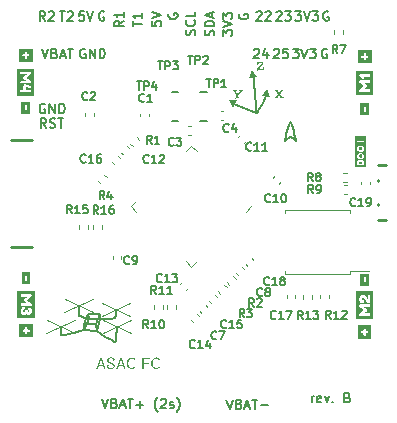
<source format=gbr>
%TF.GenerationSoftware,KiCad,Pcbnew,6.0.11-2627ca5db0~126~ubuntu22.04.1*%
%TF.CreationDate,2023-06-07T19:59:22+02:00*%
%TF.ProjectId,asac-fc-rev-b,61736163-2d66-4632-9d72-65762d622e6b,B*%
%TF.SameCoordinates,Original*%
%TF.FileFunction,Legend,Top*%
%TF.FilePolarity,Positive*%
%FSLAX46Y46*%
G04 Gerber Fmt 4.6, Leading zero omitted, Abs format (unit mm)*
G04 Created by KiCad (PCBNEW 6.0.11-2627ca5db0~126~ubuntu22.04.1) date 2023-06-07 19:59:22*
%MOMM*%
%LPD*%
G01*
G04 APERTURE LIST*
%ADD10C,0.185208*%
%ADD11C,0.000000*%
%ADD12C,0.198437*%
%ADD13C,0.211666*%
%ADD14C,0.066145*%
%ADD15C,0.200000*%
%ADD16C,0.150000*%
%ADD17C,0.120000*%
%ADD18C,0.127000*%
%ADD19C,0.254000*%
G04 APERTURE END LIST*
D10*
X132575496Y-113025451D02*
X132570101Y-113022105D01*
D11*
G36*
X129311197Y-107599544D02*
G01*
X128580751Y-107663452D01*
X128890631Y-106998914D01*
X129311197Y-107599544D01*
G37*
D10*
X132159958Y-111485994D02*
X132219541Y-111649834D01*
D12*
X114604740Y-128480000D02*
X115080163Y-128492402D01*
X117250573Y-130034426D02*
X117250573Y-130034426D01*
D10*
X132124869Y-111424318D02*
X132124869Y-111424318D01*
D12*
X117031465Y-128046434D02*
X117179001Y-128030738D01*
X114790775Y-128066588D02*
X114861507Y-127914789D01*
X114195462Y-127343118D02*
X114174792Y-126925573D01*
D10*
X131649521Y-113016621D02*
X131644485Y-113018562D01*
D12*
X116025841Y-128053669D02*
X116023387Y-127988880D01*
X114637813Y-129042239D02*
X115067760Y-128116197D01*
X117386999Y-129368834D02*
X117412385Y-129116201D01*
D10*
X132587388Y-113010443D02*
X132585888Y-113018856D01*
X131644485Y-113018562D02*
X131640535Y-113017915D01*
D12*
X116005381Y-127800624D02*
X115998970Y-127767382D01*
D13*
X129200492Y-110650631D02*
X129224114Y-110641357D01*
D12*
X117412385Y-129116201D02*
X117431957Y-128894961D01*
D11*
G36*
X120786921Y-131333543D02*
G01*
X120800708Y-131334085D01*
X120814206Y-131334990D01*
X120827415Y-131336256D01*
X120840334Y-131337884D01*
X120852964Y-131339873D01*
X120865305Y-131342224D01*
X120877356Y-131344937D01*
X120889117Y-131348012D01*
X120900589Y-131351449D01*
X120911772Y-131355247D01*
X120922665Y-131359407D01*
X120933269Y-131363929D01*
X120943583Y-131368812D01*
X120953608Y-131374057D01*
X120963343Y-131379664D01*
X120972634Y-131385529D01*
X120981326Y-131391550D01*
X120989419Y-131397725D01*
X120996912Y-131404055D01*
X121003805Y-131410541D01*
X121010100Y-131417181D01*
X121015794Y-131423977D01*
X121020890Y-131430927D01*
X121025386Y-131438033D01*
X121029282Y-131445293D01*
X121032580Y-131452709D01*
X121034003Y-131456474D01*
X121035277Y-131460279D01*
X121036401Y-131464123D01*
X121037375Y-131468005D01*
X121038200Y-131471926D01*
X121038874Y-131475885D01*
X121039773Y-131483921D01*
X121040073Y-131492112D01*
X121039990Y-131496189D01*
X121039742Y-131500153D01*
X121039329Y-131504003D01*
X121038750Y-131507739D01*
X121038006Y-131511361D01*
X121037096Y-131514870D01*
X121036021Y-131518265D01*
X121034780Y-131521547D01*
X121033375Y-131524714D01*
X121031804Y-131527768D01*
X121030067Y-131530709D01*
X121028166Y-131533536D01*
X121026099Y-131536249D01*
X121023867Y-131538848D01*
X121021469Y-131541334D01*
X121018906Y-131543706D01*
X121016220Y-131545948D01*
X121013450Y-131548047D01*
X121010597Y-131550000D01*
X121007662Y-131551809D01*
X121004644Y-131553473D01*
X121001544Y-131554992D01*
X120998361Y-131556366D01*
X120995094Y-131557596D01*
X120991746Y-131558682D01*
X120988314Y-131559622D01*
X120984800Y-131560418D01*
X120981203Y-131561069D01*
X120977524Y-131561575D01*
X120973762Y-131561937D01*
X120969917Y-131562154D01*
X120965989Y-131562227D01*
X120962237Y-131562190D01*
X120958589Y-131562082D01*
X120955043Y-131561901D01*
X120951601Y-131561648D01*
X120948263Y-131561322D01*
X120945028Y-131560924D01*
X120941896Y-131560454D01*
X120938868Y-131559911D01*
X120935943Y-131559296D01*
X120933122Y-131558609D01*
X120930404Y-131557849D01*
X120927789Y-131557017D01*
X120925278Y-131556113D01*
X120922870Y-131555136D01*
X120920565Y-131554087D01*
X120918364Y-131552966D01*
X120918674Y-131550672D01*
X120918942Y-131548419D01*
X120919170Y-131546207D01*
X120919356Y-131544036D01*
X120919501Y-131541907D01*
X120919604Y-131539820D01*
X120919667Y-131537773D01*
X120919688Y-131535768D01*
X120919527Y-131530182D01*
X120919047Y-131524668D01*
X120918246Y-131519227D01*
X120917124Y-131513857D01*
X120915682Y-131508561D01*
X120913920Y-131503336D01*
X120911837Y-131498184D01*
X120909434Y-131493104D01*
X120906711Y-131488097D01*
X120903667Y-131483162D01*
X120900303Y-131478299D01*
X120896618Y-131473508D01*
X120892613Y-131468790D01*
X120888288Y-131464145D01*
X120883643Y-131459571D01*
X120878677Y-131455070D01*
X120873370Y-131450745D01*
X120867702Y-131446699D01*
X120861671Y-131442931D01*
X120855279Y-131439443D01*
X120848525Y-131436234D01*
X120841409Y-131433304D01*
X120833931Y-131430653D01*
X120826092Y-131428281D01*
X120817891Y-131426188D01*
X120809328Y-131424374D01*
X120800403Y-131422840D01*
X120791117Y-131421584D01*
X120781469Y-131420607D01*
X120771459Y-131419910D01*
X120761087Y-131419491D01*
X120750354Y-131419351D01*
X120735259Y-131419760D01*
X120720402Y-131420984D01*
X120705782Y-131423026D01*
X120691401Y-131425883D01*
X120677257Y-131429558D01*
X120663351Y-131434048D01*
X120649682Y-131439356D01*
X120636252Y-131445479D01*
X120623059Y-131452419D01*
X120610104Y-131460176D01*
X120597386Y-131468749D01*
X120584906Y-131478139D01*
X120572664Y-131488345D01*
X120560660Y-131499367D01*
X120548893Y-131511206D01*
X120537364Y-131523862D01*
X120526471Y-131537091D01*
X120516280Y-131550982D01*
X120506792Y-131565534D01*
X120498007Y-131580747D01*
X120489924Y-131596622D01*
X120482545Y-131613159D01*
X120475869Y-131630357D01*
X120469895Y-131648216D01*
X120464624Y-131666737D01*
X120460056Y-131685919D01*
X120456191Y-131705763D01*
X120453028Y-131726268D01*
X120450568Y-131747435D01*
X120448812Y-131769263D01*
X120447757Y-131791753D01*
X120447406Y-131814904D01*
X120447726Y-131838044D01*
X120448688Y-131860503D01*
X120450289Y-131882279D01*
X120452532Y-131903374D01*
X120455415Y-131923786D01*
X120458940Y-131943516D01*
X120463105Y-131962564D01*
X120467910Y-131980930D01*
X120473357Y-131998614D01*
X120479445Y-132015616D01*
X120486173Y-132031935D01*
X120493542Y-132047572D01*
X120501552Y-132062527D01*
X120510203Y-132076800D01*
X120519495Y-132090391D01*
X120529427Y-132103299D01*
X120539933Y-132115314D01*
X120550946Y-132126554D01*
X120562465Y-132137018D01*
X120574490Y-132146708D01*
X120587021Y-132155622D01*
X120600059Y-132163761D01*
X120613603Y-132171125D01*
X120627654Y-132177713D01*
X120642211Y-132183527D01*
X120657275Y-132188566D01*
X120672845Y-132192829D01*
X120688921Y-132196317D01*
X120705504Y-132199030D01*
X120722593Y-132200968D01*
X120740189Y-132202131D01*
X120758291Y-132202518D01*
X120768007Y-132202394D01*
X120777640Y-132202022D01*
X120787190Y-132201402D01*
X120796657Y-132200534D01*
X120806041Y-132199418D01*
X120815343Y-132198053D01*
X120824562Y-132196441D01*
X120833698Y-132194581D01*
X120842752Y-132192472D01*
X120851723Y-132190116D01*
X120860611Y-132187511D01*
X120869417Y-132184659D01*
X120878140Y-132181558D01*
X120886780Y-132178210D01*
X120895337Y-132174613D01*
X120903812Y-132170768D01*
X120912153Y-132166753D01*
X120920307Y-132162645D01*
X120928276Y-132158443D01*
X120936058Y-132154149D01*
X120943655Y-132149762D01*
X120951065Y-132145281D01*
X120958290Y-132140708D01*
X120965328Y-132136042D01*
X120972180Y-132131282D01*
X120978847Y-132126430D01*
X120985327Y-132121484D01*
X120991621Y-132116446D01*
X120997729Y-132111314D01*
X121003651Y-132106090D01*
X121009387Y-132100772D01*
X121014937Y-132095362D01*
X121016089Y-132095568D01*
X121017231Y-132095857D01*
X121018363Y-132096229D01*
X121019484Y-132096684D01*
X121020595Y-132097221D01*
X121021696Y-132097841D01*
X121022786Y-132098544D01*
X121023866Y-132099330D01*
X121024936Y-132100198D01*
X121025995Y-132101149D01*
X121027045Y-132102183D01*
X121028083Y-132103299D01*
X121029112Y-132104498D01*
X121030130Y-132105780D01*
X121031138Y-132107144D01*
X121032135Y-132108591D01*
X121033256Y-132109945D01*
X121034305Y-132111361D01*
X121035281Y-132112839D01*
X121036186Y-132114379D01*
X121037018Y-132115981D01*
X121037777Y-132117645D01*
X121038465Y-132119371D01*
X121039080Y-132121159D01*
X121039623Y-132123009D01*
X121040093Y-132124920D01*
X121040491Y-132126894D01*
X121040817Y-132128930D01*
X121041070Y-132131028D01*
X121041251Y-132133188D01*
X121041360Y-132135411D01*
X121041396Y-132137695D01*
X121041304Y-132140765D01*
X121041029Y-132143855D01*
X121040570Y-132146965D01*
X121039928Y-132150097D01*
X121039103Y-132153249D01*
X121038094Y-132156422D01*
X121036902Y-132159615D01*
X121035526Y-132162830D01*
X121033967Y-132166065D01*
X121032224Y-132169320D01*
X121030298Y-132172596D01*
X121028188Y-132175893D01*
X121023418Y-132182549D01*
X121017915Y-132189288D01*
X121011678Y-132196110D01*
X121004707Y-132203014D01*
X120997002Y-132210000D01*
X120988563Y-132217070D01*
X120979390Y-132224222D01*
X120969483Y-132231457D01*
X120958843Y-132238774D01*
X120947469Y-132246174D01*
X120935759Y-132253223D01*
X120923781Y-132259818D01*
X120911534Y-132265957D01*
X120899018Y-132271641D01*
X120886233Y-132276871D01*
X120873180Y-132281646D01*
X120859857Y-132285966D01*
X120846266Y-132289831D01*
X120832407Y-132293242D01*
X120818278Y-132296198D01*
X120803881Y-132298699D01*
X120789215Y-132300745D01*
X120774280Y-132302337D01*
X120759077Y-132303473D01*
X120743605Y-132304155D01*
X120727864Y-132304383D01*
X120706114Y-132303887D01*
X120684850Y-132302398D01*
X120664071Y-132299918D01*
X120643778Y-132296445D01*
X120623971Y-132291980D01*
X120604649Y-132286523D01*
X120585813Y-132280074D01*
X120567463Y-132272633D01*
X120549598Y-132264199D01*
X120532219Y-132254773D01*
X120515326Y-132244355D01*
X120498918Y-132232945D01*
X120482997Y-132220543D01*
X120467561Y-132207148D01*
X120452610Y-132192762D01*
X120438145Y-132177383D01*
X120424529Y-132161146D01*
X120411791Y-132144186D01*
X120399932Y-132126502D01*
X120388950Y-132108095D01*
X120378848Y-132088964D01*
X120369623Y-132069110D01*
X120361278Y-132048532D01*
X120353810Y-132027231D01*
X120347222Y-132005206D01*
X120341511Y-131982458D01*
X120336679Y-131958987D01*
X120332726Y-131934792D01*
X120329651Y-131909874D01*
X120327455Y-131884232D01*
X120326137Y-131857867D01*
X120325698Y-131830779D01*
X120326199Y-131803643D01*
X120327703Y-131777138D01*
X120330209Y-131751264D01*
X120333718Y-131726020D01*
X120338230Y-131701407D01*
X120343744Y-131677424D01*
X120350260Y-131654071D01*
X120357779Y-131631349D01*
X120366301Y-131609257D01*
X120375825Y-131587796D01*
X120386351Y-131566965D01*
X120397880Y-131546765D01*
X120410412Y-131527195D01*
X120423946Y-131508256D01*
X120438482Y-131489947D01*
X120454021Y-131472268D01*
X120470304Y-131455447D01*
X120487072Y-131439712D01*
X120504327Y-131425062D01*
X120522067Y-131411497D01*
X120540294Y-131399017D01*
X120559006Y-131387622D01*
X120578203Y-131377313D01*
X120597887Y-131368088D01*
X120618056Y-131359949D01*
X120638712Y-131352896D01*
X120659853Y-131346927D01*
X120681479Y-131342044D01*
X120703592Y-131338245D01*
X120726190Y-131335532D01*
X120749274Y-131333905D01*
X120772844Y-131333362D01*
X120786921Y-131333543D01*
G37*
D13*
X129150000Y-109330000D02*
X129117065Y-108956372D01*
D12*
X116613919Y-128078990D02*
X117031465Y-128046434D01*
D10*
X132097859Y-112669146D02*
X132071410Y-112672882D01*
D12*
X112686511Y-128678437D02*
X112677209Y-128792642D01*
X116026875Y-128116197D02*
X116025841Y-128053669D01*
D10*
X131670944Y-112997142D02*
X131655622Y-113012280D01*
X131948275Y-112721767D02*
X131925605Y-112736279D01*
X132219541Y-111649834D02*
X132294627Y-111884058D01*
D12*
X115696146Y-129108385D02*
X116026875Y-128116197D01*
X114608874Y-128785924D02*
X114600670Y-128686964D01*
X112669070Y-128910400D02*
X112661706Y-129046373D01*
D10*
X132376224Y-112156883D02*
X132455340Y-112436530D01*
D12*
X117324987Y-127640774D02*
X117335839Y-127510873D01*
X117335839Y-127510873D02*
X117343590Y-127398412D01*
D13*
X129555033Y-110202781D02*
X129630459Y-110068194D01*
D10*
X131640306Y-112961288D02*
X131654252Y-112896761D01*
X132583399Y-113024027D02*
X132579932Y-113026158D01*
D12*
X115998970Y-127767382D02*
X115991396Y-127738209D01*
D10*
X132130853Y-111428421D02*
X132138790Y-111440399D01*
D12*
X114596665Y-128523149D02*
X114599661Y-128497214D01*
D10*
X132361225Y-112773877D02*
X132341005Y-112756448D01*
D12*
X114604740Y-128480000D02*
X114790775Y-128066588D01*
X116436153Y-129559003D02*
X116965836Y-129875780D01*
D10*
X131640535Y-113017915D02*
X131637690Y-113014496D01*
D12*
X114205475Y-127498858D02*
X114195462Y-127343118D01*
D10*
X132071410Y-112672882D02*
X132045543Y-112678880D01*
D12*
X115067760Y-128116197D02*
X115001615Y-127653177D01*
D10*
X132341005Y-112756448D02*
X132320000Y-112740000D01*
D14*
X111476790Y-128119293D02*
X113874728Y-129237475D01*
D10*
X132138790Y-111440399D02*
X132159958Y-111485994D01*
X131654252Y-112896761D02*
X131704430Y-112702380D01*
X132434062Y-112849383D02*
X132399271Y-112810874D01*
X132465521Y-112887795D02*
X132434062Y-112849383D01*
X132294627Y-111884058D02*
X132376224Y-112156883D01*
D12*
X113686966Y-129253079D02*
X114637813Y-129042239D01*
X114925650Y-127782368D02*
X114975066Y-127688704D01*
X112661948Y-129356634D02*
X112667520Y-129396933D01*
X112657200Y-129248032D02*
X112658605Y-129306306D01*
X114601925Y-128487432D02*
X114604740Y-128480000D01*
X114600670Y-128686964D02*
X114595955Y-128595755D01*
D13*
X129278279Y-110599549D02*
X129340211Y-110530389D01*
D12*
X114595955Y-128595755D02*
X114595511Y-128556448D01*
X117155295Y-129985140D02*
X117250573Y-130034426D01*
X114861507Y-127914789D02*
X114925650Y-127782368D01*
D14*
X116254827Y-128119293D02*
X118652732Y-129237475D01*
D10*
X132320000Y-112740000D02*
X132298220Y-112724734D01*
D13*
X129173169Y-109725752D02*
X129150000Y-109330000D01*
D12*
X115696146Y-129108385D02*
X116436153Y-129559003D01*
X115696146Y-129108385D02*
X115630000Y-128480000D01*
D10*
X132587890Y-112998589D02*
X132587388Y-113010443D01*
D13*
X129408151Y-110438276D02*
X129480345Y-110327608D01*
D12*
X114997566Y-127655549D02*
X115001615Y-127653177D01*
X115987143Y-127725496D02*
X115982562Y-127714219D01*
D11*
G36*
X118726325Y-131333543D02*
G01*
X118740111Y-131334085D01*
X118753609Y-131334990D01*
X118766817Y-131336256D01*
X118779735Y-131337884D01*
X118792365Y-131339873D01*
X118804705Y-131342224D01*
X118816756Y-131344937D01*
X118828518Y-131348012D01*
X118839990Y-131351449D01*
X118851173Y-131355247D01*
X118862067Y-131359407D01*
X118872671Y-131363929D01*
X118882986Y-131368812D01*
X118893012Y-131374057D01*
X118902749Y-131379664D01*
X118912040Y-131385529D01*
X118920732Y-131391550D01*
X118928824Y-131397725D01*
X118936317Y-131404055D01*
X118943211Y-131410541D01*
X118949505Y-131417181D01*
X118955200Y-131423977D01*
X118960295Y-131430927D01*
X118964791Y-131438033D01*
X118968688Y-131445293D01*
X118971985Y-131452709D01*
X118973408Y-131456474D01*
X118974682Y-131460279D01*
X118975806Y-131464123D01*
X118976780Y-131468005D01*
X118977605Y-131471926D01*
X118978279Y-131475885D01*
X118979178Y-131483921D01*
X118979478Y-131492112D01*
X118979395Y-131496189D01*
X118979147Y-131500153D01*
X118978734Y-131504003D01*
X118978155Y-131507739D01*
X118977411Y-131511361D01*
X118976501Y-131514870D01*
X118975426Y-131518265D01*
X118974186Y-131521547D01*
X118972780Y-131524714D01*
X118971209Y-131527768D01*
X118969473Y-131530709D01*
X118967571Y-131533536D01*
X118965504Y-131536249D01*
X118963272Y-131538848D01*
X118960874Y-131541334D01*
X118958312Y-131543706D01*
X118955624Y-131545948D01*
X118952853Y-131548047D01*
X118950000Y-131550000D01*
X118947065Y-131551809D01*
X118944047Y-131553473D01*
X118940946Y-131554992D01*
X118937763Y-131556366D01*
X118934497Y-131557596D01*
X118931149Y-131558682D01*
X118927718Y-131559622D01*
X118924204Y-131560418D01*
X118920608Y-131561069D01*
X118916928Y-131561575D01*
X118913167Y-131561937D01*
X118909322Y-131562154D01*
X118905395Y-131562227D01*
X118901642Y-131562190D01*
X118897994Y-131562082D01*
X118894449Y-131561901D01*
X118891007Y-131561648D01*
X118887668Y-131561322D01*
X118884433Y-131560924D01*
X118881301Y-131560454D01*
X118878273Y-131559911D01*
X118875348Y-131559296D01*
X118872527Y-131558609D01*
X118869809Y-131557849D01*
X118867194Y-131557017D01*
X118864683Y-131556113D01*
X118862275Y-131555136D01*
X118859971Y-131554087D01*
X118857770Y-131552966D01*
X118858079Y-131550672D01*
X118858348Y-131548419D01*
X118858575Y-131546207D01*
X118858761Y-131544036D01*
X118858906Y-131541907D01*
X118859010Y-131539820D01*
X118859072Y-131537773D01*
X118859093Y-131535768D01*
X118858932Y-131530182D01*
X118858452Y-131524668D01*
X118857651Y-131519227D01*
X118856529Y-131513857D01*
X118855087Y-131508561D01*
X118853325Y-131503336D01*
X118851242Y-131498184D01*
X118848839Y-131493104D01*
X118846116Y-131488097D01*
X118843072Y-131483162D01*
X118839708Y-131478299D01*
X118836023Y-131473508D01*
X118832018Y-131468790D01*
X118827693Y-131464145D01*
X118823048Y-131459571D01*
X118818082Y-131455070D01*
X118812774Y-131450745D01*
X118807105Y-131446699D01*
X118801074Y-131442931D01*
X118794681Y-131439443D01*
X118787927Y-131436234D01*
X118780811Y-131433304D01*
X118773334Y-131430653D01*
X118765495Y-131428281D01*
X118757294Y-131426188D01*
X118748731Y-131424374D01*
X118739807Y-131422840D01*
X118730521Y-131421584D01*
X118720873Y-131420607D01*
X118710864Y-131419910D01*
X118700492Y-131419491D01*
X118689759Y-131419351D01*
X118674664Y-131419760D01*
X118659807Y-131420984D01*
X118645188Y-131423026D01*
X118630806Y-131425883D01*
X118616662Y-131429558D01*
X118602756Y-131434048D01*
X118589088Y-131439356D01*
X118575657Y-131445479D01*
X118562464Y-131452419D01*
X118549509Y-131460176D01*
X118536791Y-131468749D01*
X118524312Y-131478139D01*
X118512070Y-131488345D01*
X118500065Y-131499367D01*
X118488299Y-131511206D01*
X118476770Y-131523862D01*
X118465876Y-131537091D01*
X118455685Y-131550982D01*
X118446197Y-131565534D01*
X118437412Y-131580747D01*
X118429330Y-131596622D01*
X118421950Y-131613159D01*
X118415274Y-131630357D01*
X118409300Y-131648216D01*
X118404029Y-131666737D01*
X118399461Y-131685919D01*
X118395596Y-131705763D01*
X118392433Y-131726268D01*
X118389974Y-131747435D01*
X118388217Y-131769263D01*
X118387163Y-131791753D01*
X118386811Y-131814904D01*
X118387132Y-131838044D01*
X118388093Y-131860503D01*
X118389695Y-131882279D01*
X118391937Y-131903374D01*
X118394821Y-131923786D01*
X118398345Y-131943516D01*
X118402510Y-131962564D01*
X118407316Y-131980930D01*
X118412762Y-131998614D01*
X118418850Y-132015616D01*
X118425578Y-132031935D01*
X118432947Y-132047572D01*
X118440957Y-132062527D01*
X118449608Y-132076800D01*
X118458900Y-132090391D01*
X118468832Y-132103299D01*
X118479337Y-132115314D01*
X118490349Y-132126554D01*
X118501867Y-132137018D01*
X118513892Y-132146708D01*
X118526424Y-132155622D01*
X118539462Y-132163761D01*
X118553006Y-132171125D01*
X118567057Y-132177713D01*
X118581615Y-132183527D01*
X118596679Y-132188566D01*
X118612249Y-132192829D01*
X118628326Y-132196317D01*
X118644909Y-132199030D01*
X118661998Y-132200968D01*
X118679594Y-132202131D01*
X118697697Y-132202518D01*
X118707411Y-132202394D01*
X118717043Y-132202022D01*
X118726593Y-132201402D01*
X118736060Y-132200534D01*
X118745444Y-132199418D01*
X118754746Y-132198053D01*
X118763965Y-132196441D01*
X118773101Y-132194581D01*
X118782155Y-132192472D01*
X118791127Y-132190116D01*
X118800015Y-132187511D01*
X118808821Y-132184659D01*
X118817544Y-132181558D01*
X118826185Y-132178210D01*
X118834743Y-132174613D01*
X118843218Y-132170768D01*
X118851558Y-132166753D01*
X118859713Y-132162645D01*
X118867681Y-132158443D01*
X118875464Y-132154149D01*
X118883060Y-132149762D01*
X118890471Y-132145281D01*
X118897695Y-132140708D01*
X118904733Y-132136042D01*
X118911586Y-132131282D01*
X118918252Y-132126430D01*
X118924732Y-132121484D01*
X118931026Y-132116446D01*
X118937134Y-132111314D01*
X118943057Y-132106090D01*
X118948793Y-132100772D01*
X118954343Y-132095362D01*
X118955495Y-132095568D01*
X118956636Y-132095857D01*
X118957768Y-132096229D01*
X118958889Y-132096684D01*
X118960000Y-132097221D01*
X118961101Y-132097841D01*
X118962191Y-132098544D01*
X118963272Y-132099330D01*
X118964341Y-132100198D01*
X118965401Y-132101149D01*
X118966450Y-132102183D01*
X118967489Y-132103299D01*
X118968517Y-132104498D01*
X118969535Y-132105780D01*
X118970543Y-132107144D01*
X118971540Y-132108591D01*
X118972661Y-132109945D01*
X118973710Y-132111361D01*
X118974687Y-132112839D01*
X118975591Y-132114379D01*
X118976423Y-132115981D01*
X118977183Y-132117645D01*
X118977870Y-132119371D01*
X118978485Y-132121159D01*
X118979028Y-132123009D01*
X118979498Y-132124920D01*
X118979896Y-132126894D01*
X118980222Y-132128930D01*
X118980475Y-132131028D01*
X118980656Y-132133188D01*
X118980765Y-132135411D01*
X118980801Y-132137695D01*
X118980709Y-132140765D01*
X118980434Y-132143855D01*
X118979975Y-132146965D01*
X118979333Y-132150097D01*
X118978507Y-132153249D01*
X118977498Y-132156422D01*
X118976306Y-132159615D01*
X118974930Y-132162830D01*
X118973370Y-132166065D01*
X118971627Y-132169320D01*
X118969701Y-132172596D01*
X118967591Y-132175893D01*
X118962821Y-132182549D01*
X118957318Y-132189288D01*
X118951080Y-132196110D01*
X118944109Y-132203014D01*
X118936404Y-132210000D01*
X118927965Y-132217070D01*
X118918793Y-132224222D01*
X118908887Y-132231457D01*
X118898247Y-132238774D01*
X118886874Y-132246174D01*
X118875163Y-132253223D01*
X118863184Y-132259818D01*
X118850936Y-132265957D01*
X118838420Y-132271641D01*
X118825635Y-132276871D01*
X118812582Y-132281646D01*
X118799260Y-132285966D01*
X118785669Y-132289831D01*
X118771810Y-132293242D01*
X118757682Y-132296198D01*
X118743285Y-132298699D01*
X118728619Y-132300745D01*
X118713685Y-132302337D01*
X118698482Y-132303473D01*
X118683010Y-132304155D01*
X118667270Y-132304383D01*
X118645518Y-132303887D01*
X118624253Y-132302398D01*
X118603473Y-132299918D01*
X118583179Y-132296445D01*
X118563371Y-132291980D01*
X118544049Y-132286523D01*
X118525213Y-132280074D01*
X118506863Y-132272633D01*
X118488998Y-132264199D01*
X118471620Y-132254773D01*
X118454727Y-132244355D01*
X118438320Y-132232945D01*
X118422399Y-132220543D01*
X118406964Y-132207148D01*
X118392014Y-132192762D01*
X118377551Y-132177383D01*
X118363933Y-132161146D01*
X118351195Y-132144186D01*
X118339335Y-132126502D01*
X118328353Y-132108095D01*
X118318250Y-132088964D01*
X118309026Y-132069110D01*
X118300680Y-132048532D01*
X118293213Y-132027231D01*
X118286625Y-132005206D01*
X118280915Y-131982458D01*
X118276083Y-131958987D01*
X118272130Y-131934792D01*
X118269056Y-131909874D01*
X118266860Y-131884232D01*
X118265542Y-131857867D01*
X118265103Y-131830779D01*
X118265604Y-131803643D01*
X118267108Y-131777138D01*
X118269614Y-131751264D01*
X118273122Y-131726020D01*
X118277634Y-131701407D01*
X118283147Y-131677424D01*
X118289663Y-131654071D01*
X118297182Y-131631349D01*
X118305703Y-131609257D01*
X118315227Y-131587796D01*
X118325754Y-131566965D01*
X118337283Y-131546765D01*
X118349815Y-131527195D01*
X118363349Y-131508256D01*
X118377886Y-131489947D01*
X118393426Y-131472268D01*
X118409709Y-131455447D01*
X118426478Y-131439712D01*
X118443732Y-131425062D01*
X118461473Y-131411497D01*
X118479699Y-131399017D01*
X118498411Y-131387622D01*
X118517609Y-131377313D01*
X118537292Y-131368088D01*
X118557462Y-131359949D01*
X118578117Y-131352896D01*
X118599258Y-131346927D01*
X118620885Y-131342044D01*
X118642997Y-131338245D01*
X118665595Y-131335532D01*
X118688679Y-131333905D01*
X118712249Y-131333362D01*
X118726325Y-131333543D01*
G37*
D13*
X129704867Y-109928244D02*
X129843596Y-109649846D01*
D12*
X114637813Y-129042239D02*
X115696146Y-129108385D01*
X115602135Y-128485450D02*
X115630000Y-128480000D01*
X115067760Y-128116197D02*
X116026875Y-128116197D01*
D11*
G36*
X131231465Y-108657754D02*
G01*
X131249940Y-108660273D01*
X131266606Y-108662404D01*
X131281465Y-108664148D01*
X131295221Y-108665570D01*
X131307558Y-108666733D01*
X131318476Y-108667636D01*
X131327973Y-108668281D01*
X131333027Y-108668509D01*
X131337855Y-108668671D01*
X131342457Y-108668768D01*
X131346833Y-108668801D01*
X131350983Y-108668768D01*
X131354907Y-108668671D01*
X131358605Y-108668509D01*
X131362078Y-108668281D01*
X131369572Y-108667765D01*
X131378615Y-108667249D01*
X131389209Y-108666733D01*
X131401352Y-108666218D01*
X131413108Y-108665701D01*
X131426672Y-108665183D01*
X131459227Y-108664148D01*
X131501603Y-108662858D01*
X131554313Y-108661047D01*
X131548725Y-108663873D01*
X131543331Y-108666667D01*
X131538132Y-108669429D01*
X131533126Y-108672159D01*
X131528314Y-108674856D01*
X131523696Y-108677521D01*
X131519270Y-108680154D01*
X131515039Y-108682754D01*
X131507094Y-108687792D01*
X131499795Y-108692572D01*
X131493142Y-108697093D01*
X131487136Y-108701354D01*
X131480611Y-108706328D01*
X131474475Y-108710915D01*
X131468726Y-108715115D01*
X131463365Y-108718928D01*
X131459941Y-108722431D01*
X131455870Y-108726742D01*
X131451154Y-108731861D01*
X131445792Y-108737787D01*
X131439785Y-108744521D01*
X131433132Y-108752063D01*
X131417888Y-108769569D01*
X131402449Y-108788044D01*
X131384039Y-108810393D01*
X131362659Y-108836617D01*
X131338307Y-108866719D01*
X131277843Y-108941133D01*
X131199814Y-109038285D01*
X131233274Y-109073554D01*
X131263374Y-109104948D01*
X131290116Y-109132466D01*
X131313500Y-109156109D01*
X131334042Y-109176522D01*
X131352259Y-109194349D01*
X131368150Y-109209594D01*
X131381715Y-109222255D01*
X131388708Y-109228698D01*
X131395216Y-109234592D01*
X131401239Y-109239937D01*
X131406778Y-109244733D01*
X131411833Y-109248981D01*
X131416403Y-109252679D01*
X131420489Y-109255829D01*
X131424090Y-109258429D01*
X131430872Y-109262303D01*
X131438817Y-109266695D01*
X131447925Y-109271604D01*
X131458195Y-109277029D01*
X131468208Y-109282522D01*
X131479642Y-109288659D01*
X131492497Y-109295441D01*
X131506773Y-109302868D01*
X131522792Y-109310491D01*
X131540878Y-109318889D01*
X131561031Y-109328063D01*
X131583253Y-109338010D01*
X131410655Y-109338010D01*
X131399220Y-109338139D01*
X131386624Y-109338527D01*
X131372865Y-109339173D01*
X131357945Y-109340079D01*
X131343732Y-109341111D01*
X131327971Y-109342144D01*
X131310661Y-109343177D01*
X131291799Y-109344212D01*
X131271322Y-109345438D01*
X131249166Y-109347053D01*
X131225330Y-109349056D01*
X131199814Y-109351446D01*
X131204304Y-109348620D01*
X131208470Y-109345826D01*
X131212313Y-109343064D01*
X131214113Y-109341695D01*
X131215833Y-109340335D01*
X131217472Y-109338982D01*
X131219030Y-109337637D01*
X131220508Y-109336300D01*
X131221905Y-109334972D01*
X131223221Y-109333652D01*
X131224456Y-109332339D01*
X131225611Y-109331035D01*
X131226685Y-109329739D01*
X131228914Y-109326946D01*
X131230949Y-109324250D01*
X131232790Y-109321650D01*
X131234437Y-109319147D01*
X131235188Y-109317932D01*
X131235890Y-109316741D01*
X131236544Y-109315574D01*
X131237150Y-109314431D01*
X131237707Y-109313313D01*
X131238216Y-109312218D01*
X131238677Y-109311148D01*
X131239089Y-109310102D01*
X131239577Y-109308948D01*
X131240009Y-109307810D01*
X131240385Y-109306688D01*
X131240704Y-109305583D01*
X131240966Y-109304493D01*
X131241172Y-109303419D01*
X131241322Y-109302361D01*
X131241414Y-109301320D01*
X131241451Y-109300294D01*
X131241430Y-109299285D01*
X131241353Y-109298291D01*
X131241220Y-109297314D01*
X131241030Y-109296353D01*
X131240783Y-109295408D01*
X131240480Y-109294479D01*
X131240121Y-109293566D01*
X131238716Y-109290820D01*
X131237084Y-109287752D01*
X131235227Y-109284361D01*
X131233144Y-109280647D01*
X131228300Y-109272250D01*
X131222552Y-109262562D01*
X131190511Y-109212952D01*
X131179207Y-109195642D01*
X131165965Y-109175746D01*
X131150785Y-109153266D01*
X131133668Y-109128201D01*
X131123624Y-109139086D01*
X131114161Y-109149518D01*
X131105279Y-109159499D01*
X131096978Y-109169027D01*
X131089259Y-109178103D01*
X131082122Y-109186727D01*
X131075566Y-109194899D01*
X131069591Y-109202618D01*
X131059383Y-109216376D01*
X131050469Y-109228713D01*
X131042848Y-109239630D01*
X131039522Y-109244555D01*
X131036519Y-109249126D01*
X131033546Y-109254164D01*
X131030832Y-109258944D01*
X131028377Y-109263466D01*
X131026180Y-109267730D01*
X131024241Y-109271735D01*
X131022561Y-109275482D01*
X131021139Y-109278970D01*
X131019976Y-109282199D01*
X131019996Y-109283620D01*
X131020057Y-109285041D01*
X131020158Y-109286462D01*
X131020300Y-109287883D01*
X131020482Y-109289304D01*
X131020704Y-109290726D01*
X131020966Y-109292147D01*
X131021270Y-109293568D01*
X131021613Y-109294990D01*
X131021997Y-109296411D01*
X131022421Y-109297832D01*
X131022885Y-109299253D01*
X131023390Y-109300674D01*
X131023935Y-109302095D01*
X131024521Y-109303516D01*
X131025146Y-109304937D01*
X131025817Y-109306237D01*
X131026535Y-109307553D01*
X131027302Y-109308885D01*
X131028118Y-109310234D01*
X131028982Y-109311598D01*
X131029895Y-109312979D01*
X131030856Y-109314376D01*
X131031865Y-109315788D01*
X131032923Y-109317218D01*
X131034029Y-109318663D01*
X131036387Y-109321602D01*
X131038938Y-109324607D01*
X131041683Y-109327676D01*
X131043278Y-109329222D01*
X131044962Y-109330760D01*
X131046735Y-109332289D01*
X131048596Y-109333811D01*
X131050546Y-109335325D01*
X131052585Y-109336831D01*
X131054712Y-109338329D01*
X131056928Y-109339819D01*
X131059234Y-109341301D01*
X131061627Y-109342774D01*
X131064110Y-109344240D01*
X131066682Y-109345697D01*
X131069342Y-109347147D01*
X131072092Y-109348588D01*
X131074930Y-109350021D01*
X131077857Y-109351446D01*
X130771935Y-109364881D01*
X130781042Y-109358503D01*
X130789762Y-109352286D01*
X130798094Y-109346230D01*
X130806039Y-109340335D01*
X130813596Y-109334602D01*
X130820766Y-109329031D01*
X130827548Y-109323621D01*
X130833943Y-109318373D01*
X130845764Y-109307974D01*
X130856422Y-109298478D01*
X130865917Y-109289886D01*
X130874249Y-109282199D01*
X130878530Y-109277870D01*
X130882584Y-109273671D01*
X130886412Y-109269602D01*
X130890013Y-109265661D01*
X130893389Y-109261851D01*
X130896538Y-109258169D01*
X130899461Y-109254617D01*
X130902158Y-109251195D01*
X130908035Y-109242539D01*
X130915335Y-109232074D01*
X130924056Y-109219801D01*
X130934199Y-109205719D01*
X130943822Y-109191702D01*
X130955125Y-109175489D01*
X130968109Y-109157079D01*
X130982771Y-109136472D01*
X131019205Y-109086862D01*
X131064421Y-109024849D01*
X131038325Y-108983184D01*
X131014812Y-108946042D01*
X130993883Y-108913422D01*
X130975537Y-108885324D01*
X130959775Y-108860973D01*
X130945564Y-108839592D01*
X130932904Y-108821182D01*
X130921795Y-108805743D01*
X130910683Y-108790949D01*
X130901122Y-108778611D01*
X130896923Y-108773363D01*
X130893112Y-108768728D01*
X130889689Y-108764706D01*
X130886653Y-108761298D01*
X130883940Y-108758942D01*
X130880969Y-108756521D01*
X130877739Y-108754035D01*
X130874251Y-108751483D01*
X130870504Y-108748867D01*
X130866499Y-108746186D01*
X130862235Y-108743440D01*
X130857713Y-108740629D01*
X130853692Y-108737981D01*
X130849381Y-108735203D01*
X130839885Y-108729262D01*
X130829227Y-108722803D01*
X130817406Y-108715827D01*
X130804294Y-108707752D01*
X130789760Y-108699032D01*
X130773806Y-108689665D01*
X130756430Y-108679653D01*
X130798546Y-108681461D01*
X130833943Y-108682754D01*
X130863141Y-108683786D01*
X130886653Y-108684818D01*
X130909132Y-108685854D01*
X130918627Y-108686371D01*
X130926960Y-108686887D01*
X130935747Y-108687338D01*
X130945566Y-108687661D01*
X130956418Y-108687854D01*
X130968304Y-108687919D01*
X130979446Y-108687822D01*
X130991686Y-108687531D01*
X131005025Y-108687047D01*
X131019463Y-108686369D01*
X131051632Y-108684431D01*
X131088191Y-108681717D01*
X131086153Y-108682759D01*
X131084171Y-108683817D01*
X131082245Y-108684891D01*
X131080376Y-108685981D01*
X131078563Y-108687087D01*
X131076807Y-108688210D01*
X131075107Y-108689349D01*
X131073464Y-108690503D01*
X131071877Y-108691674D01*
X131070347Y-108692861D01*
X131068873Y-108694065D01*
X131067456Y-108695284D01*
X131066095Y-108696519D01*
X131064791Y-108697771D01*
X131063543Y-108699038D01*
X131062352Y-108700322D01*
X131060091Y-108702648D01*
X131057960Y-108704973D01*
X131055958Y-108707299D01*
X131055005Y-108708462D01*
X131054085Y-108709625D01*
X131053197Y-108710788D01*
X131052341Y-108711951D01*
X131051518Y-108713113D01*
X131050727Y-108714276D01*
X131049968Y-108715439D01*
X131049241Y-108716602D01*
X131048547Y-108717765D01*
X131047885Y-108718928D01*
X131046384Y-108721753D01*
X131044979Y-108724546D01*
X131043671Y-108727307D01*
X131042460Y-108730036D01*
X131041345Y-108732733D01*
X131040327Y-108735397D01*
X131039406Y-108738029D01*
X131038582Y-108740629D01*
X131038377Y-108742232D01*
X131038276Y-108743940D01*
X131038280Y-108745753D01*
X131038390Y-108747671D01*
X131038604Y-108749694D01*
X131038923Y-108751822D01*
X131039347Y-108754055D01*
X131039876Y-108756393D01*
X131040510Y-108758835D01*
X131041249Y-108761383D01*
X131042092Y-108764035D01*
X131043041Y-108766793D01*
X131044095Y-108769655D01*
X131045253Y-108772622D01*
X131046517Y-108775695D01*
X131047885Y-108778872D01*
X131050163Y-108784539D01*
X131052860Y-108790692D01*
X131055977Y-108797329D01*
X131059513Y-108804450D01*
X131063470Y-108812057D01*
X131067846Y-108820148D01*
X131072642Y-108828723D01*
X131077857Y-108837784D01*
X131083605Y-108847424D01*
X131090000Y-108857743D01*
X131097041Y-108868740D01*
X131104728Y-108880415D01*
X131113061Y-108892770D01*
X131122040Y-108905802D01*
X131131664Y-108919513D01*
X131141934Y-108933902D01*
X131186896Y-108867496D01*
X131220483Y-108817109D01*
X131233532Y-108797215D01*
X131244772Y-108779904D01*
X131254204Y-108765176D01*
X131261827Y-108753032D01*
X131268803Y-108741212D01*
X131271709Y-108736125D01*
X131274228Y-108731587D01*
X131276360Y-108727598D01*
X131278104Y-108724158D01*
X131279459Y-108721268D01*
X131280427Y-108718928D01*
X131280274Y-108718266D01*
X131280072Y-108717571D01*
X131279822Y-108716844D01*
X131279523Y-108716085D01*
X131279176Y-108715294D01*
X131278781Y-108714470D01*
X131278337Y-108713614D01*
X131277844Y-108712725D01*
X131277303Y-108711804D01*
X131276714Y-108710851D01*
X131276076Y-108709866D01*
X131275390Y-108708848D01*
X131274655Y-108707798D01*
X131273872Y-108706716D01*
X131273041Y-108705602D01*
X131272161Y-108704455D01*
X131271354Y-108703410D01*
X131270482Y-108702341D01*
X131269545Y-108701247D01*
X131268544Y-108700129D01*
X131267478Y-108698987D01*
X131266347Y-108697820D01*
X131265152Y-108696629D01*
X131263892Y-108695414D01*
X131262567Y-108694175D01*
X131261178Y-108692911D01*
X131259724Y-108691623D01*
X131258206Y-108690310D01*
X131254975Y-108687613D01*
X131251487Y-108684818D01*
X131247919Y-108681637D01*
X131243931Y-108678295D01*
X131239523Y-108674791D01*
X131234695Y-108671125D01*
X131229447Y-108667298D01*
X131223778Y-108663309D01*
X131217689Y-108659158D01*
X131211180Y-108654846D01*
X131231465Y-108657754D01*
G37*
D12*
X116010726Y-127836822D02*
X116005381Y-127800624D01*
D10*
X132380650Y-112792086D02*
X132361225Y-112773877D01*
D13*
X129630459Y-110068194D02*
X129704867Y-109928244D01*
X128986504Y-107798744D02*
X128941347Y-107344126D01*
D12*
X116965836Y-129875780D02*
X117155295Y-129985140D01*
D10*
X132298220Y-112724734D02*
X132275674Y-112710851D01*
D13*
X129179472Y-110651418D02*
X129183888Y-110160575D01*
D12*
X115427945Y-128493952D02*
X115557459Y-128489495D01*
D10*
X131776313Y-112448157D02*
X131860287Y-112166805D01*
D11*
G36*
X116934260Y-131328282D02*
G01*
X116950088Y-131328918D01*
X116965555Y-131329977D01*
X116980661Y-131331460D01*
X116995404Y-131333367D01*
X117009786Y-131335698D01*
X117023806Y-131338452D01*
X117037464Y-131341630D01*
X117050760Y-131345232D01*
X117063695Y-131349258D01*
X117076268Y-131353707D01*
X117088479Y-131358580D01*
X117100328Y-131363877D01*
X117111816Y-131369597D01*
X117122941Y-131375742D01*
X117133705Y-131382310D01*
X117144118Y-131389178D01*
X117153859Y-131396221D01*
X117162929Y-131403440D01*
X117171326Y-131410835D01*
X117179052Y-131418406D01*
X117186106Y-131426152D01*
X117192488Y-131434074D01*
X117198198Y-131442172D01*
X117203236Y-131450445D01*
X117207603Y-131458894D01*
X117211298Y-131467519D01*
X117212893Y-131471898D01*
X117214321Y-131476320D01*
X117215580Y-131480786D01*
X117216672Y-131485296D01*
X117217596Y-131489850D01*
X117218351Y-131494448D01*
X117219359Y-131503775D01*
X117219695Y-131513279D01*
X117219612Y-131517852D01*
X117219364Y-131522312D01*
X117218951Y-131526657D01*
X117218372Y-131530890D01*
X117217629Y-131535008D01*
X117216719Y-131539013D01*
X117215645Y-131542905D01*
X117214405Y-131546682D01*
X117212999Y-131550346D01*
X117211428Y-131553896D01*
X117209692Y-131557333D01*
X117207790Y-131560655D01*
X117205723Y-131563865D01*
X117203490Y-131566960D01*
X117201092Y-131569942D01*
X117198528Y-131572810D01*
X117196022Y-131575373D01*
X117193464Y-131577771D01*
X117190854Y-131580003D01*
X117188193Y-131582070D01*
X117185480Y-131583972D01*
X117182716Y-131585708D01*
X117179899Y-131587279D01*
X117177031Y-131588685D01*
X117174112Y-131589925D01*
X117171141Y-131591000D01*
X117168117Y-131591909D01*
X117165043Y-131592654D01*
X117161916Y-131593232D01*
X117158738Y-131593646D01*
X117155508Y-131593894D01*
X117152226Y-131593976D01*
X117149059Y-131593935D01*
X117145839Y-131593811D01*
X117142568Y-131593604D01*
X117139246Y-131593315D01*
X117135871Y-131592943D01*
X117132445Y-131592488D01*
X117128967Y-131591951D01*
X117125438Y-131591331D01*
X117118223Y-131589842D01*
X117110802Y-131588023D01*
X117103175Y-131585874D01*
X117095340Y-131583393D01*
X117096582Y-131578122D01*
X117097657Y-131572893D01*
X117098567Y-131567704D01*
X117099311Y-131562557D01*
X117099889Y-131557452D01*
X117100302Y-131552387D01*
X117100550Y-131547364D01*
X117100632Y-131542383D01*
X117100431Y-131536295D01*
X117099826Y-131530270D01*
X117098818Y-131524306D01*
X117097408Y-131518405D01*
X117095594Y-131512565D01*
X117093377Y-131506788D01*
X117090757Y-131501073D01*
X117087734Y-131495419D01*
X117084308Y-131489828D01*
X117080478Y-131484298D01*
X117076246Y-131478831D01*
X117071611Y-131473426D01*
X117066572Y-131468082D01*
X117061131Y-131462801D01*
X117055286Y-131457582D01*
X117049039Y-131452424D01*
X117042595Y-131447298D01*
X117035831Y-131442502D01*
X117028747Y-131438038D01*
X117021342Y-131433903D01*
X117013616Y-131430100D01*
X117005570Y-131426627D01*
X116997204Y-131423486D01*
X116988517Y-131420674D01*
X116979509Y-131418194D01*
X116970181Y-131416044D01*
X116960533Y-131414225D01*
X116950564Y-131412737D01*
X116940275Y-131411579D01*
X116929666Y-131410753D01*
X116918736Y-131410256D01*
X116907486Y-131410091D01*
X116896382Y-131410241D01*
X116885556Y-131410691D01*
X116875010Y-131411440D01*
X116864742Y-131412489D01*
X116854753Y-131413838D01*
X116845043Y-131415486D01*
X116835612Y-131417434D01*
X116826460Y-131419682D01*
X116817587Y-131422230D01*
X116808993Y-131425077D01*
X116800678Y-131428224D01*
X116792642Y-131431671D01*
X116784885Y-131435418D01*
X116777407Y-131439464D01*
X116770208Y-131443810D01*
X116763288Y-131448456D01*
X116756721Y-131453355D01*
X116750577Y-131458460D01*
X116744857Y-131463773D01*
X116739560Y-131469292D01*
X116734687Y-131475017D01*
X116730238Y-131480950D01*
X116726212Y-131487089D01*
X116722610Y-131493435D01*
X116719432Y-131499988D01*
X116716677Y-131506747D01*
X116714347Y-131513713D01*
X116712439Y-131520885D01*
X116710956Y-131528265D01*
X116709897Y-131535851D01*
X116709261Y-131543644D01*
X116709049Y-131551643D01*
X116709266Y-131559519D01*
X116709917Y-131567270D01*
X116711002Y-131574898D01*
X116712522Y-131582401D01*
X116714475Y-131589780D01*
X116716862Y-131597036D01*
X116719684Y-131604167D01*
X116722939Y-131611174D01*
X116726629Y-131618058D01*
X116730753Y-131624817D01*
X116735311Y-131631452D01*
X116740303Y-131637963D01*
X116745729Y-131644351D01*
X116751589Y-131650614D01*
X116757883Y-131656753D01*
X116764611Y-131662768D01*
X116771650Y-131668509D01*
X116778874Y-131674158D01*
X116786284Y-131679713D01*
X116793881Y-131685175D01*
X116801663Y-131690544D01*
X116809632Y-131695820D01*
X116817786Y-131701004D01*
X116826127Y-131706094D01*
X116834654Y-131711091D01*
X116843366Y-131715995D01*
X116852265Y-131720806D01*
X116861350Y-131725524D01*
X116870620Y-131730149D01*
X116880077Y-131734681D01*
X116899549Y-131743466D01*
X116939817Y-131760747D01*
X116979918Y-131778193D01*
X117019852Y-131795804D01*
X117059622Y-131813581D01*
X117069612Y-131818123D01*
X117079405Y-131822820D01*
X117089002Y-131827673D01*
X117098402Y-131832680D01*
X117107605Y-131837843D01*
X117116613Y-131843160D01*
X117125423Y-131848633D01*
X117134038Y-131854260D01*
X117142455Y-131860043D01*
X117150677Y-131865981D01*
X117158702Y-131872073D01*
X117166531Y-131878321D01*
X117174163Y-131884724D01*
X117181599Y-131891281D01*
X117188839Y-131897994D01*
X117195882Y-131904862D01*
X117202610Y-131911704D01*
X117208905Y-131918670D01*
X117214765Y-131925760D01*
X117220191Y-131932974D01*
X117225183Y-131940312D01*
X117229741Y-131947774D01*
X117233864Y-131955359D01*
X117237554Y-131963069D01*
X117240810Y-131970904D01*
X117243631Y-131978862D01*
X117246019Y-131986944D01*
X117247972Y-131995150D01*
X117249491Y-132003480D01*
X117250577Y-132011935D01*
X117251228Y-132020513D01*
X117251445Y-132029216D01*
X117251042Y-132043784D01*
X117249832Y-132058052D01*
X117247817Y-132072020D01*
X117244995Y-132085689D01*
X117241368Y-132099058D01*
X117236934Y-132112127D01*
X117231694Y-132124896D01*
X117225648Y-132137365D01*
X117218796Y-132149535D01*
X117211137Y-132161405D01*
X117202673Y-132172975D01*
X117193402Y-132184246D01*
X117183325Y-132195216D01*
X117172442Y-132205888D01*
X117160753Y-132216259D01*
X117148257Y-132226331D01*
X117135365Y-132235783D01*
X117122152Y-132244625D01*
X117108618Y-132252857D01*
X117094764Y-132260479D01*
X117080589Y-132267492D01*
X117066094Y-132273895D01*
X117051278Y-132279687D01*
X117036142Y-132284871D01*
X117020685Y-132289444D01*
X117004908Y-132293407D01*
X116988810Y-132296761D01*
X116972393Y-132299505D01*
X116955654Y-132301639D01*
X116938596Y-132303163D01*
X116921217Y-132304078D01*
X116903518Y-132304383D01*
X116885849Y-132304135D01*
X116868564Y-132303391D01*
X116851660Y-132302150D01*
X116835140Y-132300414D01*
X116819001Y-132298182D01*
X116803245Y-132295453D01*
X116787872Y-132292228D01*
X116772880Y-132288508D01*
X116758272Y-132284291D01*
X116744045Y-132279578D01*
X116730201Y-132274369D01*
X116716739Y-132268664D01*
X116703660Y-132262463D01*
X116690963Y-132255766D01*
X116678648Y-132248572D01*
X116666715Y-132240883D01*
X116655342Y-132232651D01*
X116644703Y-132224161D01*
X116634797Y-132215412D01*
X116625624Y-132206405D01*
X116617186Y-132197140D01*
X116609481Y-132187616D01*
X116602509Y-132177834D01*
X116596272Y-132167793D01*
X116590768Y-132157494D01*
X116585998Y-132146937D01*
X116581962Y-132136121D01*
X116578660Y-132125046D01*
X116576091Y-132113713D01*
X116574256Y-132102122D01*
X116573155Y-132090272D01*
X116572788Y-132078164D01*
X116572881Y-132072934D01*
X116573161Y-132067828D01*
X116573626Y-132062846D01*
X116574277Y-132057989D01*
X116575114Y-132053255D01*
X116576137Y-132048646D01*
X116577346Y-132044161D01*
X116578742Y-132039799D01*
X116580323Y-132035562D01*
X116582090Y-132031449D01*
X116584044Y-132027460D01*
X116586183Y-132023594D01*
X116588508Y-132019853D01*
X116591020Y-132016235D01*
X116593717Y-132012742D01*
X116596601Y-132009372D01*
X116599640Y-132006008D01*
X116602802Y-132002861D01*
X116606089Y-131999931D01*
X116609499Y-131997218D01*
X116613034Y-131994722D01*
X116616693Y-131992443D01*
X116620475Y-131990381D01*
X116624382Y-131988536D01*
X116628413Y-131986909D01*
X116632568Y-131985498D01*
X116636847Y-131984304D01*
X116641249Y-131983327D01*
X116645776Y-131982568D01*
X116650427Y-131982025D01*
X116655202Y-131981700D01*
X116660101Y-131981591D01*
X116664995Y-131981715D01*
X116669754Y-131982087D01*
X116674380Y-131982707D01*
X116678870Y-131983575D01*
X116683227Y-131984692D01*
X116687449Y-131986056D01*
X116691537Y-131987668D01*
X116695491Y-131989529D01*
X116699310Y-131991637D01*
X116702994Y-131993993D01*
X116706545Y-131996598D01*
X116709960Y-131999450D01*
X116713241Y-132002551D01*
X116716388Y-132005900D01*
X116719400Y-132009496D01*
X116722278Y-132013341D01*
X116718594Y-132016902D01*
X116715148Y-132020638D01*
X116711939Y-132024549D01*
X116708968Y-132028637D01*
X116706235Y-132032900D01*
X116703739Y-132037339D01*
X116701480Y-132041954D01*
X116699459Y-132046744D01*
X116697676Y-132051710D01*
X116696131Y-132056852D01*
X116694823Y-132062169D01*
X116693753Y-132067662D01*
X116692921Y-132073331D01*
X116692327Y-132079176D01*
X116691970Y-132085197D01*
X116691851Y-132091393D01*
X116692068Y-132097636D01*
X116692719Y-132103796D01*
X116693804Y-132109873D01*
X116695324Y-132115868D01*
X116697277Y-132121780D01*
X116699664Y-132127609D01*
X116702486Y-132133355D01*
X116705742Y-132139019D01*
X116709431Y-132144600D01*
X116713555Y-132150098D01*
X116718113Y-132155514D01*
X116723105Y-132160847D01*
X116728531Y-132166097D01*
X116734391Y-132171264D01*
X116740685Y-132176349D01*
X116747413Y-132181351D01*
X116754519Y-132186157D01*
X116761945Y-132190653D01*
X116769691Y-132194839D01*
X116777758Y-132198715D01*
X116786145Y-132202280D01*
X116794853Y-132205536D01*
X116803881Y-132208482D01*
X116813229Y-132211117D01*
X116822898Y-132213443D01*
X116832887Y-132215458D01*
X116843197Y-132217163D01*
X116853826Y-132218558D01*
X116864777Y-132219644D01*
X116876047Y-132220419D01*
X116887638Y-132220884D01*
X116899549Y-132221039D01*
X116911683Y-132220843D01*
X116923610Y-132220254D01*
X116935330Y-132219272D01*
X116946844Y-132217897D01*
X116958151Y-132216130D01*
X116969251Y-132213970D01*
X116980144Y-132211418D01*
X116990831Y-132208472D01*
X117001311Y-132205134D01*
X117011584Y-132201403D01*
X117021650Y-132197279D01*
X117031510Y-132192763D01*
X117041163Y-132187853D01*
X117050610Y-132182551D01*
X117059849Y-132176856D01*
X117068882Y-132170768D01*
X117077533Y-132164396D01*
X117085625Y-132157848D01*
X117093160Y-132151125D01*
X117100136Y-132144226D01*
X117106554Y-132137151D01*
X117112414Y-132129901D01*
X117117716Y-132122475D01*
X117122460Y-132114873D01*
X117126646Y-132107096D01*
X117130274Y-132099143D01*
X117133343Y-132091014D01*
X117135855Y-132082710D01*
X117137808Y-132074230D01*
X117139203Y-132065575D01*
X117140041Y-132056744D01*
X117140320Y-132047737D01*
X117140160Y-132041980D01*
X117139679Y-132036285D01*
X117138878Y-132030652D01*
X117137757Y-132025081D01*
X117136316Y-132019573D01*
X117134554Y-132014126D01*
X117132471Y-132008742D01*
X117130069Y-132003419D01*
X117127346Y-131998159D01*
X117124302Y-131992960D01*
X117120938Y-131987824D01*
X117117253Y-131982749D01*
X117113248Y-131977737D01*
X117108922Y-131972786D01*
X117104276Y-131967897D01*
X117099309Y-131963070D01*
X117094266Y-131958326D01*
X117089057Y-131953686D01*
X117083683Y-131949149D01*
X117078143Y-131944715D01*
X117072438Y-131940384D01*
X117066568Y-131936157D01*
X117060533Y-131932033D01*
X117054332Y-131928013D01*
X117047965Y-131924096D01*
X117041434Y-131920282D01*
X117034736Y-131916572D01*
X117027874Y-131912965D01*
X117020845Y-131909461D01*
X117013652Y-131906061D01*
X117006292Y-131902764D01*
X116998768Y-131899570D01*
X116968341Y-131886589D01*
X116936591Y-131872781D01*
X116903519Y-131858146D01*
X116869122Y-131842685D01*
X116834646Y-131826810D01*
X116801326Y-131810935D01*
X116769161Y-131795060D01*
X116738153Y-131779185D01*
X116730784Y-131775133D01*
X116723560Y-131770917D01*
X116716480Y-131766534D01*
X116709546Y-131761987D01*
X116702756Y-131757274D01*
X116696110Y-131752396D01*
X116689610Y-131747352D01*
X116683254Y-131742143D01*
X116677042Y-131736769D01*
X116670976Y-131731229D01*
X116665054Y-131725524D01*
X116659276Y-131719653D01*
X116653643Y-131713618D01*
X116648155Y-131707417D01*
X116642811Y-131701050D01*
X116637611Y-131694518D01*
X116632805Y-131687692D01*
X116628310Y-131680772D01*
X116624124Y-131673760D01*
X116620248Y-131666654D01*
X116616682Y-131659456D01*
X116613427Y-131652164D01*
X116610481Y-131644780D01*
X116607846Y-131637302D01*
X116605520Y-131629731D01*
X116603505Y-131622068D01*
X116601800Y-131614311D01*
X116600404Y-131606462D01*
X116599319Y-131598519D01*
X116598544Y-131590483D01*
X116598079Y-131582354D01*
X116597924Y-131574133D01*
X116598291Y-131560888D01*
X116599392Y-131547943D01*
X116601226Y-131535298D01*
X116603795Y-131522952D01*
X116607097Y-131510907D01*
X116611134Y-131499161D01*
X116615904Y-131487714D01*
X116621407Y-131476568D01*
X116627645Y-131465721D01*
X116634616Y-131455173D01*
X116642321Y-131444926D01*
X116650760Y-131434978D01*
X116659932Y-131425330D01*
X116669838Y-131415982D01*
X116680478Y-131406934D01*
X116691851Y-131398185D01*
X116703897Y-131389694D01*
X116716222Y-131381752D01*
X116728825Y-131374357D01*
X116741708Y-131367510D01*
X116754870Y-131361210D01*
X116768311Y-131355459D01*
X116782031Y-131350255D01*
X116796031Y-131345599D01*
X116810309Y-131341491D01*
X116824866Y-131337930D01*
X116839702Y-131334917D01*
X116854818Y-131332452D01*
X116870212Y-131330535D01*
X116885886Y-131329166D01*
X116901838Y-131328344D01*
X116918070Y-131328070D01*
X116934260Y-131328282D01*
G37*
D10*
X131635390Y-112998589D02*
X131635390Y-112998589D01*
D12*
X117179001Y-128030738D02*
X117225930Y-128023543D01*
X117305730Y-129921570D02*
X117323437Y-129836506D01*
D11*
G36*
X116023703Y-131408344D02*
G01*
X116021837Y-131404097D01*
X116019941Y-131399993D01*
X116018013Y-131396035D01*
X116016055Y-131392221D01*
X116014065Y-131388552D01*
X116012045Y-131385028D01*
X116009993Y-131381648D01*
X116007911Y-131378413D01*
X116005797Y-131375323D01*
X116003653Y-131372378D01*
X116001477Y-131369577D01*
X115999271Y-131366920D01*
X115997033Y-131364409D01*
X115994764Y-131362042D01*
X115992465Y-131359820D01*
X115996273Y-131356616D01*
X116000092Y-131353619D01*
X116003921Y-131350829D01*
X116007761Y-131348245D01*
X116011611Y-131345868D01*
X116015471Y-131343697D01*
X116019342Y-131341733D01*
X116023223Y-131339976D01*
X116027114Y-131338426D01*
X116031015Y-131337083D01*
X116034927Y-131335946D01*
X116038849Y-131335016D01*
X116042782Y-131334292D01*
X116046725Y-131333775D01*
X116050678Y-131333465D01*
X116054642Y-131333362D01*
X116058714Y-131333439D01*
X116062662Y-131333672D01*
X116066486Y-131334060D01*
X116070186Y-131334602D01*
X116073762Y-131335300D01*
X116077214Y-131336152D01*
X116080542Y-131337160D01*
X116083746Y-131338323D01*
X116086826Y-131339641D01*
X116089782Y-131341113D01*
X116092614Y-131342741D01*
X116095321Y-131344524D01*
X116097905Y-131346462D01*
X116100365Y-131348555D01*
X116102701Y-131350803D01*
X116104913Y-131353206D01*
X116107217Y-131355779D01*
X116109501Y-131358539D01*
X116111765Y-131361484D01*
X116114008Y-131364616D01*
X116116230Y-131367933D01*
X116118431Y-131371437D01*
X116120612Y-131375127D01*
X116122772Y-131379003D01*
X116124911Y-131383064D01*
X116127030Y-131387312D01*
X116129128Y-131391746D01*
X116131206Y-131396366D01*
X116133262Y-131401172D01*
X116135298Y-131406164D01*
X116137314Y-131411342D01*
X116139308Y-131416706D01*
X116409183Y-132202518D01*
X116411551Y-132209138D01*
X116414021Y-132215438D01*
X116416595Y-132221417D01*
X116419272Y-132227076D01*
X116422052Y-132232414D01*
X116424935Y-132237432D01*
X116427922Y-132242130D01*
X116431012Y-132246507D01*
X116434206Y-132250563D01*
X116437503Y-132254299D01*
X116440903Y-132257715D01*
X116444406Y-132260810D01*
X116448013Y-132263585D01*
X116451724Y-132266039D01*
X116455537Y-132268173D01*
X116459454Y-132269987D01*
X116456731Y-132274152D01*
X116455312Y-132276134D01*
X116453853Y-132278049D01*
X116452356Y-132279897D01*
X116450820Y-132281677D01*
X116449245Y-132283390D01*
X116447631Y-132285036D01*
X116445979Y-132286615D01*
X116444288Y-132288126D01*
X116442558Y-132289571D01*
X116440789Y-132290948D01*
X116438982Y-132292258D01*
X116437135Y-132293501D01*
X116435250Y-132294676D01*
X116433327Y-132295785D01*
X116431364Y-132296826D01*
X116429363Y-132297800D01*
X116427323Y-132298707D01*
X116425244Y-132299546D01*
X116423127Y-132300319D01*
X116420970Y-132301024D01*
X116418775Y-132301662D01*
X116416541Y-132302233D01*
X116414269Y-132302737D01*
X116411958Y-132303174D01*
X116409608Y-132303543D01*
X116407219Y-132303845D01*
X116404792Y-132304081D01*
X116402326Y-132304248D01*
X116397277Y-132304383D01*
X116392394Y-132304316D01*
X116387665Y-132304114D01*
X116383092Y-132303778D01*
X116378674Y-132303308D01*
X116374410Y-132302703D01*
X116370302Y-132301964D01*
X116366349Y-132301090D01*
X116362551Y-132300082D01*
X116358907Y-132298940D01*
X116355419Y-132297664D01*
X116352086Y-132296253D01*
X116348908Y-132294708D01*
X116345885Y-132293029D01*
X116343017Y-132291215D01*
X116340304Y-132289267D01*
X116337746Y-132287185D01*
X116335286Y-132284927D01*
X116332868Y-132282452D01*
X116330491Y-132279760D01*
X116328155Y-132276850D01*
X116325861Y-132273724D01*
X116323608Y-132270380D01*
X116321396Y-132266819D01*
X116319226Y-132263042D01*
X116317097Y-132259047D01*
X116315009Y-132254835D01*
X116312963Y-132250406D01*
X116310958Y-132245760D01*
X116308994Y-132240898D01*
X116307071Y-132235818D01*
X116305190Y-132230521D01*
X116303350Y-132225008D01*
X116249110Y-132068904D01*
X115872079Y-132068904D01*
X115816517Y-132213101D01*
X115812145Y-132224155D01*
X115807628Y-132234496D01*
X115802967Y-132244123D01*
X115798161Y-132253037D01*
X115793211Y-132261238D01*
X115788115Y-132268726D01*
X115782875Y-132275501D01*
X115777491Y-132281562D01*
X115771961Y-132286911D01*
X115766287Y-132291546D01*
X115760468Y-132295469D01*
X115754505Y-132298678D01*
X115748397Y-132301174D01*
X115742144Y-132302956D01*
X115735746Y-132304026D01*
X115729204Y-132304383D01*
X115723690Y-132304207D01*
X115718394Y-132303680D01*
X115713314Y-132302801D01*
X115708451Y-132301571D01*
X115703805Y-132299990D01*
X115701564Y-132299067D01*
X115699377Y-132298057D01*
X115697244Y-132296959D01*
X115695165Y-132295773D01*
X115693141Y-132294499D01*
X115691170Y-132293137D01*
X115689254Y-132291688D01*
X115687393Y-132290150D01*
X115683832Y-132286812D01*
X115680489Y-132283122D01*
X115677362Y-132279081D01*
X115674453Y-132274689D01*
X115671761Y-132269945D01*
X115669285Y-132264850D01*
X115667027Y-132259404D01*
X115668916Y-132258622D01*
X115670779Y-132257765D01*
X115672616Y-132256834D01*
X115674427Y-132255828D01*
X115676213Y-132254746D01*
X115677972Y-132253590D01*
X115679706Y-132252359D01*
X115681414Y-132251053D01*
X115683096Y-132249672D01*
X115684752Y-132248216D01*
X115687987Y-132245079D01*
X115691119Y-132241643D01*
X115694147Y-132237907D01*
X115697072Y-132233871D01*
X115699893Y-132229536D01*
X115702612Y-132224900D01*
X115705226Y-132219965D01*
X115707738Y-132214730D01*
X115710146Y-132209195D01*
X115712451Y-132203361D01*
X115714652Y-132197226D01*
X115797485Y-131988206D01*
X115902506Y-131988206D01*
X116221329Y-131988206D01*
X116073163Y-131523862D01*
X115902506Y-131988206D01*
X115797485Y-131988206D01*
X116025538Y-131412737D01*
X116023703Y-131408344D01*
G37*
D12*
X117262588Y-128003357D02*
X117273827Y-127976219D01*
X114991707Y-127662462D02*
X114997566Y-127655549D01*
D10*
X132110652Y-111440690D02*
X132118810Y-111428496D01*
D12*
X114599661Y-128497214D02*
X114601925Y-128487432D01*
X117250573Y-128016979D02*
X117250573Y-128016979D01*
X112667520Y-129396933D02*
X112671232Y-129412671D01*
D11*
G36*
X120087028Y-131344204D02*
G01*
X120101865Y-131344979D01*
X120115678Y-131346271D01*
X120128468Y-131348079D01*
X120140234Y-131350405D01*
X120150978Y-131353247D01*
X120160698Y-131356606D01*
X120169395Y-131360482D01*
X120177069Y-131364874D01*
X120183720Y-131369783D01*
X120186662Y-131372432D01*
X120189347Y-131375209D01*
X120191777Y-131378116D01*
X120193952Y-131381152D01*
X120195870Y-131384317D01*
X120197533Y-131387612D01*
X120198940Y-131391035D01*
X120200091Y-131394588D01*
X120200986Y-131398270D01*
X120201626Y-131402081D01*
X120202009Y-131406022D01*
X120202137Y-131410091D01*
X120201987Y-131414959D01*
X120201538Y-131419641D01*
X120200789Y-131424137D01*
X120199740Y-131428447D01*
X120198391Y-131432570D01*
X120196743Y-131436508D01*
X120194795Y-131440260D01*
X120192547Y-131443825D01*
X120189999Y-131447205D01*
X120187152Y-131450399D01*
X120184005Y-131453406D01*
X120180558Y-131456228D01*
X120176812Y-131458863D01*
X120172765Y-131461313D01*
X120168419Y-131463576D01*
X120163773Y-131465654D01*
X120158838Y-131461488D01*
X120153625Y-131457592D01*
X120148132Y-131453964D01*
X120142360Y-131450605D01*
X120136309Y-131447515D01*
X120129979Y-131444694D01*
X120123369Y-131442141D01*
X120116481Y-131439857D01*
X120109313Y-131437841D01*
X120101866Y-131436095D01*
X120094140Y-131434617D01*
X120086135Y-131433407D01*
X120077851Y-131432467D01*
X120069288Y-131431795D01*
X120060446Y-131431392D01*
X120051325Y-131431258D01*
X119690169Y-131431258D01*
X119690169Y-131759341D01*
X119969304Y-131759341D01*
X119986834Y-131759527D01*
X120003041Y-131760085D01*
X120017924Y-131761015D01*
X120031484Y-131762318D01*
X120043721Y-131763992D01*
X120054635Y-131766038D01*
X120059595Y-131767201D01*
X120064225Y-131768457D01*
X120068524Y-131769806D01*
X120072491Y-131771247D01*
X120074364Y-131771931D01*
X120076176Y-131772658D01*
X120077930Y-131773429D01*
X120079623Y-131774245D01*
X120081258Y-131775104D01*
X120082833Y-131776007D01*
X120084348Y-131776954D01*
X120085804Y-131777945D01*
X120087201Y-131778980D01*
X120088538Y-131780058D01*
X120089816Y-131781181D01*
X120091034Y-131782348D01*
X120092193Y-131783558D01*
X120093292Y-131784813D01*
X120094332Y-131786111D01*
X120095313Y-131787453D01*
X120096234Y-131788839D01*
X120097095Y-131790270D01*
X120097897Y-131791744D01*
X120098640Y-131793262D01*
X120099324Y-131794824D01*
X120099947Y-131796429D01*
X120100512Y-131798079D01*
X120101017Y-131799773D01*
X120101463Y-131801510D01*
X120101849Y-131803292D01*
X120102176Y-131805117D01*
X120102443Y-131806987D01*
X120102651Y-131808900D01*
X120102800Y-131810857D01*
X120102918Y-131814904D01*
X120102794Y-131818821D01*
X120102422Y-131822634D01*
X120101802Y-131826345D01*
X120100934Y-131829952D01*
X120099818Y-131833455D01*
X120098454Y-131836856D01*
X120096841Y-131840153D01*
X120094981Y-131843346D01*
X120092873Y-131846436D01*
X120090516Y-131849423D01*
X120087912Y-131852307D01*
X120085059Y-131855087D01*
X120081959Y-131857764D01*
X120078610Y-131860337D01*
X120075013Y-131862808D01*
X120071169Y-131865174D01*
X120066544Y-131862932D01*
X120061598Y-131860833D01*
X120056333Y-131858880D01*
X120050747Y-131857071D01*
X120044840Y-131855407D01*
X120038614Y-131853888D01*
X120032067Y-131852514D01*
X120025199Y-131851284D01*
X120018011Y-131850198D01*
X120010503Y-131849258D01*
X120002674Y-131848462D01*
X119994524Y-131847811D01*
X119986054Y-131847305D01*
X119977264Y-131846943D01*
X119968153Y-131846726D01*
X119958721Y-131846654D01*
X119690169Y-131846654D01*
X119690169Y-132210456D01*
X119690298Y-132215153D01*
X119690685Y-132219655D01*
X119691332Y-132223960D01*
X119692236Y-132228068D01*
X119693399Y-132231980D01*
X119694820Y-132235696D01*
X119696500Y-132239215D01*
X119698438Y-132242538D01*
X119700634Y-132245664D01*
X119703089Y-132248594D01*
X119705802Y-132251328D01*
X119708773Y-132253865D01*
X119712003Y-132256206D01*
X119715491Y-132258350D01*
X119719237Y-132260298D01*
X119723242Y-132262049D01*
X119719712Y-132267176D01*
X119716069Y-132271972D01*
X119712312Y-132276437D01*
X119708442Y-132280571D01*
X119704458Y-132284375D01*
X119700360Y-132287847D01*
X119696148Y-132290989D01*
X119694000Y-132292436D01*
X119691823Y-132293800D01*
X119689618Y-132295082D01*
X119687384Y-132296281D01*
X119685122Y-132297397D01*
X119682832Y-132298430D01*
X119680513Y-132299381D01*
X119678165Y-132300249D01*
X119675789Y-132301034D01*
X119673385Y-132301737D01*
X119670952Y-132302357D01*
X119668491Y-132302895D01*
X119666002Y-132303349D01*
X119663484Y-132303721D01*
X119660937Y-132304011D01*
X119658362Y-132304217D01*
X119653127Y-132304383D01*
X119648569Y-132304292D01*
X119644157Y-132304021D01*
X119639888Y-132303569D01*
X119635765Y-132302936D01*
X119631786Y-132302122D01*
X119627952Y-132301127D01*
X119624262Y-132299951D01*
X119620717Y-132298595D01*
X119617317Y-132297057D01*
X119614062Y-132295339D01*
X119610951Y-132293440D01*
X119607984Y-132291360D01*
X119605163Y-132289099D01*
X119602486Y-132286657D01*
X119599954Y-132284034D01*
X119597566Y-132281231D01*
X119595323Y-132278247D01*
X119593225Y-132275081D01*
X119591272Y-132271735D01*
X119589463Y-132268208D01*
X119587799Y-132264500D01*
X119586279Y-132260612D01*
X119584905Y-132256542D01*
X119583674Y-132252292D01*
X119582589Y-132247861D01*
X119581649Y-132243249D01*
X119580853Y-132238456D01*
X119580201Y-132233482D01*
X119579695Y-132228327D01*
X119579333Y-132222992D01*
X119579116Y-132217476D01*
X119579044Y-132211779D01*
X119579044Y-131444487D01*
X119578914Y-131439629D01*
X119578527Y-131434978D01*
X119577881Y-131430534D01*
X119576977Y-131426297D01*
X119575815Y-131422266D01*
X119574394Y-131418442D01*
X119572715Y-131414825D01*
X119570777Y-131411414D01*
X119568581Y-131408210D01*
X119566126Y-131405213D01*
X119563413Y-131402422D01*
X119560442Y-131399838D01*
X119557212Y-131397461D01*
X119553723Y-131395291D01*
X119549976Y-131393327D01*
X119545971Y-131391570D01*
X119547996Y-131388640D01*
X119550105Y-131385803D01*
X119552296Y-131383059D01*
X119554570Y-131380408D01*
X119556926Y-131377850D01*
X119559366Y-131375385D01*
X119561888Y-131373013D01*
X119564492Y-131370734D01*
X119567180Y-131368548D01*
X119569950Y-131366455D01*
X119572802Y-131364456D01*
X119575738Y-131362549D01*
X119578756Y-131360735D01*
X119581856Y-131359014D01*
X119585040Y-131357386D01*
X119588306Y-131355851D01*
X119591655Y-131354410D01*
X119595086Y-131353061D01*
X119598600Y-131351805D01*
X119602197Y-131350643D01*
X119609638Y-131348596D01*
X119617410Y-131346922D01*
X119625513Y-131345620D01*
X119633946Y-131344689D01*
X119642710Y-131344131D01*
X119651804Y-131343945D01*
X120071169Y-131343945D01*
X120087028Y-131344204D01*
G37*
D12*
X114618628Y-128881784D02*
X114608874Y-128785924D01*
D10*
X131635968Y-113008116D02*
X131635390Y-112998589D01*
D12*
X114975066Y-127688704D02*
X114991707Y-127662462D01*
X112686511Y-129439114D02*
X112686511Y-129439114D01*
X117273827Y-127976219D02*
X117284292Y-127937550D01*
D10*
X132228326Y-112688039D02*
X132203542Y-112679512D01*
D12*
X116023387Y-127988880D02*
X116018607Y-127913626D01*
X117278397Y-130008547D02*
X117287586Y-129985657D01*
D11*
G36*
X127227625Y-108702467D02*
G01*
X127247909Y-108704147D01*
X127266900Y-108705569D01*
X127284600Y-108706730D01*
X127300943Y-108707763D01*
X127315865Y-108708797D01*
X127329365Y-108709830D01*
X127341443Y-108710863D01*
X127366249Y-108712673D01*
X127386920Y-108713964D01*
X127396738Y-108714415D01*
X127407590Y-108714738D01*
X127419476Y-108714931D01*
X127432396Y-108714996D01*
X127444474Y-108715450D01*
X127457974Y-108715774D01*
X127472896Y-108715969D01*
X127489239Y-108716033D01*
X127569852Y-108716033D01*
X127562570Y-108719618D01*
X127555707Y-108723138D01*
X127549264Y-108726594D01*
X127543241Y-108729985D01*
X127537637Y-108733311D01*
X127532453Y-108736573D01*
X127527689Y-108739771D01*
X127523344Y-108742904D01*
X127519582Y-108745956D01*
X127516045Y-108748911D01*
X127512735Y-108751769D01*
X127509651Y-108754531D01*
X127506793Y-108757197D01*
X127504161Y-108759765D01*
X127501754Y-108762236D01*
X127499574Y-108764611D01*
X127498314Y-108766023D01*
X127497119Y-108767420D01*
X127495989Y-108768800D01*
X127494923Y-108770165D01*
X127493922Y-108771513D01*
X127492986Y-108772845D01*
X127492114Y-108774161D01*
X127491306Y-108775461D01*
X127490563Y-108776745D01*
X127489885Y-108778013D01*
X127489271Y-108779264D01*
X127488722Y-108780500D01*
X127488237Y-108781719D01*
X127487817Y-108782922D01*
X127487461Y-108784109D01*
X127487170Y-108785280D01*
X127487065Y-108786357D01*
X127487009Y-108787524D01*
X127487001Y-108788779D01*
X127487042Y-108790123D01*
X127487131Y-108791556D01*
X127487269Y-108793078D01*
X127487455Y-108794688D01*
X127487689Y-108796388D01*
X127487972Y-108798176D01*
X127488304Y-108800054D01*
X127488683Y-108802020D01*
X127489112Y-108804075D01*
X127490113Y-108808451D01*
X127491308Y-108813183D01*
X127492665Y-108818173D01*
X127494150Y-108823325D01*
X127495764Y-108828638D01*
X127497508Y-108834113D01*
X127499381Y-108839750D01*
X127501383Y-108845548D01*
X127503515Y-108851507D01*
X127505776Y-108857628D01*
X127508166Y-108863618D01*
X127510685Y-108869705D01*
X127513333Y-108875890D01*
X127516111Y-108882172D01*
X127519018Y-108888551D01*
X127522054Y-108895027D01*
X127525219Y-108901600D01*
X127528514Y-108908269D01*
X127531889Y-108914905D01*
X127535297Y-108921380D01*
X127538736Y-108927694D01*
X127542207Y-108933847D01*
X127545711Y-108939839D01*
X127549247Y-108945669D01*
X127552816Y-108951338D01*
X127556417Y-108956846D01*
X127560293Y-108961901D01*
X127564169Y-108966729D01*
X127568045Y-108971331D01*
X127571921Y-108975706D01*
X127575798Y-108979856D01*
X127579674Y-108983780D01*
X127583550Y-108987479D01*
X127587426Y-108990951D01*
X127589360Y-108992574D01*
X127591285Y-108994084D01*
X127593203Y-108995481D01*
X127595113Y-108996765D01*
X127597014Y-108997936D01*
X127598907Y-108998994D01*
X127600793Y-108999939D01*
X127602670Y-109000770D01*
X127604539Y-109001489D01*
X127606400Y-109002095D01*
X127608253Y-109002587D01*
X127610099Y-109002967D01*
X127611935Y-109003233D01*
X127613764Y-109003387D01*
X127615585Y-109003427D01*
X127617398Y-109003355D01*
X127619231Y-109003180D01*
X127621112Y-109002917D01*
X127623042Y-109002566D01*
X127625020Y-109002125D01*
X127627047Y-109001596D01*
X127629122Y-109000978D01*
X127631245Y-109000272D01*
X127633417Y-108999477D01*
X127635637Y-108998593D01*
X127637905Y-108997620D01*
X127640222Y-108996558D01*
X127642588Y-108995408D01*
X127645002Y-108994169D01*
X127647464Y-108992841D01*
X127649975Y-108991425D01*
X127652535Y-108989919D01*
X127657718Y-108986463D01*
X127662935Y-108982813D01*
X127668183Y-108978970D01*
X127673465Y-108974933D01*
X127678778Y-108970702D01*
X127684123Y-108966277D01*
X127689501Y-108961659D01*
X127694910Y-108956846D01*
X127700579Y-108951888D01*
X127706216Y-108946833D01*
X127711819Y-108941681D01*
X127717391Y-108936432D01*
X127722930Y-108931087D01*
X127728437Y-108925644D01*
X127733912Y-108920106D01*
X127739355Y-108914471D01*
X127744700Y-108908802D01*
X127749883Y-108903165D01*
X127754905Y-108897562D01*
X127759766Y-108891990D01*
X127764465Y-108886451D01*
X127769002Y-108880944D01*
X127773378Y-108875469D01*
X127777593Y-108870026D01*
X127781873Y-108864665D01*
X127785926Y-108859433D01*
X127789754Y-108854331D01*
X127793355Y-108849357D01*
X127796730Y-108844513D01*
X127799879Y-108839798D01*
X127802803Y-108835213D01*
X127805501Y-108830756D01*
X127808165Y-108826267D01*
X127810474Y-108822100D01*
X127812427Y-108818256D01*
X127813271Y-108816455D01*
X127814026Y-108814735D01*
X127814692Y-108813095D01*
X127815269Y-108811537D01*
X127815757Y-108810059D01*
X127816157Y-108808661D01*
X127816468Y-108807345D01*
X127816690Y-108806109D01*
X127816823Y-108804954D01*
X127816867Y-108803880D01*
X127816714Y-108802576D01*
X127816513Y-108801248D01*
X127816262Y-108799896D01*
X127815964Y-108798519D01*
X127815617Y-108797118D01*
X127815221Y-108795693D01*
X127814777Y-108794244D01*
X127814284Y-108792771D01*
X127813744Y-108791273D01*
X127813154Y-108789751D01*
X127812517Y-108788205D01*
X127811830Y-108786635D01*
X127811096Y-108785040D01*
X127810313Y-108783421D01*
X127809482Y-108781778D01*
X127808602Y-108780110D01*
X127807794Y-108778673D01*
X127806921Y-108777204D01*
X127805984Y-108775702D01*
X127804982Y-108774168D01*
X127803916Y-108772601D01*
X127802785Y-108771003D01*
X127800330Y-108767708D01*
X127797617Y-108764285D01*
X127794646Y-108760732D01*
X127791416Y-108757050D01*
X127787927Y-108753239D01*
X127784132Y-108749041D01*
X127779982Y-108744713D01*
X127775476Y-108740256D01*
X127770616Y-108735670D01*
X127765400Y-108730954D01*
X127759829Y-108726110D01*
X127753902Y-108721136D01*
X127747621Y-108716033D01*
X127787153Y-108717388D01*
X127821002Y-108718358D01*
X127849167Y-108718940D01*
X127871647Y-108719134D01*
X128016337Y-108719134D01*
X128060521Y-108717842D01*
X128114524Y-108716033D01*
X128095016Y-108729145D01*
X128076801Y-108741612D01*
X128059877Y-108753434D01*
X128044245Y-108764611D01*
X128017373Y-108783729D01*
X127994636Y-108799747D01*
X127983266Y-108808275D01*
X127972931Y-108816286D01*
X127968151Y-108820097D01*
X127963629Y-108823779D01*
X127959366Y-108827332D01*
X127955361Y-108830756D01*
X127950758Y-108834631D01*
X127945735Y-108839022D01*
X127940292Y-108843931D01*
X127934430Y-108849357D01*
X127928148Y-108855299D01*
X127921446Y-108861759D01*
X127914325Y-108868735D01*
X127906783Y-108876228D01*
X127875522Y-108907752D01*
X127835473Y-108948576D01*
X127811830Y-108972476D01*
X127785345Y-108999736D01*
X127756018Y-109030354D01*
X127723851Y-109064331D01*
X127719587Y-109100246D01*
X127716099Y-109132544D01*
X127713386Y-109161225D01*
X127711447Y-109186288D01*
X127710544Y-109208314D01*
X127709899Y-109227887D01*
X127709512Y-109245005D01*
X127709383Y-109259667D01*
X127709448Y-109267176D01*
X127709641Y-109274201D01*
X127709964Y-109280741D01*
X127710416Y-109286797D01*
X127710997Y-109292368D01*
X127711707Y-109297455D01*
X127712547Y-109302058D01*
X127713516Y-109306176D01*
X127714190Y-109307742D01*
X127714921Y-109309342D01*
X127715708Y-109310973D01*
X127716552Y-109312637D01*
X127718409Y-109316061D01*
X127720492Y-109319614D01*
X127722801Y-109323296D01*
X127725337Y-109327107D01*
X127728098Y-109331047D01*
X127731084Y-109335116D01*
X127733797Y-109338814D01*
X127736768Y-109342673D01*
X127739998Y-109346694D01*
X127743487Y-109350876D01*
X127747233Y-109355220D01*
X127751239Y-109359725D01*
X127755502Y-109364392D01*
X127760024Y-109369221D01*
X127765127Y-109374195D01*
X127770618Y-109379298D01*
X127776496Y-109384531D01*
X127782761Y-109389892D01*
X127789414Y-109395383D01*
X127796454Y-109401003D01*
X127803882Y-109406751D01*
X127811697Y-109412628D01*
X127803237Y-109410627D01*
X127794905Y-109408755D01*
X127786702Y-109407011D01*
X127778627Y-109405397D01*
X127770682Y-109403912D01*
X127762866Y-109402555D01*
X127755178Y-109401328D01*
X127747621Y-109400230D01*
X127733539Y-109398291D01*
X127720232Y-109396611D01*
X127707700Y-109395190D01*
X127695942Y-109394028D01*
X127689306Y-109393301D01*
X127682831Y-109392671D01*
X127676517Y-109392138D01*
X127670364Y-109391702D01*
X127664373Y-109391363D01*
X127658544Y-109391121D01*
X127652876Y-109390975D01*
X127647370Y-109390927D01*
X127635484Y-109391056D01*
X127622564Y-109391444D01*
X127608611Y-109392090D01*
X127593623Y-109392996D01*
X127564170Y-109395318D01*
X127529546Y-109398160D01*
X127510168Y-109399906D01*
X127489240Y-109402038D01*
X127466760Y-109404557D01*
X127442731Y-109407463D01*
X127449045Y-109403070D01*
X127455068Y-109398677D01*
X127460800Y-109394285D01*
X127466242Y-109389892D01*
X127471394Y-109385500D01*
X127476255Y-109381107D01*
X127480826Y-109376715D01*
X127485106Y-109372321D01*
X127489127Y-109367978D01*
X127492922Y-109363731D01*
X127496491Y-109359581D01*
X127499834Y-109355528D01*
X127502951Y-109351571D01*
X127505842Y-109347712D01*
X127508507Y-109343950D01*
X127510946Y-109340286D01*
X127513690Y-109336183D01*
X127516241Y-109332145D01*
X127518598Y-109328172D01*
X127520761Y-109324263D01*
X127522730Y-109320420D01*
X127524506Y-109316641D01*
X127526088Y-109312926D01*
X127527477Y-109309277D01*
X127528478Y-109304917D01*
X127529415Y-109300105D01*
X127530288Y-109294840D01*
X127531096Y-109289124D01*
X127531839Y-109282955D01*
X127532517Y-109276334D01*
X127533130Y-109269261D01*
X127533679Y-109261736D01*
X127534132Y-109254743D01*
X127534455Y-109247201D01*
X127534650Y-109239110D01*
X127534714Y-109230470D01*
X127534650Y-109221281D01*
X127534455Y-109211543D01*
X127534132Y-109201256D01*
X127533679Y-109190420D01*
X127532905Y-109166714D01*
X127531614Y-109140037D01*
X127529805Y-109110387D01*
X127527477Y-109077766D01*
X127497894Y-109030805D01*
X127471152Y-108989141D01*
X127447252Y-108952774D01*
X127426194Y-108921704D01*
X127407655Y-108894508D01*
X127391312Y-108870801D01*
X127377165Y-108850582D01*
X127365213Y-108833852D01*
X127353199Y-108818222D01*
X127347870Y-108811473D01*
X127342993Y-108805433D01*
X127338568Y-108800104D01*
X127334595Y-108795486D01*
X127331075Y-108791578D01*
X127328007Y-108788381D01*
X127325311Y-108786249D01*
X127322388Y-108783987D01*
X127319239Y-108781597D01*
X127315864Y-108779077D01*
X127308436Y-108773651D01*
X127300104Y-108767706D01*
X127296358Y-108764800D01*
X127292353Y-108761764D01*
X127288089Y-108758599D01*
X127283567Y-108755305D01*
X127278786Y-108751881D01*
X127273747Y-108748328D01*
X127262894Y-108740835D01*
X127250429Y-108732116D01*
X127236800Y-108722492D01*
X127206050Y-108700529D01*
X127227625Y-108702467D01*
G37*
D12*
X116015102Y-127874860D02*
X116010726Y-127836822D01*
D13*
X130049595Y-109167832D02*
X130052596Y-109143293D01*
D14*
X116145190Y-127848413D02*
X118543128Y-126730233D01*
D13*
X129179472Y-110651418D02*
X129200492Y-110650631D01*
D10*
X132020276Y-112686954D02*
X131995630Y-112696918D01*
X132585888Y-113018856D02*
X132583399Y-113024027D01*
X132124869Y-112667860D02*
X132124869Y-112667860D01*
D12*
X112671232Y-129412671D02*
X112675610Y-129425121D01*
X112675610Y-129425121D02*
X112680691Y-129434022D01*
D10*
X132026065Y-111653555D02*
X132088645Y-111487079D01*
X132579932Y-113026158D02*
X132575496Y-113025451D01*
X132570101Y-113022105D02*
X132556471Y-113008304D01*
X132522985Y-112691218D02*
X132570165Y-112889164D01*
X132088645Y-111487079D02*
X132110652Y-111440690D01*
X132124869Y-112667860D02*
X132097859Y-112669146D01*
D14*
X112970190Y-127517684D02*
X115368129Y-126399504D01*
D13*
X129179472Y-110651418D02*
X127353847Y-109831209D01*
D14*
X112998144Y-126399505D02*
X115396082Y-127517684D01*
D10*
X132045543Y-112678880D02*
X132020276Y-112686954D01*
X131971623Y-112708584D02*
X131948275Y-112721767D01*
D12*
X117250573Y-130034426D02*
X117259872Y-130033446D01*
D10*
X131946742Y-111891034D02*
X132026065Y-111653555D01*
X131770989Y-112877873D02*
X131670944Y-112997142D01*
D12*
X112686511Y-129439114D02*
X112719325Y-129440107D01*
D14*
X116226873Y-129237475D02*
X118624819Y-128119293D01*
D12*
X114216650Y-127637157D02*
X114205475Y-127498858D01*
D10*
X132151804Y-112669222D02*
X132124869Y-112667860D01*
D12*
X115991396Y-127738209D02*
X115987143Y-127725496D01*
D10*
X131804915Y-112840837D02*
X131770989Y-112877873D01*
D12*
X112680691Y-129434022D02*
X112686511Y-129439114D01*
D13*
X129340211Y-110530389D02*
X129408151Y-110438276D01*
D12*
X115067760Y-128116197D02*
X114666751Y-127963235D01*
X117256677Y-128011982D02*
X117262588Y-128003357D01*
X117343590Y-127398412D02*
X117349792Y-127289375D01*
D13*
X129117065Y-108956372D02*
X129032633Y-108207692D01*
D10*
X132570165Y-112889164D02*
X132583272Y-112956928D01*
D13*
X129957165Y-109402768D02*
X130031518Y-109222190D01*
X129250116Y-110624147D02*
X129278279Y-110599549D01*
D12*
X116026875Y-128116197D02*
X116613919Y-128078990D01*
X117431957Y-128894961D02*
X117449010Y-128678437D01*
X114240938Y-127785468D02*
X114240938Y-127785468D01*
X114234745Y-127770361D02*
X114228600Y-127739024D01*
X115001615Y-127653177D02*
X115960729Y-127686250D01*
D10*
X132178032Y-112673173D02*
X132151804Y-112669222D01*
D14*
X116226873Y-129237475D02*
X118624819Y-128119293D01*
D12*
X115080163Y-128492402D02*
X115261999Y-128494534D01*
D10*
X131925605Y-112736279D02*
X131903633Y-112751935D01*
D12*
X117225930Y-128023543D02*
X117250573Y-128016979D01*
D13*
X129032633Y-108207692D02*
X128986504Y-107798744D01*
D12*
X114384081Y-127851097D02*
X114285961Y-127809175D01*
D13*
X129843596Y-109649846D02*
X129957165Y-109402768D01*
D12*
X112658605Y-129306306D02*
X112661948Y-129356634D01*
D10*
X131903633Y-112751935D02*
X131882378Y-112768548D01*
D12*
X115630000Y-128480000D02*
X115960729Y-127686250D01*
D10*
X131637690Y-113014496D02*
X131635968Y-113008116D01*
D12*
X115261999Y-128494534D02*
X115427945Y-128493952D01*
X117259872Y-130033446D02*
X117269152Y-130024648D01*
D10*
X131704430Y-112702380D02*
X131776313Y-112448157D01*
D11*
G36*
X117719980Y-131408344D02*
G01*
X117718116Y-131404097D01*
X117716220Y-131399993D01*
X117714292Y-131396035D01*
X117712334Y-131392221D01*
X117710345Y-131388552D01*
X117708324Y-131385028D01*
X117706273Y-131381648D01*
X117704190Y-131378413D01*
X117702076Y-131375323D01*
X117699931Y-131372378D01*
X117697755Y-131369577D01*
X117695548Y-131366920D01*
X117693310Y-131364409D01*
X117691041Y-131362042D01*
X117688741Y-131359820D01*
X117692550Y-131356616D01*
X117696369Y-131353619D01*
X117700199Y-131350829D01*
X117704039Y-131348245D01*
X117707888Y-131345868D01*
X117711749Y-131343697D01*
X117715619Y-131341733D01*
X117719500Y-131339976D01*
X117723391Y-131338426D01*
X117727293Y-131337083D01*
X117731204Y-131335946D01*
X117735126Y-131335016D01*
X117739059Y-131334292D01*
X117743002Y-131333775D01*
X117746955Y-131333465D01*
X117750918Y-131333362D01*
X117754991Y-131333439D01*
X117758940Y-131333672D01*
X117762765Y-131334060D01*
X117766465Y-131334602D01*
X117770041Y-131335300D01*
X117773493Y-131336152D01*
X117776821Y-131337160D01*
X117780025Y-131338323D01*
X117783105Y-131339641D01*
X117786061Y-131341113D01*
X117788892Y-131342741D01*
X117791600Y-131344524D01*
X117794183Y-131346462D01*
X117796643Y-131348555D01*
X117798978Y-131350803D01*
X117801189Y-131353206D01*
X117803494Y-131355779D01*
X117805779Y-131358539D01*
X117808042Y-131361484D01*
X117810285Y-131364616D01*
X117812507Y-131367933D01*
X117814709Y-131371437D01*
X117816889Y-131375127D01*
X117819049Y-131379003D01*
X117821189Y-131383064D01*
X117823307Y-131387312D01*
X117825405Y-131391746D01*
X117827483Y-131396366D01*
X117829539Y-131401172D01*
X117831575Y-131406164D01*
X117833590Y-131411342D01*
X117835585Y-131416706D01*
X118105460Y-132202518D01*
X118107827Y-132209138D01*
X118110298Y-132215438D01*
X118112871Y-132221417D01*
X118115548Y-132227076D01*
X118118329Y-132232414D01*
X118121212Y-132237432D01*
X118124199Y-132242130D01*
X118127289Y-132246507D01*
X118130483Y-132250563D01*
X118133779Y-132254299D01*
X118137180Y-132257715D01*
X118140683Y-132260810D01*
X118144290Y-132263585D01*
X118148000Y-132266039D01*
X118151814Y-132268173D01*
X118155731Y-132269987D01*
X118153008Y-132274152D01*
X118151588Y-132276134D01*
X118150130Y-132278049D01*
X118148633Y-132279897D01*
X118147097Y-132281677D01*
X118145522Y-132283390D01*
X118143909Y-132285036D01*
X118142257Y-132286615D01*
X118140566Y-132288126D01*
X118138836Y-132289571D01*
X118137068Y-132290948D01*
X118135260Y-132292258D01*
X118133414Y-132293501D01*
X118131529Y-132294676D01*
X118129606Y-132295785D01*
X118127643Y-132296826D01*
X118125642Y-132297800D01*
X118123602Y-132298707D01*
X118121524Y-132299546D01*
X118119406Y-132300319D01*
X118117250Y-132301024D01*
X118115055Y-132301662D01*
X118112821Y-132302233D01*
X118110548Y-132302737D01*
X118108237Y-132303174D01*
X118105887Y-132303543D01*
X118103498Y-132303845D01*
X118101070Y-132304081D01*
X118098603Y-132304248D01*
X118093554Y-132304383D01*
X118088670Y-132304316D01*
X118083942Y-132304114D01*
X118079369Y-132303778D01*
X118074950Y-132303308D01*
X118070687Y-132302703D01*
X118066579Y-132301964D01*
X118062625Y-132301090D01*
X118058827Y-132300082D01*
X118055184Y-132298940D01*
X118051696Y-132297664D01*
X118048363Y-132296253D01*
X118045185Y-132294708D01*
X118042162Y-132293029D01*
X118039294Y-132291215D01*
X118036581Y-132289267D01*
X118034023Y-132287185D01*
X118031563Y-132284927D01*
X118029144Y-132282452D01*
X118026767Y-132279760D01*
X118024432Y-132276850D01*
X118022138Y-132273724D01*
X118019885Y-132270380D01*
X118017673Y-132266819D01*
X118015503Y-132263042D01*
X118013374Y-132259047D01*
X118011286Y-132254835D01*
X118009240Y-132250406D01*
X118007234Y-132245760D01*
X118005271Y-132240898D01*
X118003348Y-132235818D01*
X118001467Y-132230521D01*
X117999627Y-132225008D01*
X117945387Y-132068904D01*
X117568356Y-132068904D01*
X117512793Y-132213101D01*
X117508422Y-132224155D01*
X117503907Y-132234496D01*
X117499246Y-132244123D01*
X117494440Y-132253037D01*
X117489490Y-132261238D01*
X117484395Y-132268726D01*
X117479155Y-132275501D01*
X117473771Y-132281562D01*
X117468241Y-132286911D01*
X117462567Y-132291546D01*
X117456748Y-132295469D01*
X117450784Y-132298678D01*
X117444676Y-132301174D01*
X117438422Y-132302956D01*
X117432024Y-132304026D01*
X117425481Y-132304383D01*
X117419968Y-132304207D01*
X117414671Y-132303680D01*
X117409592Y-132302801D01*
X117404729Y-132301571D01*
X117400084Y-132299990D01*
X117397843Y-132299067D01*
X117395655Y-132298057D01*
X117393523Y-132296959D01*
X117391444Y-132295773D01*
X117389420Y-132294499D01*
X117387450Y-132293137D01*
X117385534Y-132291688D01*
X117383672Y-132290150D01*
X117380112Y-132286812D01*
X117376768Y-132283122D01*
X117373641Y-132279081D01*
X117370732Y-132274689D01*
X117368039Y-132269945D01*
X117365563Y-132264850D01*
X117363304Y-132259404D01*
X117365193Y-132258622D01*
X117367056Y-132257765D01*
X117368893Y-132256834D01*
X117370705Y-132255828D01*
X117372490Y-132254746D01*
X117374250Y-132253590D01*
X117375984Y-132252359D01*
X117377692Y-132251053D01*
X117379374Y-132249672D01*
X117381030Y-132248216D01*
X117384265Y-132245079D01*
X117387397Y-132241643D01*
X117390425Y-132237907D01*
X117393350Y-132233871D01*
X117396172Y-132229536D01*
X117398890Y-132224900D01*
X117401504Y-132219965D01*
X117404016Y-132214730D01*
X117406424Y-132209195D01*
X117408728Y-132203361D01*
X117410929Y-132197226D01*
X117493762Y-131988206D01*
X117598783Y-131988206D01*
X117917606Y-131988206D01*
X117769439Y-131523862D01*
X117598783Y-131988206D01*
X117493762Y-131988206D01*
X117721814Y-131412737D01*
X117719980Y-131408344D01*
G37*
D10*
X131655622Y-113012280D02*
X131649521Y-113016621D01*
X132203542Y-112679512D02*
X132178032Y-112673173D01*
D12*
X117250573Y-128016979D02*
X117256677Y-128011982D01*
X114255674Y-127794633D02*
X114240938Y-127785468D01*
X114240938Y-127785468D02*
X114234745Y-127770361D01*
D11*
G36*
X130424764Y-109257297D02*
G01*
X129698663Y-109155252D01*
X130150090Y-108577455D01*
X130424764Y-109257297D01*
G37*
D12*
X115966739Y-127690393D02*
X115960729Y-127686250D01*
D14*
X116173143Y-126730234D02*
X118571108Y-127848413D01*
D12*
X114228600Y-127739024D02*
X114216650Y-127637157D01*
X114627994Y-128963691D02*
X114618628Y-128881784D01*
D10*
X132118810Y-111428496D02*
X132124869Y-111424318D01*
D12*
X117302895Y-127833568D02*
X117311034Y-127772226D01*
D14*
X116254827Y-128119293D02*
X118652732Y-129237475D01*
D12*
X115977643Y-127704517D02*
X115972372Y-127696528D01*
D11*
G36*
X129798348Y-106413331D02*
G01*
X129798364Y-106415737D01*
X129798412Y-106418304D01*
X129798606Y-106423924D01*
X129798928Y-106430190D01*
X129799380Y-106437102D01*
X129799380Y-106468107D01*
X129800416Y-106488261D01*
X129801449Y-106511515D01*
X129783299Y-106527341D01*
X129766052Y-106542780D01*
X129749709Y-106557831D01*
X129734271Y-106572494D01*
X129720318Y-106586058D01*
X129707399Y-106598848D01*
X129695513Y-106610863D01*
X129684662Y-106622105D01*
X129672646Y-106634765D01*
X129661406Y-106646909D01*
X129650942Y-106658536D01*
X129641254Y-106669645D01*
X129635263Y-106676816D01*
X129629174Y-106684374D01*
X129622989Y-106692320D01*
X129616707Y-106700653D01*
X129610328Y-106709374D01*
X129603851Y-106718482D01*
X129597278Y-106727977D01*
X129590608Y-106737860D01*
X129577367Y-106757432D01*
X129564513Y-106776874D01*
X129552046Y-106796187D01*
X129539966Y-106815372D01*
X129534410Y-106824562D01*
X129529114Y-106833525D01*
X129524075Y-106842261D01*
X129519296Y-106850771D01*
X129514775Y-106859055D01*
X129510512Y-106867112D01*
X129506507Y-106874944D01*
X129502761Y-106882550D01*
X129499402Y-106889446D01*
X129496559Y-106895664D01*
X129494234Y-106901203D01*
X129492425Y-106906064D01*
X129491715Y-106908240D01*
X129491133Y-106910247D01*
X129490681Y-106912084D01*
X129490358Y-106913751D01*
X129490164Y-106915249D01*
X129490099Y-106916577D01*
X129490163Y-106917735D01*
X129490357Y-106918724D01*
X129490440Y-106919043D01*
X129490559Y-106919354D01*
X129490714Y-106919656D01*
X129490906Y-106919951D01*
X129491134Y-106920238D01*
X129491398Y-106920516D01*
X129491699Y-106920787D01*
X129492036Y-106921049D01*
X129492409Y-106921304D01*
X129492819Y-106921550D01*
X129493265Y-106921788D01*
X129493747Y-106922019D01*
X129494266Y-106922241D01*
X129494821Y-106922455D01*
X129495412Y-106922661D01*
X129496040Y-106922859D01*
X129496704Y-106923048D01*
X129497405Y-106923230D01*
X129498141Y-106923404D01*
X129498914Y-106923569D01*
X129500570Y-106923876D01*
X129502370Y-106924151D01*
X129504316Y-106924393D01*
X129506407Y-106924603D01*
X129508644Y-106924781D01*
X129511026Y-106924926D01*
X129516065Y-106924893D01*
X129521362Y-106924797D01*
X129532731Y-106924410D01*
X129545135Y-106923765D01*
X129558572Y-106922862D01*
X129573362Y-106921698D01*
X129588800Y-106920277D01*
X129604886Y-106918598D01*
X129621617Y-106916660D01*
X129638863Y-106914076D01*
X129655463Y-106911493D01*
X129671417Y-106908909D01*
X129686725Y-106906326D01*
X129701778Y-106903223D01*
X129715925Y-106900122D01*
X129729167Y-106897022D01*
X129741505Y-106893922D01*
X129747190Y-106892372D01*
X129752357Y-106890821D01*
X129757008Y-106889271D01*
X129761142Y-106887720D01*
X129764759Y-106886169D01*
X129766374Y-106885394D01*
X129767859Y-106884619D01*
X129769215Y-106883843D01*
X129770442Y-106883068D01*
X129771540Y-106882293D01*
X129772509Y-106881518D01*
X129773680Y-106880432D01*
X129774867Y-106879241D01*
X129776070Y-106877944D01*
X129777289Y-106876543D01*
X129778524Y-106875037D01*
X129779776Y-106873426D01*
X129781044Y-106871711D01*
X129782328Y-106869890D01*
X129783628Y-106867964D01*
X129784944Y-106865933D01*
X129786277Y-106863798D01*
X129787626Y-106861557D01*
X129788991Y-106859212D01*
X129790372Y-106856762D01*
X129791769Y-106854206D01*
X129793183Y-106851546D01*
X129795799Y-106846669D01*
X129798479Y-106841339D01*
X129801224Y-106835558D01*
X129804034Y-106829325D01*
X129806908Y-106822639D01*
X129809846Y-106815501D01*
X129812849Y-106807910D01*
X129815916Y-106799868D01*
X129819324Y-106790987D01*
X129822829Y-106781396D01*
X129826430Y-106771093D01*
X129830129Y-106760079D01*
X129833924Y-106748355D01*
X129837817Y-106735920D01*
X129841807Y-106722775D01*
X129845893Y-106708920D01*
X129846667Y-106748193D01*
X129846861Y-106765506D01*
X129846925Y-106781268D01*
X129847506Y-106795672D01*
X129848216Y-106808914D01*
X129849056Y-106820993D01*
X129850026Y-106831909D01*
X129850607Y-106843278D01*
X129851317Y-106853614D01*
X129852157Y-106862916D01*
X129852626Y-106867179D01*
X129853127Y-106871184D01*
X129853417Y-106875382D01*
X129853772Y-106879709D01*
X129854192Y-106884166D01*
X129854676Y-106888753D01*
X129855224Y-106893468D01*
X129855838Y-106898313D01*
X129857260Y-106908389D01*
X129862425Y-106952834D01*
X129864105Y-106966656D01*
X129866044Y-106981254D01*
X129868241Y-106996628D01*
X129870695Y-107012778D01*
X129834974Y-107008514D01*
X129802223Y-107005026D01*
X129772444Y-107002313D01*
X129745638Y-107000374D01*
X129721544Y-106998501D01*
X129699905Y-106997015D01*
X129680719Y-106995917D01*
X129663987Y-106995204D01*
X129646805Y-106994817D01*
X129631432Y-106994688D01*
X129617867Y-106994817D01*
X129606112Y-106995204D01*
X129593709Y-106996950D01*
X129579239Y-106999082D01*
X129544099Y-107004507D01*
X129526208Y-107007479D01*
X129505603Y-107011226D01*
X129482284Y-107015747D01*
X129456252Y-107021044D01*
X129427120Y-107026663D01*
X129394498Y-107033188D01*
X129358389Y-107040617D01*
X129318791Y-107048952D01*
X129317758Y-107039456D01*
X129316724Y-107030605D01*
X129315690Y-107022400D01*
X129314658Y-107014842D01*
X129313623Y-107007803D01*
X129312589Y-107001151D01*
X129311557Y-106994885D01*
X129310525Y-106989008D01*
X129308456Y-106977895D01*
X129306387Y-106967301D01*
X129305290Y-106962198D01*
X129304063Y-106956192D01*
X129302706Y-106949280D01*
X129301222Y-106941462D01*
X129300656Y-106937748D01*
X129299994Y-106933840D01*
X129299235Y-106929739D01*
X129298379Y-106925444D01*
X129297427Y-106920955D01*
X129296378Y-106916272D01*
X129295232Y-106911396D01*
X129293988Y-106906326D01*
X129283654Y-106852578D01*
X129313301Y-106821831D01*
X129340236Y-106793669D01*
X129364459Y-106768090D01*
X129385968Y-106745094D01*
X129405607Y-106723906D01*
X129423177Y-106704786D01*
X129438679Y-106687733D01*
X129452114Y-106672746D01*
X129477954Y-106643031D01*
X129488548Y-106630694D01*
X129497591Y-106620036D01*
X129501611Y-106614997D01*
X129505923Y-106609700D01*
X129515418Y-106598331D01*
X129526076Y-106585929D01*
X129537897Y-106572494D01*
X129549010Y-106559898D01*
X129561671Y-106545881D01*
X129575883Y-106530442D01*
X129591645Y-106513583D01*
X129628074Y-106474050D01*
X129671226Y-106427800D01*
X129659437Y-106427347D01*
X129647841Y-106427025D01*
X129636440Y-106426831D01*
X129625232Y-106426766D01*
X129614219Y-106426831D01*
X129603399Y-106427025D01*
X129592774Y-106427347D01*
X129582342Y-106427800D01*
X129562835Y-106428963D01*
X129544619Y-106430384D01*
X129527695Y-106432063D01*
X129519718Y-106433000D01*
X129512063Y-106434001D01*
X129503358Y-106435083D01*
X129494814Y-106436262D01*
X129486432Y-106437537D01*
X129478213Y-106438910D01*
X129470155Y-106440380D01*
X129462258Y-106441946D01*
X129454523Y-106443609D01*
X129446949Y-106445370D01*
X129439956Y-106447598D01*
X129432932Y-106450150D01*
X129425875Y-106453024D01*
X129418786Y-106456222D01*
X129411665Y-106459742D01*
X129404511Y-106463586D01*
X129397325Y-106467752D01*
X129390106Y-106472242D01*
X129383840Y-106476311D01*
X129377445Y-106480768D01*
X129370920Y-106485613D01*
X129364266Y-106490845D01*
X129357483Y-106496465D01*
X129350571Y-106502472D01*
X129343530Y-106508867D01*
X129336359Y-106515650D01*
X129332755Y-106519202D01*
X129329174Y-106522884D01*
X129325618Y-106526696D01*
X129322086Y-106530636D01*
X129318577Y-106534705D01*
X129315093Y-106538904D01*
X129311634Y-106543232D01*
X129308198Y-106547689D01*
X129304787Y-106552275D01*
X129301399Y-106556990D01*
X129298036Y-106561835D01*
X129294697Y-106566809D01*
X129291383Y-106571911D01*
X129288093Y-106577143D01*
X129284826Y-106582504D01*
X129281585Y-106587995D01*
X129279774Y-106556474D01*
X129278484Y-106530119D01*
X129277451Y-106508415D01*
X129276934Y-106499113D01*
X129276415Y-106490845D01*
X129275899Y-106482448D01*
X129275383Y-106474825D01*
X129274867Y-106467978D01*
X129274351Y-106461906D01*
X129274319Y-106458951D01*
X129274221Y-106455770D01*
X129274059Y-106452362D01*
X129273833Y-106448729D01*
X129273541Y-106444869D01*
X129273186Y-106440783D01*
X129272766Y-106436472D01*
X129272282Y-106431934D01*
X129271249Y-106423666D01*
X129270216Y-106414364D01*
X129269182Y-106404029D01*
X129268149Y-106392660D01*
X129267114Y-106379547D01*
X129266081Y-106365013D01*
X129265048Y-106349058D01*
X129264016Y-106331682D01*
X129285267Y-106334072D01*
X129306648Y-106336074D01*
X129328159Y-106337689D01*
X129349800Y-106338917D01*
X129371502Y-106339821D01*
X129392172Y-106340467D01*
X129411810Y-106340854D01*
X129430413Y-106340983D01*
X129451470Y-106340854D01*
X129472270Y-106340467D01*
X129492812Y-106339821D01*
X129513095Y-106338917D01*
X129534023Y-106338271D01*
X129555469Y-106337366D01*
X129577431Y-106336203D01*
X129599910Y-106334782D01*
X129641769Y-106332457D01*
X129688794Y-106329614D01*
X129792146Y-106323414D01*
X129798348Y-106413331D01*
G37*
D12*
X113019307Y-129391055D02*
X113686966Y-129253079D01*
D10*
X131860287Y-112166805D02*
X131946742Y-111891034D01*
X131635390Y-112998589D02*
X131635390Y-112998589D01*
D12*
X115972372Y-127696528D02*
X115966739Y-127690393D01*
X114637813Y-129042239D02*
X114627994Y-128963691D01*
X112789347Y-129431556D02*
X113019307Y-129391055D01*
D11*
G36*
X127244214Y-110171368D02*
G01*
X126877597Y-109536368D01*
X127610831Y-109536368D01*
X127244214Y-110171368D01*
G37*
D10*
X132252373Y-112698553D02*
X132228326Y-112688039D01*
D12*
X114595511Y-128556448D02*
X114596665Y-128523149D01*
D10*
X132455340Y-112436530D02*
X132522985Y-112691218D01*
D12*
X112661706Y-129046373D02*
X112657443Y-129183897D01*
X117311034Y-127772226D02*
X117324987Y-127640774D01*
X115982562Y-127714219D02*
X115977643Y-127704517D01*
D10*
X131635390Y-112998589D02*
X131640306Y-112961288D01*
D13*
X130031518Y-109222190D02*
X130049595Y-109167832D01*
D12*
X117269152Y-130024648D02*
X117278397Y-130008547D01*
D10*
X132124869Y-111424318D02*
X132130853Y-111428421D01*
D12*
X117284292Y-127937550D02*
X117293981Y-127889338D01*
X114666751Y-127963235D02*
X114384081Y-127851097D01*
D14*
X112970190Y-127517684D02*
X115368129Y-126399504D01*
D12*
X116018607Y-127913626D02*
X116015102Y-127874860D01*
X117356962Y-129619917D02*
X117386999Y-129368834D01*
D10*
X132583272Y-112956928D02*
X132587890Y-112998589D01*
D14*
X111448836Y-129237475D02*
X113846775Y-128119293D01*
D13*
X129224114Y-110641357D02*
X129250116Y-110624147D01*
D12*
X112657443Y-129183897D02*
X112657200Y-129248032D01*
X115557459Y-128489495D02*
X115602135Y-128485450D01*
D10*
X131842096Y-112803898D02*
X131804915Y-112840837D01*
D13*
X129183888Y-110160575D02*
X129173169Y-109725752D01*
D12*
X117293981Y-127889338D02*
X117302895Y-127833568D01*
D10*
X131995630Y-112696918D02*
X131971623Y-112708584D01*
X132556471Y-113008304D02*
X132465521Y-112887795D01*
D14*
X112998144Y-126399505D02*
X115396082Y-127517684D01*
D10*
X131882378Y-112768548D02*
X131842096Y-112803898D01*
D13*
X129480345Y-110327608D02*
X129555033Y-110202781D01*
D12*
X112719325Y-129440107D02*
X112789347Y-129431556D01*
X117323437Y-129836506D02*
X117356962Y-129619917D01*
X117287586Y-129985657D02*
X117305730Y-129921570D01*
D10*
X132587890Y-112998589D02*
X132587890Y-112998589D01*
D12*
X114285961Y-127809175D02*
X114255674Y-127794633D01*
D10*
X132399271Y-112810874D02*
X132380650Y-112792086D01*
X132275674Y-112710851D02*
X132252373Y-112698553D01*
D12*
X112677209Y-128792642D02*
X112669070Y-128910400D01*
D15*
X116329523Y-102050000D02*
X116253333Y-102011904D01*
X116139047Y-102011904D01*
X116024761Y-102050000D01*
X115948571Y-102126190D01*
X115910476Y-102202380D01*
X115872380Y-102354761D01*
X115872380Y-102469047D01*
X115910476Y-102621428D01*
X115948571Y-102697619D01*
X116024761Y-102773809D01*
X116139047Y-102811904D01*
X116215238Y-102811904D01*
X116329523Y-102773809D01*
X116367619Y-102735714D01*
X116367619Y-102469047D01*
X116215238Y-102469047D01*
X132509523Y-102011904D02*
X133004761Y-102011904D01*
X132738095Y-102316666D01*
X132852380Y-102316666D01*
X132928571Y-102354761D01*
X132966666Y-102392857D01*
X133004761Y-102469047D01*
X133004761Y-102659523D01*
X132966666Y-102735714D01*
X132928571Y-102773809D01*
X132852380Y-102811904D01*
X132623809Y-102811904D01*
X132547619Y-102773809D01*
X132509523Y-102735714D01*
X133233333Y-102011904D02*
X133500000Y-102811904D01*
X133766666Y-102011904D01*
X133957142Y-102011904D02*
X134452380Y-102011904D01*
X134185714Y-102316666D01*
X134300000Y-102316666D01*
X134376190Y-102354761D01*
X134414285Y-102392857D01*
X134452380Y-102469047D01*
X134452380Y-102659523D01*
X134414285Y-102735714D01*
X134376190Y-102773809D01*
X134300000Y-102811904D01*
X134071428Y-102811904D01*
X133995238Y-102773809D01*
X133957142Y-102735714D01*
X111330476Y-109870000D02*
X111254285Y-109831904D01*
X111140000Y-109831904D01*
X111025714Y-109870000D01*
X110949523Y-109946190D01*
X110911428Y-110022380D01*
X110873333Y-110174761D01*
X110873333Y-110289047D01*
X110911428Y-110441428D01*
X110949523Y-110517619D01*
X111025714Y-110593809D01*
X111140000Y-110631904D01*
X111216190Y-110631904D01*
X111330476Y-110593809D01*
X111368571Y-110555714D01*
X111368571Y-110289047D01*
X111216190Y-110289047D01*
X111711428Y-110631904D02*
X111711428Y-109831904D01*
X112168571Y-110631904D01*
X112168571Y-109831904D01*
X112549523Y-110631904D02*
X112549523Y-109831904D01*
X112740000Y-109831904D01*
X112854285Y-109870000D01*
X112930476Y-109946190D01*
X112968571Y-110022380D01*
X113006666Y-110174761D01*
X113006666Y-110289047D01*
X112968571Y-110441428D01*
X112930476Y-110517619D01*
X112854285Y-110593809D01*
X112740000Y-110631904D01*
X112549523Y-110631904D01*
X130690476Y-105268095D02*
X130728571Y-105230000D01*
X130804761Y-105191904D01*
X130995238Y-105191904D01*
X131071428Y-105230000D01*
X131109523Y-105268095D01*
X131147619Y-105344285D01*
X131147619Y-105420476D01*
X131109523Y-105534761D01*
X130652380Y-105991904D01*
X131147619Y-105991904D01*
X131871428Y-105191904D02*
X131490476Y-105191904D01*
X131452380Y-105572857D01*
X131490476Y-105534761D01*
X131566666Y-105496666D01*
X131757142Y-105496666D01*
X131833333Y-105534761D01*
X131871428Y-105572857D01*
X131909523Y-105649047D01*
X131909523Y-105839523D01*
X131871428Y-105915714D01*
X131833333Y-105953809D01*
X131757142Y-105991904D01*
X131566666Y-105991904D01*
X131490476Y-105953809D01*
X131452380Y-105915714D01*
X112570476Y-102011904D02*
X113027619Y-102011904D01*
X112799047Y-102811904D02*
X112799047Y-102011904D01*
X113256190Y-102088095D02*
X113294285Y-102050000D01*
X113370476Y-102011904D01*
X113560952Y-102011904D01*
X113637142Y-102050000D01*
X113675238Y-102088095D01*
X113713333Y-102164285D01*
X113713333Y-102240476D01*
X113675238Y-102354761D01*
X113218095Y-102811904D01*
X113713333Y-102811904D01*
X129230476Y-102088095D02*
X129268571Y-102050000D01*
X129344761Y-102011904D01*
X129535238Y-102011904D01*
X129611428Y-102050000D01*
X129649523Y-102088095D01*
X129687619Y-102164285D01*
X129687619Y-102240476D01*
X129649523Y-102354761D01*
X129192380Y-102811904D01*
X129687619Y-102811904D01*
X129992380Y-102088095D02*
X130030476Y-102050000D01*
X130106666Y-102011904D01*
X130297142Y-102011904D01*
X130373333Y-102050000D01*
X130411428Y-102088095D01*
X130449523Y-102164285D01*
X130449523Y-102240476D01*
X130411428Y-102354761D01*
X129954285Y-102811904D01*
X130449523Y-102811904D01*
X118761904Y-103309523D02*
X118761904Y-102852380D01*
X119561904Y-103080952D02*
X118761904Y-103080952D01*
X119561904Y-102166666D02*
X119561904Y-102623809D01*
X119561904Y-102395238D02*
X118761904Y-102395238D01*
X118876190Y-102471428D01*
X118952380Y-102547619D01*
X118990476Y-102623809D01*
X127800000Y-102250476D02*
X127761904Y-102326666D01*
X127761904Y-102440952D01*
X127800000Y-102555238D01*
X127876190Y-102631428D01*
X127952380Y-102669523D01*
X128104761Y-102707619D01*
X128219047Y-102707619D01*
X128371428Y-102669523D01*
X128447619Y-102631428D01*
X128523809Y-102555238D01*
X128561904Y-102440952D01*
X128561904Y-102364761D01*
X128523809Y-102250476D01*
X128485714Y-102212380D01*
X128219047Y-102212380D01*
X128219047Y-102364761D01*
X126361904Y-104090476D02*
X126361904Y-103595238D01*
X126666666Y-103861904D01*
X126666666Y-103747619D01*
X126704761Y-103671428D01*
X126742857Y-103633333D01*
X126819047Y-103595238D01*
X127009523Y-103595238D01*
X127085714Y-103633333D01*
X127123809Y-103671428D01*
X127161904Y-103747619D01*
X127161904Y-103976190D01*
X127123809Y-104052380D01*
X127085714Y-104090476D01*
X126361904Y-103366666D02*
X127161904Y-103100000D01*
X126361904Y-102833333D01*
X126361904Y-102642857D02*
X126361904Y-102147619D01*
X126666666Y-102414285D01*
X126666666Y-102300000D01*
X126704761Y-102223809D01*
X126742857Y-102185714D01*
X126819047Y-102147619D01*
X127009523Y-102147619D01*
X127085714Y-102185714D01*
X127123809Y-102223809D01*
X127161904Y-102300000D01*
X127161904Y-102528571D01*
X127123809Y-102604761D01*
X127085714Y-102642857D01*
X135309523Y-102050000D02*
X135233333Y-102011904D01*
X135119047Y-102011904D01*
X135004761Y-102050000D01*
X134928571Y-102126190D01*
X134890476Y-102202380D01*
X134852380Y-102354761D01*
X134852380Y-102469047D01*
X134890476Y-102621428D01*
X134928571Y-102697619D01*
X135004761Y-102773809D01*
X135119047Y-102811904D01*
X135195238Y-102811904D01*
X135309523Y-102773809D01*
X135347619Y-102735714D01*
X135347619Y-102469047D01*
X135195238Y-102469047D01*
X116147619Y-134821904D02*
X116414285Y-135621904D01*
X116680952Y-134821904D01*
X117214285Y-135202857D02*
X117328571Y-135240952D01*
X117366666Y-135279047D01*
X117404761Y-135355238D01*
X117404761Y-135469523D01*
X117366666Y-135545714D01*
X117328571Y-135583809D01*
X117252380Y-135621904D01*
X116947619Y-135621904D01*
X116947619Y-134821904D01*
X117214285Y-134821904D01*
X117290476Y-134860000D01*
X117328571Y-134898095D01*
X117366666Y-134974285D01*
X117366666Y-135050476D01*
X117328571Y-135126666D01*
X117290476Y-135164761D01*
X117214285Y-135202857D01*
X116947619Y-135202857D01*
X117709523Y-135393333D02*
X118090476Y-135393333D01*
X117633333Y-135621904D02*
X117900000Y-134821904D01*
X118166666Y-135621904D01*
X118319047Y-134821904D02*
X118776190Y-134821904D01*
X118547619Y-135621904D02*
X118547619Y-134821904D01*
X119042857Y-135317142D02*
X119652380Y-135317142D01*
X119347619Y-135621904D02*
X119347619Y-135012380D01*
X120871428Y-135926666D02*
X120833333Y-135888571D01*
X120757142Y-135774285D01*
X120719047Y-135698095D01*
X120680952Y-135583809D01*
X120642857Y-135393333D01*
X120642857Y-135240952D01*
X120680952Y-135050476D01*
X120719047Y-134936190D01*
X120757142Y-134860000D01*
X120833333Y-134745714D01*
X120871428Y-134707619D01*
X121138095Y-134898095D02*
X121176190Y-134860000D01*
X121252380Y-134821904D01*
X121442857Y-134821904D01*
X121519047Y-134860000D01*
X121557142Y-134898095D01*
X121595238Y-134974285D01*
X121595238Y-135050476D01*
X121557142Y-135164761D01*
X121100000Y-135621904D01*
X121595238Y-135621904D01*
X121900000Y-135583809D02*
X121976190Y-135621904D01*
X122128571Y-135621904D01*
X122204761Y-135583809D01*
X122242857Y-135507619D01*
X122242857Y-135469523D01*
X122204761Y-135393333D01*
X122128571Y-135355238D01*
X122014285Y-135355238D01*
X121938095Y-135317142D01*
X121900000Y-135240952D01*
X121900000Y-135202857D01*
X121938095Y-135126666D01*
X122014285Y-135088571D01*
X122128571Y-135088571D01*
X122204761Y-135126666D01*
X122509523Y-135926666D02*
X122547619Y-135888571D01*
X122623809Y-135774285D01*
X122661904Y-135698095D01*
X122700000Y-135583809D01*
X122738095Y-135393333D01*
X122738095Y-135240952D01*
X122700000Y-135050476D01*
X122661904Y-134936190D01*
X122623809Y-134860000D01*
X122547619Y-134745714D01*
X122509523Y-134707619D01*
X121800000Y-102240476D02*
X121761904Y-102316666D01*
X121761904Y-102430952D01*
X121800000Y-102545238D01*
X121876190Y-102621428D01*
X121952380Y-102659523D01*
X122104761Y-102697619D01*
X122219047Y-102697619D01*
X122371428Y-102659523D01*
X122447619Y-102621428D01*
X122523809Y-102545238D01*
X122561904Y-102430952D01*
X122561904Y-102354761D01*
X122523809Y-102240476D01*
X122485714Y-102202380D01*
X122219047Y-102202380D01*
X122219047Y-102354761D01*
X114730476Y-105250000D02*
X114654285Y-105211904D01*
X114540000Y-105211904D01*
X114425714Y-105250000D01*
X114349523Y-105326190D01*
X114311428Y-105402380D01*
X114273333Y-105554761D01*
X114273333Y-105669047D01*
X114311428Y-105821428D01*
X114349523Y-105897619D01*
X114425714Y-105973809D01*
X114540000Y-106011904D01*
X114616190Y-106011904D01*
X114730476Y-105973809D01*
X114768571Y-105935714D01*
X114768571Y-105669047D01*
X114616190Y-105669047D01*
X115111428Y-106011904D02*
X115111428Y-105211904D01*
X115568571Y-106011904D01*
X115568571Y-105211904D01*
X115949523Y-106011904D02*
X115949523Y-105211904D01*
X116140000Y-105211904D01*
X116254285Y-105250000D01*
X116330476Y-105326190D01*
X116368571Y-105402380D01*
X116406666Y-105554761D01*
X116406666Y-105669047D01*
X116368571Y-105821428D01*
X116330476Y-105897619D01*
X116254285Y-105973809D01*
X116140000Y-106011904D01*
X115949523Y-106011904D01*
X125623809Y-104071428D02*
X125661904Y-103957142D01*
X125661904Y-103766666D01*
X125623809Y-103690476D01*
X125585714Y-103652380D01*
X125509523Y-103614285D01*
X125433333Y-103614285D01*
X125357142Y-103652380D01*
X125319047Y-103690476D01*
X125280952Y-103766666D01*
X125242857Y-103919047D01*
X125204761Y-103995238D01*
X125166666Y-104033333D01*
X125090476Y-104071428D01*
X125014285Y-104071428D01*
X124938095Y-104033333D01*
X124900000Y-103995238D01*
X124861904Y-103919047D01*
X124861904Y-103728571D01*
X124900000Y-103614285D01*
X125661904Y-103271428D02*
X124861904Y-103271428D01*
X124861904Y-103080952D01*
X124900000Y-102966666D01*
X124976190Y-102890476D01*
X125052380Y-102852380D01*
X125204761Y-102814285D01*
X125319047Y-102814285D01*
X125471428Y-102852380D01*
X125547619Y-102890476D01*
X125623809Y-102966666D01*
X125661904Y-103080952D01*
X125661904Y-103271428D01*
X125433333Y-102509523D02*
X125433333Y-102128571D01*
X125661904Y-102585714D02*
X124861904Y-102319047D01*
X125661904Y-102052380D01*
X129000476Y-105268095D02*
X129038571Y-105230000D01*
X129114761Y-105191904D01*
X129305238Y-105191904D01*
X129381428Y-105230000D01*
X129419523Y-105268095D01*
X129457619Y-105344285D01*
X129457619Y-105420476D01*
X129419523Y-105534761D01*
X128962380Y-105991904D01*
X129457619Y-105991904D01*
X130143333Y-105458571D02*
X130143333Y-105991904D01*
X129952857Y-105153809D02*
X129762380Y-105725238D01*
X130257619Y-105725238D01*
X124023809Y-104052380D02*
X124061904Y-103938095D01*
X124061904Y-103747619D01*
X124023809Y-103671428D01*
X123985714Y-103633333D01*
X123909523Y-103595238D01*
X123833333Y-103595238D01*
X123757142Y-103633333D01*
X123719047Y-103671428D01*
X123680952Y-103747619D01*
X123642857Y-103900000D01*
X123604761Y-103976190D01*
X123566666Y-104014285D01*
X123490476Y-104052380D01*
X123414285Y-104052380D01*
X123338095Y-104014285D01*
X123300000Y-103976190D01*
X123261904Y-103900000D01*
X123261904Y-103709523D01*
X123300000Y-103595238D01*
X123985714Y-102795238D02*
X124023809Y-102833333D01*
X124061904Y-102947619D01*
X124061904Y-103023809D01*
X124023809Y-103138095D01*
X123947619Y-103214285D01*
X123871428Y-103252380D01*
X123719047Y-103290476D01*
X123604761Y-103290476D01*
X123452380Y-103252380D01*
X123376190Y-103214285D01*
X123300000Y-103138095D01*
X123261904Y-103023809D01*
X123261904Y-102947619D01*
X123300000Y-102833333D01*
X123338095Y-102795238D01*
X124061904Y-102071428D02*
X124061904Y-102452380D01*
X123261904Y-102452380D01*
X135209523Y-105230000D02*
X135133333Y-105191904D01*
X135019047Y-105191904D01*
X134904761Y-105230000D01*
X134828571Y-105306190D01*
X134790476Y-105382380D01*
X134752380Y-105534761D01*
X134752380Y-105649047D01*
X134790476Y-105801428D01*
X134828571Y-105877619D01*
X134904761Y-105953809D01*
X135019047Y-105991904D01*
X135095238Y-105991904D01*
X135209523Y-105953809D01*
X135247619Y-105915714D01*
X135247619Y-105649047D01*
X135095238Y-105649047D01*
X132309523Y-105191904D02*
X132804761Y-105191904D01*
X132538095Y-105496666D01*
X132652380Y-105496666D01*
X132728571Y-105534761D01*
X132766666Y-105572857D01*
X132804761Y-105649047D01*
X132804761Y-105839523D01*
X132766666Y-105915714D01*
X132728571Y-105953809D01*
X132652380Y-105991904D01*
X132423809Y-105991904D01*
X132347619Y-105953809D01*
X132309523Y-105915714D01*
X133033333Y-105191904D02*
X133300000Y-105991904D01*
X133566666Y-105191904D01*
X133757142Y-105191904D02*
X134252380Y-105191904D01*
X133985714Y-105496666D01*
X134100000Y-105496666D01*
X134176190Y-105534761D01*
X134214285Y-105572857D01*
X134252380Y-105649047D01*
X134252380Y-105839523D01*
X134214285Y-105915714D01*
X134176190Y-105953809D01*
X134100000Y-105991904D01*
X133871428Y-105991904D01*
X133795238Y-105953809D01*
X133757142Y-105915714D01*
X120361904Y-102852380D02*
X120361904Y-103233333D01*
X120742857Y-103271428D01*
X120704761Y-103233333D01*
X120666666Y-103157142D01*
X120666666Y-102966666D01*
X120704761Y-102890476D01*
X120742857Y-102852380D01*
X120819047Y-102814285D01*
X121009523Y-102814285D01*
X121085714Y-102852380D01*
X121123809Y-102890476D01*
X121161904Y-102966666D01*
X121161904Y-103157142D01*
X121123809Y-103233333D01*
X121085714Y-103271428D01*
X120361904Y-102585714D02*
X121161904Y-102319047D01*
X120361904Y-102052380D01*
X114637619Y-102011904D02*
X114256666Y-102011904D01*
X114218571Y-102392857D01*
X114256666Y-102354761D01*
X114332857Y-102316666D01*
X114523333Y-102316666D01*
X114599523Y-102354761D01*
X114637619Y-102392857D01*
X114675714Y-102469047D01*
X114675714Y-102659523D01*
X114637619Y-102735714D01*
X114599523Y-102773809D01*
X114523333Y-102811904D01*
X114332857Y-102811904D01*
X114256666Y-102773809D01*
X114218571Y-102735714D01*
X114904285Y-102011904D02*
X115170952Y-102811904D01*
X115437619Y-102011904D01*
X126690476Y-134891904D02*
X126957142Y-135691904D01*
X127223809Y-134891904D01*
X127757142Y-135272857D02*
X127871428Y-135310952D01*
X127909523Y-135349047D01*
X127947619Y-135425238D01*
X127947619Y-135539523D01*
X127909523Y-135615714D01*
X127871428Y-135653809D01*
X127795238Y-135691904D01*
X127490476Y-135691904D01*
X127490476Y-134891904D01*
X127757142Y-134891904D01*
X127833333Y-134930000D01*
X127871428Y-134968095D01*
X127909523Y-135044285D01*
X127909523Y-135120476D01*
X127871428Y-135196666D01*
X127833333Y-135234761D01*
X127757142Y-135272857D01*
X127490476Y-135272857D01*
X128252380Y-135463333D02*
X128633333Y-135463333D01*
X128176190Y-135691904D02*
X128442857Y-134891904D01*
X128709523Y-135691904D01*
X128861904Y-134891904D02*
X129319047Y-134891904D01*
X129090476Y-135691904D02*
X129090476Y-134891904D01*
X129585714Y-135387142D02*
X130195238Y-135387142D01*
X111075714Y-105211904D02*
X111342380Y-106011904D01*
X111609047Y-105211904D01*
X112142380Y-105592857D02*
X112256666Y-105630952D01*
X112294761Y-105669047D01*
X112332857Y-105745238D01*
X112332857Y-105859523D01*
X112294761Y-105935714D01*
X112256666Y-105973809D01*
X112180476Y-106011904D01*
X111875714Y-106011904D01*
X111875714Y-105211904D01*
X112142380Y-105211904D01*
X112218571Y-105250000D01*
X112256666Y-105288095D01*
X112294761Y-105364285D01*
X112294761Y-105440476D01*
X112256666Y-105516666D01*
X112218571Y-105554761D01*
X112142380Y-105592857D01*
X111875714Y-105592857D01*
X112637619Y-105783333D02*
X113018571Y-105783333D01*
X112561428Y-106011904D02*
X112828095Y-105211904D01*
X113094761Y-106011904D01*
X113247142Y-105211904D02*
X113704285Y-105211904D01*
X113475714Y-106011904D02*
X113475714Y-105211904D01*
X130920476Y-102088095D02*
X130958571Y-102050000D01*
X131034761Y-102011904D01*
X131225238Y-102011904D01*
X131301428Y-102050000D01*
X131339523Y-102088095D01*
X131377619Y-102164285D01*
X131377619Y-102240476D01*
X131339523Y-102354761D01*
X130882380Y-102811904D01*
X131377619Y-102811904D01*
X131644285Y-102011904D02*
X132139523Y-102011904D01*
X131872857Y-102316666D01*
X131987142Y-102316666D01*
X132063333Y-102354761D01*
X132101428Y-102392857D01*
X132139523Y-102469047D01*
X132139523Y-102659523D01*
X132101428Y-102735714D01*
X132063333Y-102773809D01*
X131987142Y-102811904D01*
X131758571Y-102811904D01*
X131682380Y-102773809D01*
X131644285Y-102735714D01*
X111441904Y-111891904D02*
X111175238Y-111510952D01*
X110984761Y-111891904D02*
X110984761Y-111091904D01*
X111289523Y-111091904D01*
X111365714Y-111130000D01*
X111403809Y-111168095D01*
X111441904Y-111244285D01*
X111441904Y-111358571D01*
X111403809Y-111434761D01*
X111365714Y-111472857D01*
X111289523Y-111510952D01*
X110984761Y-111510952D01*
X111746666Y-111853809D02*
X111860952Y-111891904D01*
X112051428Y-111891904D01*
X112127619Y-111853809D01*
X112165714Y-111815714D01*
X112203809Y-111739523D01*
X112203809Y-111663333D01*
X112165714Y-111587142D01*
X112127619Y-111549047D01*
X112051428Y-111510952D01*
X111899047Y-111472857D01*
X111822857Y-111434761D01*
X111784761Y-111396666D01*
X111746666Y-111320476D01*
X111746666Y-111244285D01*
X111784761Y-111168095D01*
X111822857Y-111130000D01*
X111899047Y-111091904D01*
X112089523Y-111091904D01*
X112203809Y-111130000D01*
X112432380Y-111091904D02*
X112889523Y-111091904D01*
X112660952Y-111891904D02*
X112660952Y-111091904D01*
X111356666Y-102811904D02*
X111090000Y-102430952D01*
X110899523Y-102811904D02*
X110899523Y-102011904D01*
X111204285Y-102011904D01*
X111280476Y-102050000D01*
X111318571Y-102088095D01*
X111356666Y-102164285D01*
X111356666Y-102278571D01*
X111318571Y-102354761D01*
X111280476Y-102392857D01*
X111204285Y-102430952D01*
X110899523Y-102430952D01*
X111661428Y-102088095D02*
X111699523Y-102050000D01*
X111775714Y-102011904D01*
X111966190Y-102011904D01*
X112042380Y-102050000D01*
X112080476Y-102088095D01*
X112118571Y-102164285D01*
X112118571Y-102240476D01*
X112080476Y-102354761D01*
X111623333Y-102811904D01*
X112118571Y-102811904D01*
X118001904Y-102833333D02*
X117620952Y-103100000D01*
X118001904Y-103290476D02*
X117201904Y-103290476D01*
X117201904Y-102985714D01*
X117240000Y-102909523D01*
X117278095Y-102871428D01*
X117354285Y-102833333D01*
X117468571Y-102833333D01*
X117544761Y-102871428D01*
X117582857Y-102909523D01*
X117620952Y-102985714D01*
X117620952Y-103290476D01*
X118001904Y-102071428D02*
X118001904Y-102528571D01*
X118001904Y-102300000D02*
X117201904Y-102300000D01*
X117316190Y-102376190D01*
X117392380Y-102452380D01*
X117430476Y-102528571D01*
D16*
X133900000Y-135141904D02*
X133900000Y-134608571D01*
X133900000Y-134760952D02*
X133938095Y-134684761D01*
X133976190Y-134646666D01*
X134052380Y-134608571D01*
X134128571Y-134608571D01*
X134700000Y-135103809D02*
X134623809Y-135141904D01*
X134471428Y-135141904D01*
X134395238Y-135103809D01*
X134357142Y-135027619D01*
X134357142Y-134722857D01*
X134395238Y-134646666D01*
X134471428Y-134608571D01*
X134623809Y-134608571D01*
X134700000Y-134646666D01*
X134738095Y-134722857D01*
X134738095Y-134799047D01*
X134357142Y-134875238D01*
X135004761Y-134608571D02*
X135195238Y-135141904D01*
X135385714Y-134608571D01*
X135690476Y-135065714D02*
X135728571Y-135103809D01*
X135690476Y-135141904D01*
X135652380Y-135103809D01*
X135690476Y-135065714D01*
X135690476Y-135141904D01*
X136947619Y-134722857D02*
X137061904Y-134760952D01*
X137100000Y-134799047D01*
X137138095Y-134875238D01*
X137138095Y-134989523D01*
X137100000Y-135065714D01*
X137061904Y-135103809D01*
X136985714Y-135141904D01*
X136680952Y-135141904D01*
X136680952Y-134341904D01*
X136947619Y-134341904D01*
X137023809Y-134380000D01*
X137061904Y-134418095D01*
X137100000Y-134494285D01*
X137100000Y-134570476D01*
X137061904Y-134646666D01*
X137023809Y-134684761D01*
X136947619Y-134722857D01*
X136680952Y-134722857D01*
%TO.C,C2*%
X114923333Y-109480000D02*
X114890000Y-109513333D01*
X114790000Y-109546666D01*
X114723333Y-109546666D01*
X114623333Y-109513333D01*
X114556666Y-109446666D01*
X114523333Y-109380000D01*
X114490000Y-109246666D01*
X114490000Y-109146666D01*
X114523333Y-109013333D01*
X114556666Y-108946666D01*
X114623333Y-108880000D01*
X114723333Y-108846666D01*
X114790000Y-108846666D01*
X114890000Y-108880000D01*
X114923333Y-108913333D01*
X115190000Y-108913333D02*
X115223333Y-108880000D01*
X115290000Y-108846666D01*
X115456666Y-108846666D01*
X115523333Y-108880000D01*
X115556666Y-108913333D01*
X115590000Y-108980000D01*
X115590000Y-109046666D01*
X115556666Y-109146666D01*
X115156666Y-109546666D01*
X115590000Y-109546666D01*
%TO.C,C13*%
X121210001Y-124900000D02*
X121176667Y-124933333D01*
X121076667Y-124966666D01*
X121010001Y-124966666D01*
X120910001Y-124933333D01*
X120843334Y-124866666D01*
X120810001Y-124800000D01*
X120776667Y-124666666D01*
X120776667Y-124566666D01*
X120810001Y-124433333D01*
X120843334Y-124366666D01*
X120910001Y-124300000D01*
X121010001Y-124266666D01*
X121076667Y-124266666D01*
X121176667Y-124300000D01*
X121210001Y-124333333D01*
X121876667Y-124966666D02*
X121476667Y-124966666D01*
X121676667Y-124966666D02*
X121676667Y-124266666D01*
X121610001Y-124366666D01*
X121543334Y-124433333D01*
X121476667Y-124466666D01*
X122110001Y-124266666D02*
X122543334Y-124266666D01*
X122310001Y-124533333D01*
X122410001Y-124533333D01*
X122476667Y-124566666D01*
X122510001Y-124600000D01*
X122543334Y-124666666D01*
X122543334Y-124833333D01*
X122510001Y-124900000D01*
X122476667Y-124933333D01*
X122410001Y-124966666D01*
X122210001Y-124966666D01*
X122143334Y-124933333D01*
X122110001Y-124900000D01*
%TO.C,C18*%
X130310000Y-125140000D02*
X130276666Y-125173333D01*
X130176666Y-125206666D01*
X130110000Y-125206666D01*
X130010000Y-125173333D01*
X129943333Y-125106666D01*
X129910000Y-125040000D01*
X129876666Y-124906666D01*
X129876666Y-124806666D01*
X129910000Y-124673333D01*
X129943333Y-124606666D01*
X130010000Y-124540000D01*
X130110000Y-124506666D01*
X130176666Y-124506666D01*
X130276666Y-124540000D01*
X130310000Y-124573333D01*
X130976666Y-125206666D02*
X130576666Y-125206666D01*
X130776666Y-125206666D02*
X130776666Y-124506666D01*
X130710000Y-124606666D01*
X130643333Y-124673333D01*
X130576666Y-124706666D01*
X131376666Y-124806666D02*
X131310000Y-124773333D01*
X131276666Y-124740000D01*
X131243333Y-124673333D01*
X131243333Y-124640000D01*
X131276666Y-124573333D01*
X131310000Y-124540000D01*
X131376666Y-124506666D01*
X131510000Y-124506666D01*
X131576666Y-124540000D01*
X131610000Y-124573333D01*
X131643333Y-124640000D01*
X131643333Y-124673333D01*
X131610000Y-124740000D01*
X131576666Y-124773333D01*
X131510000Y-124806666D01*
X131376666Y-124806666D01*
X131310000Y-124840000D01*
X131276666Y-124873333D01*
X131243333Y-124940000D01*
X131243333Y-125073333D01*
X131276666Y-125140000D01*
X131310000Y-125173333D01*
X131376666Y-125206666D01*
X131510000Y-125206666D01*
X131576666Y-125173333D01*
X131610000Y-125140000D01*
X131643333Y-125073333D01*
X131643333Y-124940000D01*
X131610000Y-124873333D01*
X131576666Y-124840000D01*
X131510000Y-124806666D01*
%TO.C,R8*%
X134013333Y-116396666D02*
X133780000Y-116063333D01*
X133613333Y-116396666D02*
X133613333Y-115696666D01*
X133880000Y-115696666D01*
X133946666Y-115730000D01*
X133980000Y-115763333D01*
X134013333Y-115830000D01*
X134013333Y-115930000D01*
X133980000Y-115996666D01*
X133946666Y-116030000D01*
X133880000Y-116063333D01*
X133613333Y-116063333D01*
X134413333Y-115996666D02*
X134346666Y-115963333D01*
X134313333Y-115930000D01*
X134280000Y-115863333D01*
X134280000Y-115830000D01*
X134313333Y-115763333D01*
X134346666Y-115730000D01*
X134413333Y-115696666D01*
X134546666Y-115696666D01*
X134613333Y-115730000D01*
X134646666Y-115763333D01*
X134680000Y-115830000D01*
X134680000Y-115863333D01*
X134646666Y-115930000D01*
X134613333Y-115963333D01*
X134546666Y-115996666D01*
X134413333Y-115996666D01*
X134346666Y-116030000D01*
X134313333Y-116063333D01*
X134280000Y-116130000D01*
X134280000Y-116263333D01*
X134313333Y-116330000D01*
X134346666Y-116363333D01*
X134413333Y-116396666D01*
X134546666Y-116396666D01*
X134613333Y-116363333D01*
X134646666Y-116330000D01*
X134680000Y-116263333D01*
X134680000Y-116130000D01*
X134646666Y-116063333D01*
X134613333Y-116030000D01*
X134546666Y-115996666D01*
%TO.C,R9*%
X134033333Y-117426666D02*
X133800000Y-117093333D01*
X133633333Y-117426666D02*
X133633333Y-116726666D01*
X133900000Y-116726666D01*
X133966666Y-116760000D01*
X134000000Y-116793333D01*
X134033333Y-116860000D01*
X134033333Y-116960000D01*
X134000000Y-117026666D01*
X133966666Y-117060000D01*
X133900000Y-117093333D01*
X133633333Y-117093333D01*
X134366666Y-117426666D02*
X134500000Y-117426666D01*
X134566666Y-117393333D01*
X134600000Y-117360000D01*
X134666666Y-117260000D01*
X134700000Y-117126666D01*
X134700000Y-116860000D01*
X134666666Y-116793333D01*
X134633333Y-116760000D01*
X134566666Y-116726666D01*
X134433333Y-116726666D01*
X134366666Y-116760000D01*
X134333333Y-116793333D01*
X134300000Y-116860000D01*
X134300000Y-117026666D01*
X134333333Y-117093333D01*
X134366666Y-117126666D01*
X134433333Y-117160000D01*
X134566666Y-117160000D01*
X134633333Y-117126666D01*
X134666666Y-117093333D01*
X134700000Y-117026666D01*
%TO.C,C14*%
X124010000Y-130490000D02*
X123976666Y-130523333D01*
X123876666Y-130556666D01*
X123810000Y-130556666D01*
X123710000Y-130523333D01*
X123643333Y-130456666D01*
X123610000Y-130390000D01*
X123576666Y-130256666D01*
X123576666Y-130156666D01*
X123610000Y-130023333D01*
X123643333Y-129956666D01*
X123710000Y-129890000D01*
X123810000Y-129856666D01*
X123876666Y-129856666D01*
X123976666Y-129890000D01*
X124010000Y-129923333D01*
X124676666Y-130556666D02*
X124276666Y-130556666D01*
X124476666Y-130556666D02*
X124476666Y-129856666D01*
X124410000Y-129956666D01*
X124343333Y-130023333D01*
X124276666Y-130056666D01*
X125276666Y-130090000D02*
X125276666Y-130556666D01*
X125110000Y-129823333D02*
X124943333Y-130323333D01*
X125376666Y-130323333D01*
%TO.C,C12*%
X120100000Y-114800000D02*
X120066666Y-114833333D01*
X119966666Y-114866666D01*
X119900000Y-114866666D01*
X119800000Y-114833333D01*
X119733333Y-114766666D01*
X119700000Y-114700000D01*
X119666666Y-114566666D01*
X119666666Y-114466666D01*
X119700000Y-114333333D01*
X119733333Y-114266666D01*
X119800000Y-114200000D01*
X119900000Y-114166666D01*
X119966666Y-114166666D01*
X120066666Y-114200000D01*
X120100000Y-114233333D01*
X120766666Y-114866666D02*
X120366666Y-114866666D01*
X120566666Y-114866666D02*
X120566666Y-114166666D01*
X120500000Y-114266666D01*
X120433333Y-114333333D01*
X120366666Y-114366666D01*
X121033333Y-114233333D02*
X121066666Y-114200000D01*
X121133333Y-114166666D01*
X121300000Y-114166666D01*
X121366666Y-114200000D01*
X121400000Y-114233333D01*
X121433333Y-114300000D01*
X121433333Y-114366666D01*
X121400000Y-114466666D01*
X121000000Y-114866666D01*
X121433333Y-114866666D01*
%TO.C,C16*%
X114770000Y-114770000D02*
X114736666Y-114803333D01*
X114636666Y-114836666D01*
X114570000Y-114836666D01*
X114470000Y-114803333D01*
X114403333Y-114736666D01*
X114370000Y-114670000D01*
X114336666Y-114536666D01*
X114336666Y-114436666D01*
X114370000Y-114303333D01*
X114403333Y-114236666D01*
X114470000Y-114170000D01*
X114570000Y-114136666D01*
X114636666Y-114136666D01*
X114736666Y-114170000D01*
X114770000Y-114203333D01*
X115436666Y-114836666D02*
X115036666Y-114836666D01*
X115236666Y-114836666D02*
X115236666Y-114136666D01*
X115170000Y-114236666D01*
X115103333Y-114303333D01*
X115036666Y-114336666D01*
X116036666Y-114136666D02*
X115903333Y-114136666D01*
X115836666Y-114170000D01*
X115803333Y-114203333D01*
X115736666Y-114303333D01*
X115703333Y-114436666D01*
X115703333Y-114703333D01*
X115736666Y-114770000D01*
X115770000Y-114803333D01*
X115836666Y-114836666D01*
X115970000Y-114836666D01*
X116036666Y-114803333D01*
X116070000Y-114770000D01*
X116103333Y-114703333D01*
X116103333Y-114536666D01*
X116070000Y-114470000D01*
X116036666Y-114436666D01*
X115970000Y-114403333D01*
X115836666Y-114403333D01*
X115770000Y-114436666D01*
X115736666Y-114470000D01*
X115703333Y-114536666D01*
%TO.C,R1*%
X120353332Y-113246666D02*
X120119999Y-112913333D01*
X119953332Y-113246666D02*
X119953332Y-112546666D01*
X120219999Y-112546666D01*
X120286665Y-112580000D01*
X120319999Y-112613333D01*
X120353332Y-112680000D01*
X120353332Y-112780000D01*
X120319999Y-112846666D01*
X120286665Y-112880000D01*
X120219999Y-112913333D01*
X119953332Y-112913333D01*
X121019999Y-113246666D02*
X120619999Y-113246666D01*
X120819999Y-113246666D02*
X120819999Y-112546666D01*
X120753332Y-112646666D01*
X120686665Y-112713333D01*
X120619999Y-112746666D01*
%TO.C,C11*%
X128790000Y-113750000D02*
X128756666Y-113783333D01*
X128656666Y-113816666D01*
X128590000Y-113816666D01*
X128490000Y-113783333D01*
X128423333Y-113716666D01*
X128390000Y-113650000D01*
X128356666Y-113516666D01*
X128356666Y-113416666D01*
X128390000Y-113283333D01*
X128423333Y-113216666D01*
X128490000Y-113150000D01*
X128590000Y-113116666D01*
X128656666Y-113116666D01*
X128756666Y-113150000D01*
X128790000Y-113183333D01*
X129456666Y-113816666D02*
X129056666Y-113816666D01*
X129256666Y-113816666D02*
X129256666Y-113116666D01*
X129190000Y-113216666D01*
X129123333Y-113283333D01*
X129056666Y-113316666D01*
X130123333Y-113816666D02*
X129723333Y-113816666D01*
X129923333Y-113816666D02*
X129923333Y-113116666D01*
X129856666Y-113216666D01*
X129790000Y-113283333D01*
X129723333Y-113316666D01*
%TO.C,TP3*%
X120896666Y-106246666D02*
X121296666Y-106246666D01*
X121096666Y-106946666D02*
X121096666Y-106246666D01*
X121530000Y-106946666D02*
X121530000Y-106246666D01*
X121796666Y-106246666D01*
X121863333Y-106280000D01*
X121896666Y-106313333D01*
X121930000Y-106380000D01*
X121930000Y-106480000D01*
X121896666Y-106546666D01*
X121863333Y-106580000D01*
X121796666Y-106613333D01*
X121530000Y-106613333D01*
X122163333Y-106246666D02*
X122596666Y-106246666D01*
X122363333Y-106513333D01*
X122463333Y-106513333D01*
X122530000Y-106546666D01*
X122563333Y-106580000D01*
X122596666Y-106646666D01*
X122596666Y-106813333D01*
X122563333Y-106880000D01*
X122530000Y-106913333D01*
X122463333Y-106946666D01*
X122263333Y-106946666D01*
X122196666Y-106913333D01*
X122163333Y-106880000D01*
%TO.C,C7*%
X125853333Y-129740000D02*
X125820000Y-129773333D01*
X125720000Y-129806666D01*
X125653333Y-129806666D01*
X125553333Y-129773333D01*
X125486666Y-129706666D01*
X125453333Y-129640000D01*
X125420000Y-129506666D01*
X125420000Y-129406666D01*
X125453333Y-129273333D01*
X125486666Y-129206666D01*
X125553333Y-129140000D01*
X125653333Y-129106666D01*
X125720000Y-129106666D01*
X125820000Y-129140000D01*
X125853333Y-129173333D01*
X126086666Y-129106666D02*
X126553333Y-129106666D01*
X126253333Y-129806666D01*
%TO.C,R4*%
X116353333Y-117946667D02*
X116120000Y-117613334D01*
X115953333Y-117946667D02*
X115953333Y-117246667D01*
X116220000Y-117246667D01*
X116286666Y-117280001D01*
X116320000Y-117313334D01*
X116353333Y-117380001D01*
X116353333Y-117480001D01*
X116320000Y-117546667D01*
X116286666Y-117580001D01*
X116220000Y-117613334D01*
X115953333Y-117613334D01*
X116953333Y-117480001D02*
X116953333Y-117946667D01*
X116786666Y-117213334D02*
X116620000Y-117713334D01*
X117053333Y-117713334D01*
%TO.C,C9*%
X118463333Y-123350000D02*
X118430000Y-123383333D01*
X118330000Y-123416666D01*
X118263333Y-123416666D01*
X118163333Y-123383333D01*
X118096666Y-123316666D01*
X118063333Y-123250000D01*
X118030000Y-123116666D01*
X118030000Y-123016666D01*
X118063333Y-122883333D01*
X118096666Y-122816666D01*
X118163333Y-122750000D01*
X118263333Y-122716666D01*
X118330000Y-122716666D01*
X118430000Y-122750000D01*
X118463333Y-122783333D01*
X118796666Y-123416666D02*
X118930000Y-123416666D01*
X118996666Y-123383333D01*
X119030000Y-123350000D01*
X119096666Y-123250000D01*
X119130000Y-123116666D01*
X119130000Y-122850000D01*
X119096666Y-122783333D01*
X119063333Y-122750000D01*
X118996666Y-122716666D01*
X118863333Y-122716666D01*
X118796666Y-122750000D01*
X118763333Y-122783333D01*
X118730000Y-122850000D01*
X118730000Y-123016666D01*
X118763333Y-123083333D01*
X118796666Y-123116666D01*
X118863333Y-123150000D01*
X118996666Y-123150000D01*
X119063333Y-123116666D01*
X119096666Y-123083333D01*
X119130000Y-123016666D01*
%TO.C,R3*%
X128203332Y-127926666D02*
X127969999Y-127593333D01*
X127803332Y-127926666D02*
X127803332Y-127226666D01*
X128069999Y-127226666D01*
X128136665Y-127260000D01*
X128169999Y-127293333D01*
X128203332Y-127360000D01*
X128203332Y-127460000D01*
X128169999Y-127526666D01*
X128136665Y-127560000D01*
X128069999Y-127593333D01*
X127803332Y-127593333D01*
X128436665Y-127226666D02*
X128869999Y-127226666D01*
X128636665Y-127493333D01*
X128736665Y-127493333D01*
X128803332Y-127526666D01*
X128836665Y-127560000D01*
X128869999Y-127626666D01*
X128869999Y-127793333D01*
X128836665Y-127860000D01*
X128803332Y-127893333D01*
X128736665Y-127926666D01*
X128536665Y-127926666D01*
X128469999Y-127893333D01*
X128436665Y-127860000D01*
%TO.C,R12*%
X135530000Y-128056666D02*
X135296666Y-127723333D01*
X135130000Y-128056666D02*
X135130000Y-127356666D01*
X135396666Y-127356666D01*
X135463333Y-127390000D01*
X135496666Y-127423333D01*
X135530000Y-127490000D01*
X135530000Y-127590000D01*
X135496666Y-127656666D01*
X135463333Y-127690000D01*
X135396666Y-127723333D01*
X135130000Y-127723333D01*
X136196666Y-128056666D02*
X135796666Y-128056666D01*
X135996666Y-128056666D02*
X135996666Y-127356666D01*
X135930000Y-127456666D01*
X135863333Y-127523333D01*
X135796666Y-127556666D01*
X136463333Y-127423333D02*
X136496666Y-127390000D01*
X136563333Y-127356666D01*
X136730000Y-127356666D01*
X136796666Y-127390000D01*
X136830000Y-127423333D01*
X136863333Y-127490000D01*
X136863333Y-127556666D01*
X136830000Y-127656666D01*
X136430000Y-128056666D01*
X136863333Y-128056666D01*
%TO.C,R13*%
X133150000Y-128086666D02*
X132916666Y-127753333D01*
X132750000Y-128086666D02*
X132750000Y-127386666D01*
X133016666Y-127386666D01*
X133083333Y-127420000D01*
X133116666Y-127453333D01*
X133150000Y-127520000D01*
X133150000Y-127620000D01*
X133116666Y-127686666D01*
X133083333Y-127720000D01*
X133016666Y-127753333D01*
X132750000Y-127753333D01*
X133816666Y-128086666D02*
X133416666Y-128086666D01*
X133616666Y-128086666D02*
X133616666Y-127386666D01*
X133550000Y-127486666D01*
X133483333Y-127553333D01*
X133416666Y-127586666D01*
X134050000Y-127386666D02*
X134483333Y-127386666D01*
X134250000Y-127653333D01*
X134350000Y-127653333D01*
X134416666Y-127686666D01*
X134450000Y-127720000D01*
X134483333Y-127786666D01*
X134483333Y-127953333D01*
X134450000Y-128020000D01*
X134416666Y-128053333D01*
X134350000Y-128086666D01*
X134150000Y-128086666D01*
X134083333Y-128053333D01*
X134050000Y-128020000D01*
%TO.C,C15*%
X126670000Y-128780000D02*
X126636666Y-128813333D01*
X126536666Y-128846666D01*
X126470000Y-128846666D01*
X126370000Y-128813333D01*
X126303333Y-128746666D01*
X126270000Y-128680000D01*
X126236666Y-128546666D01*
X126236666Y-128446666D01*
X126270000Y-128313333D01*
X126303333Y-128246666D01*
X126370000Y-128180000D01*
X126470000Y-128146666D01*
X126536666Y-128146666D01*
X126636666Y-128180000D01*
X126670000Y-128213333D01*
X127336666Y-128846666D02*
X126936666Y-128846666D01*
X127136666Y-128846666D02*
X127136666Y-128146666D01*
X127070000Y-128246666D01*
X127003333Y-128313333D01*
X126936666Y-128346666D01*
X127970000Y-128146666D02*
X127636666Y-128146666D01*
X127603333Y-128480000D01*
X127636666Y-128446666D01*
X127703333Y-128413333D01*
X127870000Y-128413333D01*
X127936666Y-128446666D01*
X127970000Y-128480000D01*
X128003333Y-128546666D01*
X128003333Y-128713333D01*
X127970000Y-128780000D01*
X127936666Y-128813333D01*
X127870000Y-128846666D01*
X127703333Y-128846666D01*
X127636666Y-128813333D01*
X127603333Y-128780000D01*
%TO.C,R10*%
X120070000Y-128866666D02*
X119836666Y-128533333D01*
X119670000Y-128866666D02*
X119670000Y-128166666D01*
X119936666Y-128166666D01*
X120003333Y-128200000D01*
X120036666Y-128233333D01*
X120070000Y-128300000D01*
X120070000Y-128400000D01*
X120036666Y-128466666D01*
X120003333Y-128500000D01*
X119936666Y-128533333D01*
X119670000Y-128533333D01*
X120736666Y-128866666D02*
X120336666Y-128866666D01*
X120536666Y-128866666D02*
X120536666Y-128166666D01*
X120470000Y-128266666D01*
X120403333Y-128333333D01*
X120336666Y-128366666D01*
X121170000Y-128166666D02*
X121236666Y-128166666D01*
X121303333Y-128200000D01*
X121336666Y-128233333D01*
X121370000Y-128300000D01*
X121403333Y-128433333D01*
X121403333Y-128600000D01*
X121370000Y-128733333D01*
X121336666Y-128800000D01*
X121303333Y-128833333D01*
X121236666Y-128866666D01*
X121170000Y-128866666D01*
X121103333Y-128833333D01*
X121070000Y-128800000D01*
X121036666Y-128733333D01*
X121003333Y-128600000D01*
X121003333Y-128433333D01*
X121036666Y-128300000D01*
X121070000Y-128233333D01*
X121103333Y-128200000D01*
X121170000Y-128166666D01*
%TO.C,R2*%
X129023333Y-127016666D02*
X128790000Y-126683333D01*
X128623333Y-127016666D02*
X128623333Y-126316666D01*
X128890000Y-126316666D01*
X128956666Y-126350000D01*
X128990000Y-126383333D01*
X129023333Y-126450000D01*
X129023333Y-126550000D01*
X128990000Y-126616666D01*
X128956666Y-126650000D01*
X128890000Y-126683333D01*
X128623333Y-126683333D01*
X129290000Y-126383333D02*
X129323333Y-126350000D01*
X129390000Y-126316666D01*
X129556666Y-126316666D01*
X129623333Y-126350000D01*
X129656666Y-126383333D01*
X129690000Y-126450000D01*
X129690000Y-126516666D01*
X129656666Y-126616666D01*
X129256666Y-127016666D01*
X129690000Y-127016666D01*
%TO.C,TP2*%
X123426666Y-105786666D02*
X123826666Y-105786666D01*
X123626666Y-106486666D02*
X123626666Y-105786666D01*
X124060000Y-106486666D02*
X124060000Y-105786666D01*
X124326666Y-105786666D01*
X124393333Y-105820000D01*
X124426666Y-105853333D01*
X124460000Y-105920000D01*
X124460000Y-106020000D01*
X124426666Y-106086666D01*
X124393333Y-106120000D01*
X124326666Y-106153333D01*
X124060000Y-106153333D01*
X124726666Y-105853333D02*
X124760000Y-105820000D01*
X124826666Y-105786666D01*
X124993333Y-105786666D01*
X125060000Y-105820000D01*
X125093333Y-105853333D01*
X125126666Y-105920000D01*
X125126666Y-105986666D01*
X125093333Y-106086666D01*
X124693333Y-106486666D01*
X125126666Y-106486666D01*
%TO.C,C4*%
X126873333Y-112180000D02*
X126840000Y-112213333D01*
X126740000Y-112246666D01*
X126673333Y-112246666D01*
X126573333Y-112213333D01*
X126506666Y-112146666D01*
X126473333Y-112080000D01*
X126440000Y-111946666D01*
X126440000Y-111846666D01*
X126473333Y-111713333D01*
X126506666Y-111646666D01*
X126573333Y-111580000D01*
X126673333Y-111546666D01*
X126740000Y-111546666D01*
X126840000Y-111580000D01*
X126873333Y-111613333D01*
X127473333Y-111780000D02*
X127473333Y-112246666D01*
X127306666Y-111513333D02*
X127140000Y-112013333D01*
X127573333Y-112013333D01*
%TO.C,R11*%
X120750000Y-125946666D02*
X120516666Y-125613333D01*
X120350000Y-125946666D02*
X120350000Y-125246666D01*
X120616666Y-125246666D01*
X120683333Y-125280000D01*
X120716666Y-125313333D01*
X120750000Y-125380000D01*
X120750000Y-125480000D01*
X120716666Y-125546666D01*
X120683333Y-125580000D01*
X120616666Y-125613333D01*
X120350000Y-125613333D01*
X121416666Y-125946666D02*
X121016666Y-125946666D01*
X121216666Y-125946666D02*
X121216666Y-125246666D01*
X121150000Y-125346666D01*
X121083333Y-125413333D01*
X121016666Y-125446666D01*
X122083333Y-125946666D02*
X121683333Y-125946666D01*
X121883333Y-125946666D02*
X121883333Y-125246666D01*
X121816666Y-125346666D01*
X121750000Y-125413333D01*
X121683333Y-125446666D01*
%TO.C,C8*%
X129723333Y-126080000D02*
X129690000Y-126113333D01*
X129590000Y-126146666D01*
X129523333Y-126146666D01*
X129423333Y-126113333D01*
X129356666Y-126046666D01*
X129323333Y-125980000D01*
X129290000Y-125846666D01*
X129290000Y-125746666D01*
X129323333Y-125613333D01*
X129356666Y-125546666D01*
X129423333Y-125480000D01*
X129523333Y-125446666D01*
X129590000Y-125446666D01*
X129690000Y-125480000D01*
X129723333Y-125513333D01*
X130123333Y-125746666D02*
X130056666Y-125713333D01*
X130023333Y-125680000D01*
X129990000Y-125613333D01*
X129990000Y-125580000D01*
X130023333Y-125513333D01*
X130056666Y-125480000D01*
X130123333Y-125446666D01*
X130256666Y-125446666D01*
X130323333Y-125480000D01*
X130356666Y-125513333D01*
X130390000Y-125580000D01*
X130390000Y-125613333D01*
X130356666Y-125680000D01*
X130323333Y-125713333D01*
X130256666Y-125746666D01*
X130123333Y-125746666D01*
X130056666Y-125780000D01*
X130023333Y-125813333D01*
X129990000Y-125880000D01*
X129990000Y-126013333D01*
X130023333Y-126080000D01*
X130056666Y-126113333D01*
X130123333Y-126146666D01*
X130256666Y-126146666D01*
X130323333Y-126113333D01*
X130356666Y-126080000D01*
X130390000Y-126013333D01*
X130390000Y-125880000D01*
X130356666Y-125813333D01*
X130323333Y-125780000D01*
X130256666Y-125746666D01*
%TO.C,TP4*%
X119116666Y-107946666D02*
X119516666Y-107946666D01*
X119316666Y-108646666D02*
X119316666Y-107946666D01*
X119750000Y-108646666D02*
X119750000Y-107946666D01*
X120016666Y-107946666D01*
X120083333Y-107980000D01*
X120116666Y-108013333D01*
X120150000Y-108080000D01*
X120150000Y-108180000D01*
X120116666Y-108246666D01*
X120083333Y-108280000D01*
X120016666Y-108313333D01*
X119750000Y-108313333D01*
X120750000Y-108180000D02*
X120750000Y-108646666D01*
X120583333Y-107913333D02*
X120416666Y-108413333D01*
X120850000Y-108413333D01*
%TO.C,C1*%
X119733333Y-109620000D02*
X119700000Y-109653333D01*
X119600000Y-109686666D01*
X119533333Y-109686666D01*
X119433333Y-109653333D01*
X119366666Y-109586666D01*
X119333333Y-109520000D01*
X119300000Y-109386666D01*
X119300000Y-109286666D01*
X119333333Y-109153333D01*
X119366666Y-109086666D01*
X119433333Y-109020000D01*
X119533333Y-108986666D01*
X119600000Y-108986666D01*
X119700000Y-109020000D01*
X119733333Y-109053333D01*
X120400000Y-109686666D02*
X120000000Y-109686666D01*
X120200000Y-109686666D02*
X120200000Y-108986666D01*
X120133333Y-109086666D01*
X120066666Y-109153333D01*
X120000000Y-109186666D01*
%TO.C,TP1*%
X124976666Y-107766666D02*
X125376666Y-107766666D01*
X125176666Y-108466666D02*
X125176666Y-107766666D01*
X125610000Y-108466666D02*
X125610000Y-107766666D01*
X125876666Y-107766666D01*
X125943333Y-107800000D01*
X125976666Y-107833333D01*
X126010000Y-107900000D01*
X126010000Y-108000000D01*
X125976666Y-108066666D01*
X125943333Y-108100000D01*
X125876666Y-108133333D01*
X125610000Y-108133333D01*
X126676666Y-108466666D02*
X126276666Y-108466666D01*
X126476666Y-108466666D02*
X126476666Y-107766666D01*
X126410000Y-107866666D01*
X126343333Y-107933333D01*
X126276666Y-107966666D01*
%TO.C,R15*%
X113610000Y-119136666D02*
X113376666Y-118803333D01*
X113210000Y-119136666D02*
X113210000Y-118436666D01*
X113476666Y-118436666D01*
X113543333Y-118470000D01*
X113576666Y-118503333D01*
X113610000Y-118570000D01*
X113610000Y-118670000D01*
X113576666Y-118736666D01*
X113543333Y-118770000D01*
X113476666Y-118803333D01*
X113210000Y-118803333D01*
X114276666Y-119136666D02*
X113876666Y-119136666D01*
X114076666Y-119136666D02*
X114076666Y-118436666D01*
X114010000Y-118536666D01*
X113943333Y-118603333D01*
X113876666Y-118636666D01*
X114910000Y-118436666D02*
X114576666Y-118436666D01*
X114543333Y-118770000D01*
X114576666Y-118736666D01*
X114643333Y-118703333D01*
X114810000Y-118703333D01*
X114876666Y-118736666D01*
X114910000Y-118770000D01*
X114943333Y-118836666D01*
X114943333Y-119003333D01*
X114910000Y-119070000D01*
X114876666Y-119103333D01*
X114810000Y-119136666D01*
X114643333Y-119136666D01*
X114576666Y-119103333D01*
X114543333Y-119070000D01*
%TO.C,C17*%
X130860000Y-128000000D02*
X130826666Y-128033333D01*
X130726666Y-128066666D01*
X130660000Y-128066666D01*
X130560000Y-128033333D01*
X130493333Y-127966666D01*
X130460000Y-127900000D01*
X130426666Y-127766666D01*
X130426666Y-127666666D01*
X130460000Y-127533333D01*
X130493333Y-127466666D01*
X130560000Y-127400000D01*
X130660000Y-127366666D01*
X130726666Y-127366666D01*
X130826666Y-127400000D01*
X130860000Y-127433333D01*
X131526666Y-128066666D02*
X131126666Y-128066666D01*
X131326666Y-128066666D02*
X131326666Y-127366666D01*
X131260000Y-127466666D01*
X131193333Y-127533333D01*
X131126666Y-127566666D01*
X131760000Y-127366666D02*
X132226666Y-127366666D01*
X131926666Y-128066666D01*
%TO.C,R16*%
X115840000Y-119156666D02*
X115606666Y-118823333D01*
X115440000Y-119156666D02*
X115440000Y-118456666D01*
X115706666Y-118456666D01*
X115773333Y-118490000D01*
X115806666Y-118523333D01*
X115840000Y-118590000D01*
X115840000Y-118690000D01*
X115806666Y-118756666D01*
X115773333Y-118790000D01*
X115706666Y-118823333D01*
X115440000Y-118823333D01*
X116506666Y-119156666D02*
X116106666Y-119156666D01*
X116306666Y-119156666D02*
X116306666Y-118456666D01*
X116240000Y-118556666D01*
X116173333Y-118623333D01*
X116106666Y-118656666D01*
X117106666Y-118456666D02*
X116973333Y-118456666D01*
X116906666Y-118490000D01*
X116873333Y-118523333D01*
X116806666Y-118623333D01*
X116773333Y-118756666D01*
X116773333Y-119023333D01*
X116806666Y-119090000D01*
X116840000Y-119123333D01*
X116906666Y-119156666D01*
X117040000Y-119156666D01*
X117106666Y-119123333D01*
X117140000Y-119090000D01*
X117173333Y-119023333D01*
X117173333Y-118856666D01*
X117140000Y-118790000D01*
X117106666Y-118756666D01*
X117040000Y-118723333D01*
X116906666Y-118723333D01*
X116840000Y-118756666D01*
X116806666Y-118790000D01*
X116773333Y-118856666D01*
%TO.C,R7*%
X136083333Y-105566666D02*
X135850000Y-105233333D01*
X135683333Y-105566666D02*
X135683333Y-104866666D01*
X135950000Y-104866666D01*
X136016666Y-104900000D01*
X136050000Y-104933333D01*
X136083333Y-105000000D01*
X136083333Y-105100000D01*
X136050000Y-105166666D01*
X136016666Y-105200000D01*
X135950000Y-105233333D01*
X135683333Y-105233333D01*
X136316666Y-104866666D02*
X136783333Y-104866666D01*
X136483333Y-105566666D01*
%TO.C,C10*%
X130400000Y-118110000D02*
X130366666Y-118143333D01*
X130266666Y-118176666D01*
X130200000Y-118176666D01*
X130100000Y-118143333D01*
X130033333Y-118076666D01*
X130000000Y-118010000D01*
X129966666Y-117876666D01*
X129966666Y-117776666D01*
X130000000Y-117643333D01*
X130033333Y-117576666D01*
X130100000Y-117510000D01*
X130200000Y-117476666D01*
X130266666Y-117476666D01*
X130366666Y-117510000D01*
X130400000Y-117543333D01*
X131066666Y-118176666D02*
X130666666Y-118176666D01*
X130866666Y-118176666D02*
X130866666Y-117476666D01*
X130800000Y-117576666D01*
X130733333Y-117643333D01*
X130666666Y-117676666D01*
X131500000Y-117476666D02*
X131566666Y-117476666D01*
X131633333Y-117510000D01*
X131666666Y-117543333D01*
X131700000Y-117610000D01*
X131733333Y-117743333D01*
X131733333Y-117910000D01*
X131700000Y-118043333D01*
X131666666Y-118110000D01*
X131633333Y-118143333D01*
X131566666Y-118176666D01*
X131500000Y-118176666D01*
X131433333Y-118143333D01*
X131400000Y-118110000D01*
X131366666Y-118043333D01*
X131333333Y-117910000D01*
X131333333Y-117743333D01*
X131366666Y-117610000D01*
X131400000Y-117543333D01*
X131433333Y-117510000D01*
X131500000Y-117476666D01*
%TO.C,C3*%
X122223333Y-113350000D02*
X122190000Y-113383333D01*
X122090000Y-113416666D01*
X122023333Y-113416666D01*
X121923333Y-113383333D01*
X121856666Y-113316666D01*
X121823333Y-113250000D01*
X121790000Y-113116666D01*
X121790000Y-113016666D01*
X121823333Y-112883333D01*
X121856666Y-112816666D01*
X121923333Y-112750000D01*
X122023333Y-112716666D01*
X122090000Y-112716666D01*
X122190000Y-112750000D01*
X122223333Y-112783333D01*
X122456666Y-112716666D02*
X122890000Y-112716666D01*
X122656666Y-112983333D01*
X122756666Y-112983333D01*
X122823333Y-113016666D01*
X122856666Y-113050000D01*
X122890000Y-113116666D01*
X122890000Y-113283333D01*
X122856666Y-113350000D01*
X122823333Y-113383333D01*
X122756666Y-113416666D01*
X122556666Y-113416666D01*
X122490000Y-113383333D01*
X122456666Y-113350000D01*
%TO.C,C19*%
X137600000Y-118460000D02*
X137566666Y-118493333D01*
X137466666Y-118526666D01*
X137400000Y-118526666D01*
X137300000Y-118493333D01*
X137233333Y-118426666D01*
X137200000Y-118360000D01*
X137166666Y-118226666D01*
X137166666Y-118126666D01*
X137200000Y-117993333D01*
X137233333Y-117926666D01*
X137300000Y-117860000D01*
X137400000Y-117826666D01*
X137466666Y-117826666D01*
X137566666Y-117860000D01*
X137600000Y-117893333D01*
X138266666Y-118526666D02*
X137866666Y-118526666D01*
X138066666Y-118526666D02*
X138066666Y-117826666D01*
X138000000Y-117926666D01*
X137933333Y-117993333D01*
X137866666Y-118026666D01*
X138600000Y-118526666D02*
X138733333Y-118526666D01*
X138800000Y-118493333D01*
X138833333Y-118460000D01*
X138900000Y-118360000D01*
X138933333Y-118226666D01*
X138933333Y-117960000D01*
X138900000Y-117893333D01*
X138866666Y-117860000D01*
X138800000Y-117826666D01*
X138666666Y-117826666D01*
X138600000Y-117860000D01*
X138566666Y-117893333D01*
X138533333Y-117960000D01*
X138533333Y-118126666D01*
X138566666Y-118193333D01*
X138600000Y-118226666D01*
X138666666Y-118260000D01*
X138800000Y-118260000D01*
X138866666Y-118226666D01*
X138900000Y-118193333D01*
X138933333Y-118126666D01*
D17*
%TO.C,U3*%
X131665000Y-124295000D02*
X131665000Y-124035000D01*
X134390000Y-118845000D02*
X137115000Y-118845000D01*
X137115000Y-124035000D02*
X138790000Y-124035000D01*
X134390000Y-124295000D02*
X131665000Y-124295000D01*
X134390000Y-118845000D02*
X131665000Y-118845000D01*
X137115000Y-124295000D02*
X137115000Y-124035000D01*
X137115000Y-118845000D02*
X137115000Y-119105000D01*
X131665000Y-118845000D02*
X131665000Y-119105000D01*
X134390000Y-124295000D02*
X137115000Y-124295000D01*
%TO.C,C2*%
X114760000Y-110867836D02*
X114760000Y-110652164D01*
X115480000Y-110867836D02*
X115480000Y-110652164D01*
%TO.C,C13*%
X123460810Y-125488307D02*
X123308307Y-125640810D01*
X122951693Y-124979190D02*
X122799190Y-125131693D01*
D18*
%TO.C,U1*%
X124495000Y-108840000D02*
X125050000Y-108840000D01*
X122050000Y-108840000D02*
X122050000Y-108895000D01*
X125050000Y-111285000D02*
X125050000Y-111340000D01*
X122050000Y-111285000D02*
X122050000Y-111340000D01*
X122050000Y-108840000D02*
X122605000Y-108840000D01*
X125050000Y-108840000D02*
X125050000Y-108895000D01*
X124495000Y-111340000D02*
X125050000Y-111340000D01*
X122050000Y-111340000D02*
X122605000Y-111340000D01*
D17*
%TO.C,C18*%
X128319190Y-123418307D02*
X128471693Y-123570810D01*
X128828307Y-122909190D02*
X128980810Y-123061693D01*
%TO.C,kibuzzard-647F0963*%
G36*
X110485278Y-125688162D02*
G01*
X110485278Y-128011838D01*
X108994722Y-128011838D01*
X108994722Y-127390385D01*
X109259305Y-127390385D01*
X109269112Y-127487046D01*
X109298534Y-127572136D01*
X109347570Y-127645655D01*
X109411705Y-127702099D01*
X109486423Y-127735966D01*
X109571725Y-127747255D01*
X109636495Y-127736778D01*
X109693645Y-127705345D01*
X109734920Y-127665340D01*
X109762225Y-127627875D01*
X109771115Y-127627875D01*
X109810979Y-127682908D01*
X109864531Y-127715928D01*
X109931770Y-127726935D01*
X110003384Y-127716916D01*
X110070059Y-127686859D01*
X110131795Y-127636765D01*
X110181184Y-127569314D01*
X110210817Y-127487187D01*
X110220695Y-127390385D01*
X110216250Y-127327361D01*
X110202915Y-127270370D01*
X110163545Y-127186550D01*
X110113380Y-127133845D01*
X110073375Y-127105905D01*
X109987015Y-127076695D01*
X109941613Y-127092570D01*
X109901925Y-127140195D01*
X109879065Y-127210045D01*
X109894940Y-127258305D01*
X109942565Y-127293865D01*
X109957805Y-127301485D01*
X109988285Y-127334505D01*
X110003525Y-127406260D01*
X109979395Y-127476745D01*
X109928595Y-127502145D01*
X109891448Y-127478015D01*
X109879065Y-127405625D01*
X109872715Y-127339585D01*
X109838107Y-127304343D01*
X109767305Y-127292595D01*
X109702217Y-127301168D01*
X109669515Y-127326885D01*
X109656815Y-127359905D01*
X109654275Y-127417690D01*
X109628240Y-127491350D01*
X109567915Y-127522465D01*
X109506320Y-127490715D01*
X109485841Y-127450075D01*
X109479015Y-127391655D01*
X109486635Y-127338315D01*
X109547595Y-127268465D01*
X109613635Y-127230365D01*
X109626335Y-127163055D01*
X109607920Y-127069710D01*
X109552675Y-127038595D01*
X109484095Y-127052565D01*
X109471395Y-127055105D01*
X109438375Y-127069075D01*
X109387892Y-127100507D01*
X109348205Y-127136385D01*
X109298816Y-127209763D01*
X109269183Y-127294429D01*
X109259305Y-127390385D01*
X108994722Y-127390385D01*
X108994722Y-126846825D01*
X109277085Y-126846825D01*
X109284705Y-126907785D01*
X109318042Y-126943980D01*
X109387575Y-126956045D01*
X110092425Y-126956045D01*
X110136875Y-126954140D01*
X110171165Y-126942075D01*
X110196883Y-126908579D01*
X110205455Y-126843650D01*
X110196883Y-126777769D01*
X110171165Y-126741415D01*
X110126817Y-126706719D01*
X110066923Y-126660541D01*
X109991485Y-126602883D01*
X109900503Y-126533745D01*
X109793975Y-126453125D01*
X110172435Y-126164835D01*
X110180055Y-126157215D01*
X110197200Y-126124830D01*
X110205455Y-126065775D01*
X110197200Y-126001005D01*
X110172435Y-125966715D01*
X110138780Y-125954650D01*
X110094965Y-125952745D01*
X109390115Y-125952745D01*
X109344395Y-125954650D01*
X109311375Y-125966715D01*
X109285657Y-126000370D01*
X109277085Y-126063235D01*
X109285657Y-126128005D01*
X109311375Y-126162295D01*
X109343760Y-126174360D01*
X109387575Y-126176265D01*
X109815565Y-126176265D01*
X109783974Y-126199760D01*
X109704440Y-126257545D01*
X109618874Y-126320092D01*
X109569185Y-126357875D01*
X109555215Y-126368035D01*
X109529180Y-126401690D01*
X109515845Y-126453760D01*
X109530450Y-126507100D01*
X109553310Y-126538215D01*
X109583155Y-126561075D01*
X109620779Y-126588698D01*
X109690470Y-126638545D01*
X109764606Y-126692203D01*
X109815565Y-126731255D01*
X109390115Y-126731255D01*
X109324075Y-126737605D01*
X109298675Y-126755385D01*
X109283435Y-126788405D01*
X109277085Y-126846825D01*
X108994722Y-126846825D01*
X108994722Y-125688162D01*
X110485278Y-125688162D01*
G37*
%TO.C,R8*%
X136893641Y-115720000D02*
X136586359Y-115720000D01*
X136893641Y-116480000D02*
X136586359Y-116480000D01*
%TO.C,R9*%
X136923641Y-117500000D02*
X136616359Y-117500000D01*
X136923641Y-116740000D02*
X136616359Y-116740000D01*
%TO.C,C14*%
X124188307Y-127689190D02*
X124340810Y-127841693D01*
X123679190Y-128198307D02*
X123831693Y-128350810D01*
%TO.C,C12*%
X118470810Y-113621693D02*
X118318307Y-113469190D01*
X117961693Y-114130810D02*
X117809190Y-113978307D01*
%TO.C,C16*%
X117660810Y-114431693D02*
X117508307Y-114279190D01*
X117151693Y-114940810D02*
X116999190Y-114788307D01*
D19*
%TO.C,J10*%
X108451500Y-121960000D02*
X110264500Y-121960000D01*
X110264500Y-112960000D02*
X108451500Y-112960000D01*
%TO.C,SW1*%
X139566000Y-115030000D02*
X139566000Y-115074000D01*
X139566000Y-116336000D02*
X139566000Y-116363000D01*
X140215000Y-119730000D02*
X139566000Y-119730000D01*
X140215000Y-115030000D02*
X139566000Y-115030000D01*
X139566000Y-118325000D02*
X139566000Y-118424000D01*
X139566000Y-119686000D02*
X139566000Y-119730000D01*
D17*
%TO.C,R1*%
X118552659Y-113230060D02*
X118769940Y-113447341D01*
X119090060Y-112692659D02*
X119307341Y-112909940D01*
%TO.C,C11*%
X128178307Y-113140810D02*
X128330810Y-112988307D01*
X127669190Y-112631693D02*
X127821693Y-112479190D01*
%TO.C,kibuzzard-647F08F4*%
G36*
X110441943Y-106867847D02*
G01*
X110441943Y-109152153D01*
X108978057Y-109152153D01*
X108978057Y-108777080D01*
X109242640Y-108777080D01*
X109250260Y-108838675D01*
X109281375Y-108875505D01*
X109354400Y-108887570D01*
X110060520Y-108887570D01*
X110104970Y-108885665D01*
X110138625Y-108873600D01*
X110165295Y-108839310D01*
X110173550Y-108775175D01*
X110166565Y-108710405D01*
X110141800Y-108675480D01*
X110110050Y-108663415D01*
X110066870Y-108661510D01*
X109720160Y-108661510D01*
X109720160Y-108454500D01*
X110030040Y-108531970D01*
X110033850Y-108533240D01*
X110087190Y-108542130D01*
X110136085Y-108519905D01*
X110168470Y-108453230D01*
X110177360Y-108394810D01*
X110163390Y-108350995D01*
X110134180Y-108328135D01*
X110089730Y-108314800D01*
X109664280Y-108209390D01*
X109613480Y-108205580D01*
X109558870Y-108211930D01*
X109522675Y-108246537D01*
X109510610Y-108317340D01*
X109510610Y-108661510D01*
X109355670Y-108661510D01*
X109289630Y-108669130D01*
X109264230Y-108685640D01*
X109248990Y-108718660D01*
X109242640Y-108777080D01*
X108978057Y-108777080D01*
X108978057Y-108026510D01*
X109242640Y-108026510D01*
X109250260Y-108087470D01*
X109283597Y-108123665D01*
X109353130Y-108135730D01*
X110057980Y-108135730D01*
X110102430Y-108133825D01*
X110136720Y-108121760D01*
X110162438Y-108088264D01*
X110171010Y-108023335D01*
X110162438Y-107957454D01*
X110136720Y-107921100D01*
X110092372Y-107886404D01*
X110032478Y-107840226D01*
X109957040Y-107782568D01*
X109866058Y-107713430D01*
X109759530Y-107632810D01*
X110137990Y-107344520D01*
X110145610Y-107336900D01*
X110162755Y-107304515D01*
X110171010Y-107245460D01*
X110162755Y-107180690D01*
X110137990Y-107146400D01*
X110104335Y-107134335D01*
X110060520Y-107132430D01*
X109355670Y-107132430D01*
X109309950Y-107134335D01*
X109276930Y-107146400D01*
X109251212Y-107180055D01*
X109242640Y-107242920D01*
X109251212Y-107307690D01*
X109276930Y-107341980D01*
X109309315Y-107354045D01*
X109353130Y-107355950D01*
X109781120Y-107355950D01*
X109749529Y-107379445D01*
X109669995Y-107437230D01*
X109584429Y-107499777D01*
X109534740Y-107537560D01*
X109520770Y-107547720D01*
X109494735Y-107581375D01*
X109481400Y-107633445D01*
X109496005Y-107686785D01*
X109518865Y-107717900D01*
X109548710Y-107740760D01*
X109586334Y-107768383D01*
X109656025Y-107818230D01*
X109730161Y-107871888D01*
X109781120Y-107910940D01*
X109355670Y-107910940D01*
X109289630Y-107917290D01*
X109264230Y-107935070D01*
X109248990Y-107968090D01*
X109242640Y-108026510D01*
X108978057Y-108026510D01*
X108978057Y-106867847D01*
X110441943Y-106867847D01*
G37*
%TO.C,kibuzzard-647F08EC*%
G36*
X110064913Y-109672212D02*
G01*
X110064913Y-110687788D01*
X109335087Y-110687788D01*
X109335087Y-110330495D01*
X109599670Y-110330495D01*
X109611100Y-110393995D01*
X109642215Y-110416220D01*
X109700000Y-110423205D01*
X109758420Y-110415585D01*
X109789853Y-110388280D01*
X109800330Y-110331765D01*
X109800330Y-110029505D01*
X109788900Y-109968545D01*
X109758420Y-109944415D01*
X109701270Y-109936795D01*
X109642850Y-109943145D01*
X109610465Y-109971402D01*
X109599670Y-110028235D01*
X109599670Y-110330495D01*
X109335087Y-110330495D01*
X109335087Y-109672212D01*
X110064913Y-109672212D01*
G37*
%TO.C,kibuzzard-647F0971*%
G36*
X137853157Y-106437478D02*
G01*
X137853157Y-105869365D01*
X138117740Y-105869365D01*
X138124725Y-105927150D01*
X138152030Y-105959535D01*
X138216800Y-105969695D01*
X138319670Y-105969695D01*
X138319670Y-106071295D01*
X138331100Y-106141145D01*
X138362215Y-106165910D01*
X138420000Y-106172895D01*
X138477785Y-106166545D01*
X138510170Y-106141145D01*
X138520330Y-106080185D01*
X138520330Y-105969695D01*
X138621930Y-105969695D01*
X138691780Y-105958265D01*
X138715275Y-105927785D01*
X138722260Y-105870000D01*
X138715275Y-105812215D01*
X138687970Y-105779830D01*
X138623200Y-105769035D01*
X138520330Y-105769035D01*
X138520330Y-105659815D01*
X138508900Y-105595045D01*
X138478420Y-105573455D01*
X138420635Y-105567105D01*
X138362850Y-105574090D01*
X138330465Y-105601395D01*
X138319670Y-105666165D01*
X138319670Y-105769035D01*
X138218070Y-105769035D01*
X138148220Y-105780465D01*
X138124725Y-105811580D01*
X138117740Y-105869365D01*
X137853157Y-105869365D01*
X137853157Y-105302522D01*
X138986843Y-105302522D01*
X138986843Y-106437478D01*
X137853157Y-106437478D01*
G37*
%TO.C,C7*%
X124429190Y-127398307D02*
X124581693Y-127550810D01*
X124938307Y-126889190D02*
X125090810Y-127041693D01*
%TO.C,R4*%
X116330060Y-115842659D02*
X116547341Y-116059940D01*
X115792659Y-116380060D02*
X116009940Y-116597341D01*
%TO.C,kibuzzard-647F08DD*%
G36*
X110276843Y-105172522D02*
G01*
X110276843Y-106307478D01*
X109143157Y-106307478D01*
X109143157Y-105740000D01*
X109407740Y-105740000D01*
X109414725Y-105797785D01*
X109442030Y-105830170D01*
X109506800Y-105840965D01*
X109609670Y-105840965D01*
X109609670Y-105950185D01*
X109621100Y-106014955D01*
X109651580Y-106036545D01*
X109709365Y-106042895D01*
X109767150Y-106035910D01*
X109799535Y-106008605D01*
X109810330Y-105943835D01*
X109810330Y-105840965D01*
X109911930Y-105840965D01*
X109981780Y-105829535D01*
X110005275Y-105798420D01*
X110012260Y-105740635D01*
X110005275Y-105682850D01*
X109977970Y-105650465D01*
X109913200Y-105640305D01*
X109810330Y-105640305D01*
X109810330Y-105538705D01*
X109798900Y-105468855D01*
X109767785Y-105444090D01*
X109710000Y-105437105D01*
X109652215Y-105443455D01*
X109619830Y-105468855D01*
X109609670Y-105529815D01*
X109609670Y-105640305D01*
X109508070Y-105640305D01*
X109438220Y-105651735D01*
X109414725Y-105682215D01*
X109407740Y-105740000D01*
X109143157Y-105740000D01*
X109143157Y-105172522D01*
X110276843Y-105172522D01*
G37*
%TO.C,kibuzzard-647F096A*%
G36*
X110104913Y-124112212D02*
G01*
X110104913Y-125127788D01*
X109375087Y-125127788D01*
X109375087Y-124770495D01*
X109639670Y-124770495D01*
X109651100Y-124833995D01*
X109682215Y-124856220D01*
X109740000Y-124863205D01*
X109798420Y-124855585D01*
X109829853Y-124828280D01*
X109840330Y-124771765D01*
X109840330Y-124469505D01*
X109828900Y-124408545D01*
X109798420Y-124384415D01*
X109741270Y-124376795D01*
X109682850Y-124383145D01*
X109650465Y-124411402D01*
X109639670Y-124468235D01*
X109639670Y-124770495D01*
X109375087Y-124770495D01*
X109375087Y-124112212D01*
X110104913Y-124112212D01*
G37*
%TO.C,C9*%
X117050000Y-122742164D02*
X117050000Y-122957836D01*
X117770000Y-122742164D02*
X117770000Y-122957836D01*
%TO.C,R3*%
X126189940Y-125937341D02*
X125972659Y-125720060D01*
X126727341Y-125399940D02*
X126510060Y-125182659D01*
%TO.C,R12*%
X134590000Y-126333641D02*
X134590000Y-126026359D01*
X135350000Y-126333641D02*
X135350000Y-126026359D01*
%TO.C,R13*%
X133970000Y-126056359D02*
X133970000Y-126363641D01*
X133210000Y-126056359D02*
X133210000Y-126363641D01*
%TO.C,U2*%
X124162826Y-123172428D02*
X123703207Y-123632047D01*
X123243588Y-113881044D02*
X123703207Y-113421425D01*
X123703207Y-113421425D02*
X124162826Y-113881044D01*
X128348899Y-118986355D02*
X128808518Y-118526736D01*
X118597896Y-118526736D02*
X119057515Y-118986355D01*
X119057515Y-118067117D02*
X118597896Y-118526736D01*
X123703207Y-123632047D02*
X123243588Y-123172428D01*
%TO.C,kibuzzard-647F096A*%
G36*
X138045087Y-110817788D02*
G01*
X138045087Y-110460495D01*
X138309670Y-110460495D01*
X138321100Y-110521455D01*
X138351580Y-110545585D01*
X138408730Y-110553205D01*
X138467150Y-110546855D01*
X138499535Y-110518598D01*
X138510330Y-110461765D01*
X138510330Y-110159505D01*
X138498900Y-110096005D01*
X138467785Y-110073780D01*
X138410000Y-110066795D01*
X138351580Y-110074415D01*
X138320147Y-110101720D01*
X138309670Y-110158235D01*
X138309670Y-110460495D01*
X138045087Y-110460495D01*
X138045087Y-109802212D01*
X138774913Y-109802212D01*
X138774913Y-110817788D01*
X138045087Y-110817788D01*
G37*
%TO.C,C15*%
X125718307Y-126069190D02*
X125870810Y-126221693D01*
X125209190Y-126578307D02*
X125361693Y-126730810D01*
%TO.C,kibuzzard-647F0971*%
G36*
X110296843Y-128492522D02*
G01*
X110296843Y-129627478D01*
X109163157Y-129627478D01*
X109163157Y-129060000D01*
X109427740Y-129060000D01*
X109434725Y-129117785D01*
X109462030Y-129150170D01*
X109526800Y-129160965D01*
X109629670Y-129160965D01*
X109629670Y-129270185D01*
X109641100Y-129334955D01*
X109671580Y-129356545D01*
X109729365Y-129362895D01*
X109787150Y-129355910D01*
X109819535Y-129328605D01*
X109830330Y-129263835D01*
X109830330Y-129160965D01*
X109931930Y-129160965D01*
X110001780Y-129149535D01*
X110025275Y-129118420D01*
X110032260Y-129060635D01*
X110025275Y-129002850D01*
X109997970Y-128970465D01*
X109933200Y-128960305D01*
X109830330Y-128960305D01*
X109830330Y-128858705D01*
X109818900Y-128788855D01*
X109787785Y-128764090D01*
X109730000Y-128757105D01*
X109672215Y-128763455D01*
X109639830Y-128788855D01*
X109629670Y-128849815D01*
X109629670Y-128960305D01*
X109528070Y-128960305D01*
X109458220Y-128971735D01*
X109434725Y-129002215D01*
X109427740Y-129060000D01*
X109163157Y-129060000D01*
X109163157Y-128492522D01*
X110296843Y-128492522D01*
G37*
%TO.C,R10*%
X121360000Y-127213641D02*
X121360000Y-126906359D01*
X120600000Y-127213641D02*
X120600000Y-126906359D01*
%TO.C,R2*%
X126949940Y-125197341D02*
X126732659Y-124980060D01*
X127487341Y-124659940D02*
X127270060Y-124442659D01*
%TO.C,kibuzzard-647F08DD*%
G36*
X137833157Y-129747478D02*
G01*
X137833157Y-129179365D01*
X138097740Y-129179365D01*
X138104725Y-129237150D01*
X138132030Y-129269535D01*
X138196800Y-129279695D01*
X138299670Y-129279695D01*
X138299670Y-129381295D01*
X138311100Y-129451145D01*
X138342215Y-129475910D01*
X138400000Y-129482895D01*
X138457785Y-129476545D01*
X138490170Y-129451145D01*
X138500330Y-129390185D01*
X138500330Y-129279695D01*
X138601930Y-129279695D01*
X138671780Y-129268265D01*
X138695275Y-129237785D01*
X138702260Y-129180000D01*
X138695275Y-129122215D01*
X138667970Y-129089830D01*
X138603200Y-129079035D01*
X138500330Y-129079035D01*
X138500330Y-128969815D01*
X138488900Y-128905045D01*
X138458420Y-128883455D01*
X138400635Y-128877105D01*
X138342850Y-128884090D01*
X138310465Y-128911395D01*
X138299670Y-128976165D01*
X138299670Y-129079035D01*
X138198070Y-129079035D01*
X138128220Y-129090465D01*
X138104725Y-129121580D01*
X138097740Y-129179365D01*
X137833157Y-129179365D01*
X137833157Y-128612522D01*
X138966843Y-128612522D01*
X138966843Y-129747478D01*
X137833157Y-129747478D01*
G37*
%TO.C,C4*%
X126202164Y-111220000D02*
X126417836Y-111220000D01*
X126202164Y-110500000D02*
X126417836Y-110500000D01*
%TO.C,R11*%
X121670000Y-126896359D02*
X121670000Y-127203641D01*
X122430000Y-126896359D02*
X122430000Y-127203641D01*
%TO.C,C8*%
X128048307Y-123669190D02*
X128200810Y-123821693D01*
X127539190Y-124178307D02*
X127691693Y-124330810D01*
%TO.C,C1*%
X120120000Y-110692164D02*
X120120000Y-110907836D01*
X119400000Y-110692164D02*
X119400000Y-110907836D01*
%TO.C,kibuzzard-647F08EC*%
G36*
X138045087Y-125247788D02*
G01*
X138045087Y-124890495D01*
X138309670Y-124890495D01*
X138321100Y-124951455D01*
X138351580Y-124975585D01*
X138408730Y-124983205D01*
X138467150Y-124976855D01*
X138499535Y-124948598D01*
X138510330Y-124891765D01*
X138510330Y-124589505D01*
X138498900Y-124526005D01*
X138467785Y-124503780D01*
X138410000Y-124496795D01*
X138351580Y-124504415D01*
X138320147Y-124531720D01*
X138309670Y-124588235D01*
X138309670Y-124890495D01*
X138045087Y-124890495D01*
X138045087Y-124232212D01*
X138774913Y-124232212D01*
X138774913Y-125247788D01*
X138045087Y-125247788D01*
G37*
%TO.C,kibuzzard-640905D0*%
G36*
X138184938Y-114751652D02*
G01*
X138198431Y-114789156D01*
X138198431Y-114919331D01*
X137897600Y-114919331D01*
X137897600Y-114808206D01*
X137905537Y-114768916D01*
X137933319Y-114755819D01*
X137961894Y-114758200D01*
X137978562Y-114796300D01*
X137989675Y-114845116D01*
X138035316Y-114859800D01*
X138080956Y-114845513D01*
X138092069Y-114802650D01*
X138098419Y-114758200D01*
X138114294Y-114743516D01*
X138144456Y-114739150D01*
X138184938Y-114751652D01*
G37*
G36*
X138095685Y-113513865D02*
G01*
X138134049Y-113528946D01*
X138165887Y-113554081D01*
X138198034Y-113602103D01*
X138208750Y-113655681D01*
X138197737Y-113709359D01*
X138164697Y-113757678D01*
X138132374Y-113783034D01*
X138094141Y-113798248D01*
X138050000Y-113803319D01*
X138005859Y-113798292D01*
X137967626Y-113783210D01*
X137935303Y-113758075D01*
X137902263Y-113710053D01*
X137891250Y-113656475D01*
X137902164Y-113602798D01*
X137934906Y-113554478D01*
X137967185Y-113529122D01*
X138005815Y-113513909D01*
X138050794Y-113508838D01*
X138095685Y-113513865D01*
G37*
G36*
X137585392Y-115225190D02*
G01*
X137585392Y-114989181D01*
X137757106Y-114989181D01*
X137762464Y-115030059D01*
X137778537Y-115051094D01*
X137799175Y-115058634D01*
X137826956Y-115059825D01*
X138267487Y-115059825D01*
X138308763Y-115055063D01*
X138331384Y-115034028D01*
X138338925Y-114989975D01*
X138338925Y-114781219D01*
X138332972Y-114733461D01*
X138315113Y-114690731D01*
X138285347Y-114653028D01*
X138246762Y-114623527D01*
X138202444Y-114605403D01*
X138152394Y-114598656D01*
X138107856Y-114603860D01*
X138066316Y-114619470D01*
X138027775Y-114645488D01*
X137981936Y-114622866D01*
X137931731Y-114615325D01*
X137885870Y-114621058D01*
X137844595Y-114638256D01*
X137807906Y-114666919D01*
X137779684Y-114702373D01*
X137762751Y-114743119D01*
X137757106Y-114789156D01*
X137757106Y-114989181D01*
X137585392Y-114989181D01*
X137585392Y-114274013D01*
X137750756Y-114274013D01*
X137756312Y-114327988D01*
X137772981Y-114380375D01*
X137799373Y-114428992D01*
X137834100Y-114471656D01*
X137877657Y-114507375D01*
X137930541Y-114535156D01*
X137990171Y-114553016D01*
X138053969Y-114558969D01*
X138112210Y-114553685D01*
X138166284Y-114537835D01*
X138216191Y-114511418D01*
X138261931Y-114474434D01*
X138300130Y-114429910D01*
X138327416Y-114380871D01*
X138343787Y-114327318D01*
X138349244Y-114269250D01*
X138343712Y-114211306D01*
X138327118Y-114158125D01*
X138299461Y-114109706D01*
X138260741Y-114066050D01*
X138214157Y-114029934D01*
X138162911Y-114004138D01*
X138107001Y-113988659D01*
X138046428Y-113983500D01*
X137986078Y-113988907D01*
X137930838Y-114005130D01*
X137880708Y-114032167D01*
X137835687Y-114070019D01*
X137798530Y-114115213D01*
X137771989Y-114164277D01*
X137756064Y-114217210D01*
X137750756Y-114274013D01*
X137585392Y-114274013D01*
X137585392Y-113658856D01*
X137750756Y-113658856D01*
X137756312Y-113712831D01*
X137772981Y-113765219D01*
X137799373Y-113813836D01*
X137834100Y-113856500D01*
X137877657Y-113892219D01*
X137930541Y-113920000D01*
X137990171Y-113937859D01*
X138053969Y-113943813D01*
X138112210Y-113938529D01*
X138166284Y-113922679D01*
X138216191Y-113896262D01*
X138261931Y-113859278D01*
X138300130Y-113814754D01*
X138327416Y-113765715D01*
X138343787Y-113712162D01*
X138349244Y-113654094D01*
X138343712Y-113596150D01*
X138327118Y-113542969D01*
X138299461Y-113494550D01*
X138260741Y-113450894D01*
X138214157Y-113414778D01*
X138162911Y-113388981D01*
X138107001Y-113373503D01*
X138046428Y-113368344D01*
X137986078Y-113373751D01*
X137930838Y-113389973D01*
X137880708Y-113417011D01*
X137835687Y-113454863D01*
X137798530Y-113500057D01*
X137771989Y-113549120D01*
X137756064Y-113602054D01*
X137750756Y-113658856D01*
X137585392Y-113658856D01*
X137585392Y-113278650D01*
X137757106Y-113278650D01*
X137764250Y-113319131D01*
X137781316Y-113332625D01*
X137814256Y-113336594D01*
X137847594Y-113332625D01*
X137866247Y-113316750D01*
X137872200Y-113279444D01*
X137872200Y-113127044D01*
X138270662Y-113127044D01*
X138298047Y-113125853D01*
X138318684Y-113118709D01*
X138334956Y-113098072D01*
X138339719Y-113058781D01*
X138334956Y-113019094D01*
X138318684Y-112998059D01*
X138298444Y-112990916D01*
X138271456Y-112989725D01*
X137872200Y-112989725D01*
X137872200Y-112838119D01*
X137865056Y-112797638D01*
X137847991Y-112784144D01*
X137815050Y-112780175D01*
X137781712Y-112784144D01*
X137763059Y-112800019D01*
X137757106Y-112837325D01*
X137757106Y-113278650D01*
X137585392Y-113278650D01*
X137585392Y-112614810D01*
X138514608Y-112614810D01*
X138514608Y-115225190D01*
X137585392Y-115225190D01*
G37*
G36*
X138095685Y-114129021D02*
G01*
X138134049Y-114144102D01*
X138165887Y-114169238D01*
X138198034Y-114217259D01*
X138208750Y-114270838D01*
X138197737Y-114324515D01*
X138164697Y-114372834D01*
X138132374Y-114398190D01*
X138094141Y-114413404D01*
X138050000Y-114418475D01*
X138005859Y-114413448D01*
X137967626Y-114398367D01*
X137935303Y-114373231D01*
X137902263Y-114325209D01*
X137891250Y-114271631D01*
X137902164Y-114217954D01*
X137934906Y-114169634D01*
X137967185Y-114144278D01*
X138005815Y-114129065D01*
X138050794Y-114123994D01*
X138095685Y-114129021D01*
G37*
%TO.C,R15*%
X114230000Y-120413641D02*
X114230000Y-120106359D01*
X114990000Y-120413641D02*
X114990000Y-120106359D01*
%TO.C,C17*%
X131790000Y-126082164D02*
X131790000Y-126297836D01*
X132510000Y-126082164D02*
X132510000Y-126297836D01*
%TO.C,R16*%
X116160000Y-120126359D02*
X116160000Y-120433641D01*
X115400000Y-120126359D02*
X115400000Y-120433641D01*
%TO.C,R7*%
X136570000Y-103626359D02*
X136570000Y-103933641D01*
X135810000Y-103626359D02*
X135810000Y-103933641D01*
%TO.C,C10*%
X130599190Y-116151693D02*
X130751693Y-115999190D01*
X131108307Y-116660810D02*
X131260810Y-116508307D01*
%TO.C,kibuzzard-647F09B6*%
G36*
X137661707Y-128078823D02*
G01*
X137661707Y-127701210D01*
X137941530Y-127701210D01*
X137949785Y-127765980D01*
X137974550Y-127800270D01*
X138008205Y-127812335D01*
X138052020Y-127814240D01*
X138756870Y-127814240D01*
X138802590Y-127812335D01*
X138835610Y-127800270D01*
X138861328Y-127766615D01*
X138869900Y-127703750D01*
X138861328Y-127638980D01*
X138835610Y-127604690D01*
X138803225Y-127592625D01*
X138759410Y-127590720D01*
X138331420Y-127590720D01*
X138363011Y-127567225D01*
X138442545Y-127509440D01*
X138528111Y-127446892D01*
X138577800Y-127409110D01*
X138591770Y-127398950D01*
X138617805Y-127365295D01*
X138631140Y-127313225D01*
X138616535Y-127259885D01*
X138593675Y-127228770D01*
X138563830Y-127205910D01*
X138526206Y-127178287D01*
X138456515Y-127128440D01*
X138382379Y-127074782D01*
X138331420Y-127035730D01*
X138756870Y-127035730D01*
X138822910Y-127029380D01*
X138848310Y-127011600D01*
X138863550Y-126978580D01*
X138869900Y-126920160D01*
X138862280Y-126859200D01*
X138828943Y-126823005D01*
X138759410Y-126810940D01*
X138054560Y-126810940D01*
X138010110Y-126812845D01*
X137975820Y-126824910D01*
X137950103Y-126858406D01*
X137941530Y-126923335D01*
X137950103Y-126989216D01*
X137975820Y-127025570D01*
X138020168Y-127060266D01*
X138080062Y-127106444D01*
X138155500Y-127164102D01*
X138246482Y-127233240D01*
X138353010Y-127313860D01*
X137974550Y-127602150D01*
X137966930Y-127609770D01*
X137949785Y-127642155D01*
X137941530Y-127701210D01*
X137661707Y-127701210D01*
X137661707Y-126386125D01*
X137926290Y-126386125D01*
X137937932Y-126481657D01*
X137972857Y-126564207D01*
X138031065Y-126633775D01*
X138103949Y-126686339D01*
X138182901Y-126717877D01*
X138267920Y-126728390D01*
X138332690Y-126722040D01*
X138368885Y-126687433D01*
X138380950Y-126616630D01*
X138373330Y-126551860D01*
X138350470Y-126517570D01*
X138318720Y-126505505D01*
X138276810Y-126503600D01*
X138269190Y-126503600D01*
X138239980Y-126498520D01*
X138180925Y-126464865D01*
X138151080Y-126394380D01*
X138162510Y-126330880D01*
X138187275Y-126297225D01*
X138221565Y-126277540D01*
X138253950Y-126268650D01*
X138309513Y-126280556D01*
X138361900Y-126316275D01*
X138410001Y-126368821D01*
X138452705Y-126431210D01*
X138493028Y-126498520D01*
X138533985Y-126565830D01*
X138579388Y-126628219D01*
X138633045Y-126680765D01*
X138693529Y-126716484D01*
X138759410Y-126728390D01*
X138839420Y-126695370D01*
X138873710Y-126616630D01*
X138873710Y-126120060D01*
X138858470Y-126041320D01*
X138825450Y-126014015D01*
X138761315Y-126005760D01*
X138696545Y-126013380D01*
X138659715Y-126043225D01*
X138647650Y-126117520D01*
X138647650Y-126349930D01*
X138641300Y-126349930D01*
X138628600Y-126318180D01*
X138585738Y-126239440D01*
X138515570Y-126150540D01*
X138469850Y-126109265D01*
X138411430Y-126074340D01*
X138344755Y-126050527D01*
X138274270Y-126042590D01*
X138186993Y-126053173D01*
X138106348Y-126084923D01*
X138032335Y-126137840D01*
X137973421Y-126207761D01*
X137938073Y-126290522D01*
X137926290Y-126386125D01*
X137661707Y-126386125D01*
X137661707Y-125741177D01*
X139138293Y-125741177D01*
X139138293Y-128078823D01*
X137661707Y-128078823D01*
G37*
%TO.C,kibuzzard-647F09BC*%
G36*
X137678057Y-109104678D02*
G01*
X137678057Y-108727065D01*
X137945180Y-108727065D01*
X137953435Y-108791835D01*
X137978200Y-108826125D01*
X138011855Y-108838190D01*
X138055670Y-108840095D01*
X138760520Y-108840095D01*
X138806240Y-108838190D01*
X138839260Y-108826125D01*
X138864978Y-108792470D01*
X138873550Y-108729605D01*
X138864978Y-108664835D01*
X138839260Y-108630545D01*
X138806875Y-108618480D01*
X138763060Y-108616575D01*
X138335070Y-108616575D01*
X138366661Y-108593080D01*
X138446195Y-108535295D01*
X138531761Y-108472748D01*
X138581450Y-108434965D01*
X138595420Y-108424805D01*
X138621455Y-108391150D01*
X138634790Y-108339080D01*
X138620185Y-108285740D01*
X138597325Y-108254625D01*
X138567480Y-108231765D01*
X138529856Y-108204143D01*
X138460165Y-108154295D01*
X138386029Y-108100638D01*
X138335070Y-108061585D01*
X138760520Y-108061585D01*
X138826560Y-108055235D01*
X138851960Y-108037455D01*
X138867200Y-108004435D01*
X138873550Y-107946015D01*
X138865930Y-107885055D01*
X138832593Y-107848860D01*
X138763060Y-107836795D01*
X138058210Y-107836795D01*
X138013760Y-107838700D01*
X137979470Y-107850765D01*
X137953752Y-107884261D01*
X137945180Y-107949190D01*
X137953752Y-108015071D01*
X137979470Y-108051425D01*
X138023818Y-108086121D01*
X138083712Y-108132299D01*
X138159150Y-108189957D01*
X138250132Y-108259095D01*
X138356660Y-108339715D01*
X137978200Y-108628005D01*
X137970580Y-108635625D01*
X137953435Y-108668010D01*
X137945180Y-108727065D01*
X137678057Y-108727065D01*
X137678057Y-107437380D01*
X137942640Y-107437380D01*
X137975660Y-107509135D01*
X137978200Y-107512945D01*
X138166160Y-107721225D01*
X138241090Y-107766945D01*
X138319830Y-107726940D01*
X138364280Y-107650105D01*
X138324910Y-107561205D01*
X138309670Y-107544695D01*
X138763060Y-107544695D01*
X138809415Y-107542790D01*
X138844340Y-107530725D01*
X138869105Y-107496753D01*
X138877360Y-107432935D01*
X138868787Y-107367530D01*
X138843070Y-107333875D01*
X138809415Y-107321810D01*
X138765600Y-107319905D01*
X138058210Y-107319905D01*
X137990900Y-107326255D01*
X137963595Y-107344035D01*
X137948990Y-107377055D01*
X137942640Y-107437380D01*
X137678057Y-107437380D01*
X137678057Y-107055322D01*
X139141943Y-107055322D01*
X139141943Y-109104678D01*
X137678057Y-109104678D01*
G37*
%TO.C,C3*%
X123472164Y-112470000D02*
X123687836Y-112470000D01*
X123472164Y-111750000D02*
X123687836Y-111750000D01*
%TO.C,C19*%
X138100000Y-116462164D02*
X138100000Y-116677836D01*
X138820000Y-116462164D02*
X138820000Y-116677836D01*
%TD*%
M02*

</source>
